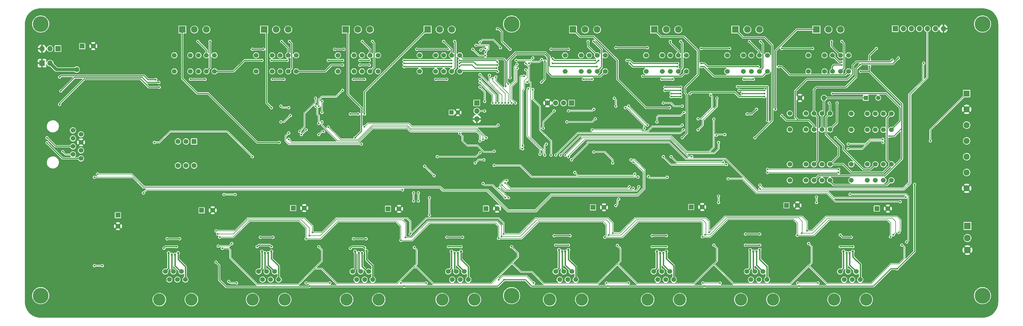
<source format=gbl>
G04 #@! TF.GenerationSoftware,KiCad,Pcbnew,7.0.7*
G04 #@! TF.CreationDate,2024-04-19T12:39:07-04:00*
G04 #@! TF.ProjectId,AOML_AB_3.0_reorganized-v2,414f4d4c-5f41-4425-9f33-2e305f72656f,1*
G04 #@! TF.SameCoordinates,Original*
G04 #@! TF.FileFunction,Copper,L2,Bot*
G04 #@! TF.FilePolarity,Positive*
%FSLAX46Y46*%
G04 Gerber Fmt 4.6, Leading zero omitted, Abs format (unit mm)*
G04 Created by KiCad (PCBNEW 7.0.7) date 2024-04-19 12:39:07*
%MOMM*%
%LPD*%
G01*
G04 APERTURE LIST*
G04 #@! TA.AperFunction,ComponentPad*
%ADD10C,1.524000*%
G04 #@! TD*
G04 #@! TA.AperFunction,ComponentPad*
%ADD11R,2.100000X2.100000*%
G04 #@! TD*
G04 #@! TA.AperFunction,ComponentPad*
%ADD12C,2.100000*%
G04 #@! TD*
G04 #@! TA.AperFunction,ComponentPad*
%ADD13R,1.950000X1.950000*%
G04 #@! TD*
G04 #@! TA.AperFunction,ComponentPad*
%ADD14C,1.950000*%
G04 #@! TD*
G04 #@! TA.AperFunction,ComponentPad*
%ADD15C,5.000000*%
G04 #@! TD*
G04 #@! TA.AperFunction,ComponentPad*
%ADD16R,1.524000X1.524000*%
G04 #@! TD*
G04 #@! TA.AperFunction,ComponentPad*
%ADD17R,1.700000X1.700000*%
G04 #@! TD*
G04 #@! TA.AperFunction,ComponentPad*
%ADD18O,1.700000X1.700000*%
G04 #@! TD*
G04 #@! TA.AperFunction,ComponentPad*
%ADD19R,1.651000X1.651000*%
G04 #@! TD*
G04 #@! TA.AperFunction,ComponentPad*
%ADD20C,1.651000*%
G04 #@! TD*
G04 #@! TA.AperFunction,ComponentPad*
%ADD21C,1.600000*%
G04 #@! TD*
G04 #@! TA.AperFunction,ComponentPad*
%ADD22O,1.600000X1.600000*%
G04 #@! TD*
G04 #@! TA.AperFunction,ComponentPad*
%ADD23C,1.580000*%
G04 #@! TD*
G04 #@! TA.AperFunction,ComponentPad*
%ADD24R,1.580000X1.580000*%
G04 #@! TD*
G04 #@! TA.AperFunction,ComponentPad*
%ADD25R,1.397000X1.397000*%
G04 #@! TD*
G04 #@! TA.AperFunction,ComponentPad*
%ADD26C,1.397000*%
G04 #@! TD*
G04 #@! TA.AperFunction,ComponentPad*
%ADD27R,1.320800X1.320800*%
G04 #@! TD*
G04 #@! TA.AperFunction,ComponentPad*
%ADD28C,1.320800*%
G04 #@! TD*
G04 #@! TA.AperFunction,ComponentPad*
%ADD29C,3.860800*%
G04 #@! TD*
G04 #@! TA.AperFunction,ViaPad*
%ADD30C,0.600000*%
G04 #@! TD*
G04 #@! TA.AperFunction,ViaPad*
%ADD31C,0.750000*%
G04 #@! TD*
G04 #@! TA.AperFunction,ViaPad*
%ADD32C,0.800000*%
G04 #@! TD*
G04 #@! TA.AperFunction,ViaPad*
%ADD33C,1.600000*%
G04 #@! TD*
G04 #@! TA.AperFunction,Conductor*
%ADD34C,0.155000*%
G04 #@! TD*
G04 #@! TA.AperFunction,Conductor*
%ADD35C,0.300000*%
G04 #@! TD*
G04 #@! TA.AperFunction,Conductor*
%ADD36C,1.000000*%
G04 #@! TD*
G04 #@! TA.AperFunction,Conductor*
%ADD37C,0.400000*%
G04 #@! TD*
G04 #@! TA.AperFunction,Conductor*
%ADD38C,0.450000*%
G04 #@! TD*
G04 APERTURE END LIST*
D10*
X68229001Y-125659900D03*
X70769001Y-126929900D03*
X68229001Y-128199900D03*
X70769001Y-129469900D03*
X68229001Y-130739900D03*
X70769001Y-132009900D03*
X68229001Y-133279900D03*
X70769001Y-134549900D03*
D11*
X102827300Y-93750000D03*
D12*
X106637300Y-93750000D03*
X110447300Y-93750000D03*
D10*
X295050000Y-125400000D03*
X300130000Y-125400000D03*
X302670000Y-125400000D03*
X305210000Y-125400000D03*
X307750000Y-125400000D03*
X307750000Y-120320000D03*
X305210000Y-120320000D03*
X302670000Y-120320000D03*
X300130000Y-120320000D03*
X295050000Y-120320000D03*
D13*
X351000000Y-114000000D03*
D14*
X351000000Y-119000000D03*
X351000000Y-124000000D03*
X351000000Y-129000000D03*
X351000000Y-134000000D03*
X351000000Y-139000000D03*
X351000000Y-144000000D03*
D15*
X58000000Y-178000000D03*
D10*
X275256380Y-107000000D03*
X280336380Y-107000000D03*
X282876380Y-107000000D03*
X285416380Y-107000000D03*
X287956380Y-107000000D03*
X287956380Y-101920000D03*
X285416380Y-101920000D03*
X282876380Y-101920000D03*
X280336380Y-101920000D03*
X275256380Y-101920000D03*
X100300000Y-107000000D03*
X105380000Y-107000000D03*
X107920000Y-107000000D03*
X110460000Y-107000000D03*
X113000000Y-107000000D03*
X113000000Y-101920000D03*
X110460000Y-101920000D03*
X107920000Y-101920000D03*
X105380000Y-101920000D03*
X100300000Y-101920000D03*
D16*
X198914200Y-150425000D03*
D10*
X202419400Y-150425000D03*
D11*
X180447300Y-93750000D03*
D12*
X184257300Y-93750000D03*
X188067300Y-93750000D03*
D11*
X277783680Y-93750000D03*
D12*
X281593680Y-93750000D03*
X285403680Y-93750000D03*
D16*
X82468900Y-152494800D03*
D10*
X82468900Y-156000000D03*
D17*
X328400000Y-93475000D03*
D18*
X330940000Y-93475000D03*
X333480000Y-93475000D03*
X336020000Y-93475000D03*
X338560000Y-93475000D03*
X341100000Y-93475000D03*
X343640000Y-93475000D03*
D16*
X293976150Y-149425000D03*
D10*
X297481350Y-149425000D03*
X223923048Y-107000000D03*
X229003048Y-107000000D03*
X231543048Y-107000000D03*
X234083048Y-107000000D03*
X236623048Y-107000000D03*
X236623048Y-101920000D03*
X234083048Y-101920000D03*
X231543048Y-101920000D03*
X229003048Y-101920000D03*
X223923048Y-101920000D03*
D19*
X226000000Y-117000000D03*
D20*
X223460000Y-117000000D03*
X220920000Y-117000000D03*
X218380000Y-117000000D03*
D17*
X58460000Y-104400000D03*
D18*
X61000000Y-104400000D03*
D15*
X58000000Y-92000000D03*
X356000000Y-178000000D03*
D10*
X295050000Y-141480000D03*
X300130000Y-141480000D03*
X302670000Y-141480000D03*
X305210000Y-141480000D03*
X307750000Y-141480000D03*
X307750000Y-136400000D03*
X305210000Y-136400000D03*
X302670000Y-136400000D03*
X300130000Y-136400000D03*
X295050000Y-136400000D03*
D15*
X356000000Y-92000000D03*
X207000000Y-92000000D03*
D11*
X252117014Y-93750000D03*
D12*
X255927014Y-93750000D03*
X259737014Y-93750000D03*
D10*
X300923048Y-107000000D03*
X306003048Y-107000000D03*
X308543048Y-107000000D03*
X311083048Y-107000000D03*
X313623048Y-107000000D03*
X313623048Y-101920000D03*
X311083048Y-101920000D03*
X308543048Y-101920000D03*
X306003048Y-101920000D03*
X300923048Y-101920000D03*
D17*
X63480000Y-99800000D03*
D18*
X60940000Y-99800000D03*
X58400000Y-99800000D03*
D10*
X126173333Y-107000000D03*
X131253333Y-107000000D03*
X133793333Y-107000000D03*
X136333333Y-107000000D03*
X138873333Y-107000000D03*
X138873333Y-101920000D03*
X136333333Y-101920000D03*
X133793333Y-101920000D03*
X131253333Y-101920000D03*
X126173333Y-101920000D03*
X314501400Y-141480000D03*
X319581400Y-141480000D03*
X322121400Y-141480000D03*
X324661400Y-141480000D03*
X327201400Y-141480000D03*
X327201400Y-136400000D03*
X324661400Y-136400000D03*
X322121400Y-136400000D03*
X319581400Y-136400000D03*
X314501400Y-136400000D03*
D16*
X167914150Y-150500000D03*
D10*
X171419350Y-150500000D03*
X177920000Y-107000000D03*
X183000000Y-107000000D03*
X185540000Y-107000000D03*
X188080000Y-107000000D03*
X190620000Y-107000000D03*
X190620000Y-101920000D03*
X188080000Y-101920000D03*
X185540000Y-101920000D03*
X183000000Y-101920000D03*
X177920000Y-101920000D03*
D15*
X207000000Y-178000000D03*
D21*
X298240000Y-115400000D03*
D22*
X305860000Y-115400000D03*
D16*
X71150000Y-99000000D03*
D10*
X74655200Y-99000000D03*
X314501400Y-125480000D03*
X319581400Y-125480000D03*
X322121400Y-125480000D03*
X324661400Y-125480000D03*
X327201400Y-125480000D03*
X327201400Y-120400000D03*
X324661400Y-120400000D03*
X322121400Y-120400000D03*
X319581400Y-120400000D03*
X314501400Y-120400000D03*
D11*
X128700633Y-93750000D03*
D12*
X132510633Y-93750000D03*
X136320633Y-93750000D03*
D23*
X106540000Y-136810000D03*
X104000000Y-136810000D03*
X101460000Y-136810000D03*
X101460000Y-129190000D03*
X104000000Y-129190000D03*
D24*
X106540000Y-129190000D03*
D16*
X137914150Y-150275000D03*
D10*
X141419350Y-150275000D03*
D17*
X196000000Y-117000000D03*
D18*
X196000000Y-119540000D03*
X196000000Y-122080000D03*
D16*
X108932800Y-150975000D03*
D10*
X112438000Y-150975000D03*
D11*
X226450348Y-93750000D03*
D12*
X230260348Y-93750000D03*
X234070348Y-93750000D03*
D11*
X351250000Y-155940000D03*
D12*
X351250000Y-159750000D03*
X351250000Y-163560000D03*
D16*
X232757150Y-150050000D03*
D10*
X236262350Y-150050000D03*
D25*
X319081500Y-115400000D03*
D26*
X323018500Y-115400000D03*
D16*
X263828350Y-149925000D03*
D10*
X267333550Y-149925000D03*
X152046666Y-107000000D03*
X157126666Y-107000000D03*
X159666666Y-107000000D03*
X162206666Y-107000000D03*
X164746666Y-107000000D03*
X164746666Y-101920000D03*
X162206666Y-101920000D03*
X159666666Y-101920000D03*
X157126666Y-101920000D03*
X152046666Y-101920000D03*
D16*
X322579000Y-150425000D03*
D10*
X326084200Y-150425000D03*
X249589714Y-107000000D03*
X254669714Y-107000000D03*
X257209714Y-107000000D03*
X259749714Y-107000000D03*
X262289714Y-107000000D03*
X262289714Y-101920000D03*
X259749714Y-101920000D03*
X257209714Y-101920000D03*
X254669714Y-101920000D03*
X249589714Y-101920000D03*
D11*
X154573966Y-93750000D03*
D12*
X158383966Y-93750000D03*
X162193966Y-93750000D03*
D27*
X188000000Y-120000000D03*
D28*
X190000000Y-120000000D03*
D11*
X303450348Y-93750000D03*
D12*
X307260348Y-93750000D03*
X311070348Y-93750000D03*
D10*
X186960000Y-170360000D03*
X188230000Y-172900000D03*
X189500000Y-170360000D03*
X190770000Y-172900000D03*
X192040000Y-170360000D03*
X193310000Y-172900000D03*
D29*
X185055000Y-179250000D03*
X195215000Y-179250000D03*
D10*
X97460000Y-170360000D03*
X98730000Y-172900000D03*
X100000000Y-170360000D03*
X101270000Y-172900000D03*
X102540000Y-170360000D03*
X103810000Y-172900000D03*
D29*
X95555000Y-179250000D03*
X105715000Y-179250000D03*
D10*
X156710000Y-170360000D03*
X157980000Y-172900000D03*
X159250000Y-170360000D03*
X160520000Y-172900000D03*
X161790000Y-170360000D03*
X163060000Y-172900000D03*
D29*
X154805000Y-179250000D03*
X164965000Y-179250000D03*
D10*
X126960000Y-170360000D03*
X128230000Y-172900000D03*
X129500000Y-170360000D03*
X130770000Y-172900000D03*
X132040000Y-170360000D03*
X133310000Y-172900000D03*
D29*
X125055000Y-179250000D03*
X135215000Y-179250000D03*
D10*
X220960000Y-170360000D03*
X222230000Y-172900000D03*
X223500000Y-170360000D03*
X224770000Y-172900000D03*
X226040000Y-170360000D03*
X227310000Y-172900000D03*
D29*
X219055000Y-179250000D03*
X229215000Y-179250000D03*
D10*
X281460000Y-170360000D03*
X282730000Y-172900000D03*
X284000000Y-170360000D03*
X285270000Y-172900000D03*
X286540000Y-170360000D03*
X287810000Y-172900000D03*
D29*
X279555000Y-179250000D03*
X289715000Y-179250000D03*
D10*
X251960000Y-170360000D03*
X253230000Y-172900000D03*
X254500000Y-170360000D03*
X255770000Y-172900000D03*
X257040000Y-170360000D03*
X258310000Y-172900000D03*
D29*
X250055000Y-179250000D03*
X260215000Y-179250000D03*
D10*
X310960000Y-170360000D03*
X312230000Y-172900000D03*
X313500000Y-170360000D03*
X314770000Y-172900000D03*
X316040000Y-170360000D03*
X317310000Y-172900000D03*
D29*
X309055000Y-179250000D03*
X319215000Y-179250000D03*
D30*
X94000000Y-129500000D03*
X125000000Y-134000000D03*
D31*
X292500000Y-156500000D03*
X167500000Y-166000000D03*
D30*
X184500000Y-163000000D03*
D31*
X137500000Y-165500000D03*
D30*
X83000000Y-173500000D03*
X307500000Y-155500000D03*
D31*
X322000000Y-165000000D03*
D30*
X223000000Y-121500000D03*
X245500000Y-162500000D03*
D32*
X330000000Y-139400000D03*
D30*
X264000000Y-130000000D03*
X191000000Y-136000000D03*
X330000000Y-166500000D03*
X75800000Y-111200000D03*
X217500000Y-155500000D03*
X277500000Y-160000000D03*
D33*
X73750000Y-131250000D03*
D30*
X88000000Y-103500000D03*
X154000000Y-157500000D03*
X164500000Y-129500000D03*
X244000000Y-120000000D03*
X83500000Y-106500000D03*
X75000000Y-138500000D03*
D31*
X292500000Y-164500000D03*
D30*
X295000000Y-117000000D03*
X170500000Y-119500000D03*
D31*
X74500000Y-154500000D03*
X108000000Y-166000000D03*
D30*
X154500000Y-122000000D03*
X200500000Y-140000000D03*
X344500000Y-106000000D03*
X123500000Y-157000000D03*
X120000000Y-140000000D03*
X300500000Y-129500000D03*
X197000000Y-113000000D03*
X344500000Y-132000000D03*
X70000000Y-146000000D03*
X88500000Y-147000000D03*
X250350000Y-139100000D03*
X216500000Y-145500000D03*
X169000000Y-140000000D03*
D31*
X262500000Y-157000000D03*
D30*
X146000000Y-141500000D03*
X90500000Y-95000000D03*
X150000000Y-163000000D03*
X248000000Y-155500000D03*
X257000000Y-132500000D03*
X300500000Y-166000000D03*
X184000000Y-156000000D03*
X113000000Y-135350500D03*
X248000000Y-160500000D03*
X208000000Y-113250000D03*
X279000000Y-132500000D03*
X91500000Y-163000000D03*
X270500000Y-166500000D03*
X214500000Y-128000000D03*
X242000000Y-132500000D03*
X171000000Y-127500000D03*
X78035002Y-167535002D03*
X278200000Y-161600000D03*
X278500000Y-154500000D03*
X124000000Y-162500000D03*
X140345500Y-128445000D03*
D31*
X232000000Y-165000000D03*
D30*
X198000000Y-98049500D03*
D31*
X262500000Y-165000000D03*
D30*
X244000000Y-115500000D03*
X179500000Y-119145800D03*
X206500000Y-167000000D03*
X82000000Y-167500000D03*
X214500000Y-162500000D03*
X133000000Y-122000000D03*
X76000000Y-147000000D03*
X133000000Y-131500000D03*
X209000000Y-137500000D03*
X308000000Y-162500000D03*
X307492750Y-129577253D03*
X182500000Y-161000000D03*
X95000000Y-163000000D03*
D31*
X232000000Y-157000000D03*
D30*
X287000000Y-143000000D03*
X274600000Y-164600000D03*
X279000000Y-123500000D03*
D31*
X198000000Y-157500000D03*
D30*
X234000000Y-120000000D03*
X171000000Y-130500000D03*
X165500000Y-132500000D03*
D31*
X137500000Y-157500000D03*
D30*
X123000000Y-161000000D03*
X240000000Y-141000000D03*
D31*
X198000000Y-165500000D03*
D30*
X218500000Y-162500000D03*
X161700000Y-132700000D03*
X154000000Y-163000000D03*
X178000000Y-115500000D03*
X96500000Y-155000000D03*
X265000000Y-117260000D03*
X191000000Y-138000000D03*
X175500000Y-167500000D03*
X201500000Y-134749999D03*
X213500000Y-142000000D03*
X307000000Y-160600000D03*
X240000000Y-166500000D03*
X192500000Y-129000000D03*
X237500000Y-131000000D03*
D33*
X86000000Y-112500000D03*
D30*
X257000000Y-123500000D03*
X154500000Y-131000000D03*
X81000000Y-171500000D03*
X249000000Y-162500000D03*
D31*
X322000000Y-157000000D03*
D30*
X304000000Y-162500000D03*
X202500000Y-125347200D03*
X210250000Y-98500000D03*
X115000000Y-164000000D03*
X261000000Y-138000000D03*
D31*
X73000000Y-158500000D03*
D30*
X337660000Y-102930000D03*
X139500000Y-117000000D03*
D33*
X89000000Y-111000000D03*
D30*
X192500000Y-132500000D03*
X148000000Y-138500000D03*
X216500000Y-160500000D03*
X202749999Y-137500000D03*
X180500000Y-163000000D03*
X95000000Y-159500000D03*
D31*
X167500000Y-158000000D03*
X108000000Y-158000000D03*
D30*
X153000000Y-161000000D03*
X145500000Y-167000000D03*
X242500000Y-134375000D03*
X121500000Y-162500000D03*
X206500000Y-100000000D03*
X202500000Y-93500000D03*
X143000000Y-175000000D03*
X182500000Y-140000000D03*
X268000000Y-175000000D03*
X334500000Y-142750000D03*
X237500000Y-175000000D03*
X329000000Y-169500000D03*
X113500000Y-167375500D03*
X204623700Y-173000000D03*
X173000000Y-175000000D03*
X298000000Y-175000000D03*
X179500000Y-137000000D03*
X201500000Y-132250000D03*
X190612751Y-126612750D03*
X331750000Y-146800000D03*
X226000000Y-135000000D03*
X339500000Y-129000000D03*
X183500000Y-134000000D03*
X197000000Y-132750000D03*
D33*
X69400000Y-106400000D03*
D30*
X90500000Y-145500000D03*
X172500000Y-144500000D03*
X134000000Y-118000000D03*
X136500000Y-118500000D03*
X134000000Y-123000000D03*
X137000000Y-121000000D03*
X187000000Y-100000000D03*
X177000000Y-100000000D03*
X205130000Y-111770000D03*
X128500000Y-100000000D03*
X154000000Y-100000000D03*
X125000000Y-100000000D03*
X151000000Y-100000000D03*
X136500000Y-128500000D03*
X197000000Y-129000000D03*
X159500000Y-130000000D03*
X145000000Y-115500000D03*
X160500000Y-124500000D03*
X136500000Y-126500000D03*
X202750000Y-124000000D03*
X140000000Y-126000000D03*
X147500000Y-126000000D03*
X146000000Y-127000000D03*
X145000000Y-118000000D03*
X149000000Y-124635000D03*
X199000000Y-128000000D03*
X146000000Y-123500000D03*
X147000000Y-116500000D03*
X198000000Y-128500000D03*
X147000000Y-123000000D03*
X147000000Y-120000000D03*
X253000000Y-123000000D03*
X261500000Y-120000000D03*
X261000000Y-118000000D03*
X255000000Y-117000000D03*
X217500000Y-103750000D03*
X225000000Y-100000000D03*
X276000000Y-99750000D03*
X267000000Y-99750000D03*
X216500000Y-110405000D03*
X240000000Y-99500000D03*
X250000000Y-99500000D03*
X219500000Y-100000000D03*
X292500000Y-99750000D03*
X302250000Y-99750000D03*
X270000000Y-114500000D03*
X261400500Y-125500000D03*
X221000000Y-133500000D03*
X266000000Y-122000000D03*
X266000000Y-125500000D03*
X264000000Y-134000000D03*
X272000000Y-115500000D03*
X225000000Y-134000000D03*
X271825000Y-127175000D03*
X274500000Y-127000000D03*
X272500000Y-129500000D03*
X224000000Y-133500000D03*
X271000000Y-122095000D03*
X222500000Y-133500000D03*
D31*
X98500000Y-164500000D03*
D30*
X102000000Y-160000000D03*
X98000000Y-160000000D03*
D31*
X99500000Y-165000000D03*
X100500000Y-165000000D03*
D30*
X101000000Y-162500000D03*
X97000000Y-163000000D03*
D31*
X101500000Y-164500000D03*
D30*
X172000000Y-174000000D03*
X117500000Y-173500000D03*
X297500000Y-174000000D03*
X267500000Y-174000000D03*
X120000000Y-174000000D03*
X214000000Y-174000000D03*
X142000000Y-174000000D03*
X180000000Y-174000000D03*
X244000000Y-174000000D03*
X237000000Y-174000000D03*
X273000000Y-174000000D03*
X149500000Y-174000000D03*
X304000000Y-174000000D03*
X203000000Y-173000000D03*
X146000000Y-162500000D03*
X330475000Y-161975000D03*
X115500000Y-163000000D03*
X181000000Y-147000000D03*
X240500000Y-162100000D03*
X181000000Y-152500000D03*
X176250000Y-162750000D03*
X207000000Y-162500000D03*
X271000000Y-162000000D03*
X301000000Y-161500000D03*
X118500000Y-161500000D03*
X114175000Y-162325000D03*
X240000000Y-149500000D03*
X119524500Y-146000000D03*
X116000000Y-146000000D03*
X240900000Y-147400000D03*
X236500000Y-159500000D03*
X202875000Y-159875000D03*
X267375000Y-159375000D03*
X297375000Y-158875000D03*
X326875000Y-159375000D03*
X114625000Y-159500000D03*
X172000000Y-160500000D03*
X142000000Y-160000000D03*
X298775000Y-158225000D03*
X114000000Y-158500000D03*
X327775000Y-158725000D03*
X173401900Y-159598100D03*
X203775000Y-159225000D03*
X143000000Y-159000000D03*
X237650000Y-158850000D03*
X268275000Y-158725000D03*
X300500000Y-157500000D03*
X204500000Y-158475000D03*
X113500000Y-157500000D03*
X329500000Y-157975000D03*
X239000000Y-158200000D03*
X269500000Y-158000000D03*
X144000000Y-158000000D03*
X174965304Y-158488877D03*
D31*
X188000000Y-164000000D03*
D30*
X191500000Y-159500000D03*
X186500000Y-159500000D03*
D31*
X189000000Y-164500000D03*
X190000000Y-164500000D03*
D30*
X187000000Y-162500000D03*
X191000000Y-162500000D03*
D31*
X191000000Y-164000000D03*
D30*
X176000000Y-145475500D03*
X176000000Y-148000000D03*
D31*
X282500000Y-163500000D03*
D30*
X281000000Y-158500000D03*
X285500000Y-158500000D03*
D31*
X283500000Y-164000000D03*
X284500000Y-164000000D03*
D30*
X281000000Y-162000000D03*
X285500000Y-162000000D03*
D31*
X285500000Y-163500000D03*
D30*
X177500000Y-145475500D03*
X177500000Y-148000000D03*
D31*
X128000000Y-164000000D03*
D30*
X127500000Y-159500000D03*
X131500000Y-159500000D03*
D31*
X129000000Y-164500000D03*
X130000000Y-164500000D03*
D30*
X131000000Y-162500000D03*
X126500000Y-162500000D03*
D31*
X131000000Y-164000000D03*
D30*
X205000000Y-147000000D03*
X198000000Y-142500000D03*
D31*
X222000000Y-163500000D03*
D30*
X220500000Y-159000000D03*
X225500000Y-159000000D03*
D31*
X223000000Y-164000000D03*
X224000000Y-164000000D03*
D30*
X221000000Y-162000000D03*
X225000000Y-162000000D03*
D31*
X225000000Y-163500000D03*
D30*
X203000000Y-144000000D03*
X206000000Y-147000000D03*
D31*
X312000000Y-164000000D03*
D30*
X311000000Y-158800000D03*
X314500000Y-159500000D03*
D31*
X313000000Y-164500000D03*
X314000000Y-164500000D03*
D30*
X311000000Y-162500000D03*
X315000000Y-162500000D03*
D31*
X315000000Y-164000000D03*
D30*
X204000000Y-143000000D03*
X245500000Y-144000000D03*
X272500000Y-148500000D03*
X272500000Y-146500000D03*
D31*
X157518121Y-164000000D03*
D30*
X157000000Y-160000000D03*
X161000000Y-160000000D03*
D31*
X158681938Y-164500000D03*
X159722500Y-164500000D03*
D30*
X156000000Y-163000000D03*
X160500000Y-162852302D03*
D31*
X161100000Y-163900000D03*
D30*
X303500000Y-146750000D03*
X303500000Y-148500000D03*
X244250000Y-143500000D03*
X205000000Y-142342519D03*
D31*
X253000000Y-164000000D03*
D30*
X251500000Y-159000000D03*
X256000000Y-159000000D03*
D31*
X254000000Y-164500000D03*
X255000000Y-164500000D03*
D30*
X251500000Y-162500000D03*
X256000000Y-162500000D03*
D31*
X256000000Y-164000000D03*
D30*
X247250000Y-143500000D03*
X332000000Y-161000000D03*
X314100000Y-145900000D03*
X205500000Y-141500000D03*
X95400000Y-110500000D03*
X311500000Y-104000000D03*
X317200000Y-105000000D03*
X64400000Y-113200000D03*
X329400000Y-102800000D03*
X75000000Y-140500000D03*
X244750000Y-135000000D03*
X327400000Y-103400000D03*
X309500000Y-128000000D03*
X292500000Y-121000000D03*
X64000000Y-117500000D03*
X95500000Y-112000000D03*
X76000000Y-139500000D03*
X245500000Y-135675000D03*
X65000000Y-132400000D03*
X258000000Y-109500000D03*
X320250000Y-105400000D03*
X317400000Y-107000000D03*
X64000000Y-108800000D03*
X320250000Y-103250000D03*
X131293333Y-109500000D03*
X280500000Y-109500000D03*
X322400000Y-99800000D03*
X94400000Y-109600000D03*
X232500000Y-109500000D03*
X105420000Y-109500000D03*
X160500000Y-109500000D03*
X186500000Y-109500000D03*
X283500000Y-109500000D03*
X326500000Y-127500000D03*
X229750000Y-109500000D03*
X254500000Y-109500000D03*
X183000000Y-109500000D03*
X157000000Y-109500000D03*
X135000000Y-109500000D03*
X311500000Y-105000000D03*
X110000000Y-109500000D03*
X220500000Y-119500000D03*
X217000000Y-125000000D03*
X285600000Y-144200000D03*
X111572000Y-97500000D03*
X107750000Y-97500000D03*
X133500000Y-129500000D03*
X136750000Y-97500000D03*
X134250000Y-97500000D03*
X131000000Y-118500000D03*
X163000000Y-97500000D03*
X159750000Y-97500000D03*
X157500000Y-128000000D03*
X189000000Y-97500000D03*
X185500000Y-97500000D03*
X158500000Y-120500000D03*
X160500000Y-120500000D03*
X156000000Y-120500000D03*
X233000000Y-97500000D03*
X231250000Y-97500000D03*
X257000000Y-118500000D03*
X260500000Y-97500000D03*
X257250000Y-97500000D03*
X261000000Y-128000000D03*
X285750000Y-97500000D03*
X282250000Y-97500000D03*
X284000000Y-128000000D03*
X311500000Y-97500000D03*
X308250000Y-97500000D03*
X281500000Y-120500000D03*
X290500000Y-119000000D03*
X284500000Y-119000000D03*
X255000000Y-134000000D03*
X243000000Y-118500000D03*
X275000000Y-136500000D03*
X288000000Y-139000000D03*
X313500000Y-131500000D03*
X233500000Y-122000000D03*
X310500000Y-139000000D03*
X224500000Y-123000000D03*
X324500000Y-129500000D03*
X249000000Y-125000000D03*
X274000000Y-135750000D03*
X257500000Y-134000000D03*
X310500000Y-138000000D03*
X288000000Y-138000000D03*
X313500000Y-130000000D03*
X244000000Y-118000000D03*
X233000000Y-119000000D03*
X225000000Y-119500000D03*
X324500000Y-128500000D03*
X250000000Y-124000000D03*
X198460000Y-119540000D03*
X247000000Y-140425000D03*
X201500000Y-136750000D03*
X250250000Y-140250000D03*
X256250000Y-140500000D03*
X330000000Y-148250000D03*
X275500000Y-141000000D03*
X77500000Y-168500000D03*
X75000000Y-168500000D03*
X149000000Y-103500000D03*
X136000000Y-103500000D03*
X153500000Y-103500000D03*
X202500000Y-104000000D03*
X190500000Y-103500000D03*
X162000000Y-103500000D03*
X159000000Y-103500000D03*
X188000000Y-103500000D03*
X128000000Y-103500000D03*
X173000000Y-103500000D03*
X131000000Y-103500000D03*
X190500000Y-104500000D03*
X188000000Y-104500000D03*
X202500000Y-105000000D03*
X159000000Y-105000000D03*
X153500000Y-105000000D03*
X173000000Y-104500000D03*
X162000000Y-105000000D03*
X173000000Y-105500000D03*
X188000000Y-105500000D03*
X202250000Y-106000000D03*
X190500000Y-105500000D03*
X202554930Y-107000000D03*
X260500000Y-114000000D03*
X308500000Y-114000000D03*
X257500000Y-114000000D03*
X280000000Y-114000000D03*
X287000000Y-114000000D03*
X263500000Y-114000000D03*
X260500000Y-115000000D03*
X307500000Y-117000000D03*
X257500000Y-115000000D03*
X287000000Y-115000000D03*
X248500000Y-108500000D03*
X234000000Y-105500000D03*
X206000000Y-111000000D03*
X206500000Y-109000000D03*
X220000000Y-103000000D03*
X233500000Y-103500000D03*
X259500000Y-105500000D03*
X267000000Y-105500000D03*
X244500000Y-104500000D03*
X220000000Y-104500000D03*
X259500000Y-104500000D03*
X291500000Y-105500000D03*
X234500000Y-103500000D03*
X267000000Y-104500000D03*
X243500000Y-103500000D03*
X285000000Y-105500000D03*
X278450839Y-111798661D03*
X255500000Y-112000000D03*
X288000000Y-122500000D03*
X260500000Y-112000000D03*
X260500000Y-113000000D03*
X255500000Y-113000000D03*
X279000000Y-113000000D03*
X287000000Y-113000000D03*
X310000000Y-117000000D03*
X337400000Y-104400000D03*
X285600000Y-143000000D03*
X208250000Y-117000000D03*
X208799500Y-106000000D03*
X207000000Y-117000000D03*
X208750000Y-104750000D03*
X206000000Y-117000000D03*
X202000000Y-108750000D03*
X197250000Y-100250000D03*
X198750000Y-99750000D03*
X201000000Y-109250000D03*
X205000000Y-117000000D03*
X200000000Y-108250000D03*
X203500000Y-99500000D03*
X204000000Y-117000000D03*
X197000000Y-97750000D03*
X198750000Y-101000000D03*
X197000000Y-108000000D03*
X203000000Y-117000000D03*
X195750000Y-98750000D03*
X197000000Y-109500000D03*
X202000000Y-117000000D03*
X197000000Y-110500000D03*
X201000000Y-117000000D03*
X198750000Y-102000000D03*
X194750000Y-100000000D03*
X208500000Y-103500000D03*
X213750000Y-112750000D03*
X213750000Y-102750000D03*
X219500000Y-133500000D03*
X217500000Y-133500000D03*
X211905000Y-110405000D03*
X261000000Y-124000000D03*
X218000000Y-130000000D03*
X211500000Y-104500000D03*
X232500000Y-125500000D03*
X153500000Y-113000000D03*
X142000000Y-125500000D03*
X140500000Y-127000000D03*
X197000000Y-112000000D03*
X146000000Y-118000000D03*
X198500000Y-116500000D03*
X216000000Y-133250000D03*
X212250000Y-112500000D03*
X211000000Y-108500000D03*
X210500000Y-131500000D03*
X212500000Y-104500000D03*
X210500000Y-130500000D03*
X216500000Y-103250000D03*
X211500000Y-106500000D03*
X246000000Y-139500000D03*
X227000000Y-139000000D03*
X239000000Y-136000000D03*
X233000000Y-132500000D03*
X239500000Y-115500000D03*
X240000000Y-118000000D03*
X198250000Y-135000000D03*
X195500000Y-136000000D03*
X60005050Y-127994950D03*
X60000000Y-129600000D03*
D34*
X125000000Y-134000000D02*
X117000000Y-126000000D01*
X99000000Y-126000000D02*
X95500000Y-129500000D01*
X117000000Y-126000000D02*
X99000000Y-126000000D01*
X95500000Y-129500000D02*
X94000000Y-129500000D01*
X332400000Y-108190000D02*
X332400000Y-142097954D01*
X242875000Y-134375000D02*
X242500000Y-134375000D01*
X248400000Y-143850000D02*
X248400000Y-139900000D01*
X184625000Y-143125000D02*
X185650000Y-144150000D01*
X75000000Y-138500000D02*
X86500000Y-138500000D01*
X332400000Y-142097954D02*
X330897954Y-143600000D01*
X287600000Y-143600000D02*
X287000000Y-143000000D01*
X246600000Y-145650000D02*
X248400000Y-143850000D01*
X185650000Y-144150000D02*
X199650000Y-144150000D01*
X86500000Y-138500000D02*
X91125000Y-143125000D01*
X330897954Y-143600000D02*
X287600000Y-143600000D01*
X214355026Y-150650000D02*
X219355026Y-145650000D01*
X199650000Y-144150000D02*
X206150000Y-150650000D01*
X219355026Y-145650000D02*
X246600000Y-145650000D01*
X206150000Y-150650000D02*
X214355026Y-150650000D01*
X248400000Y-139900000D02*
X242875000Y-134375000D01*
X91125000Y-143125000D02*
X184625000Y-143125000D01*
X337660000Y-102930000D02*
X332400000Y-108190000D01*
D35*
X203000000Y-93500000D02*
X202500000Y-93500000D01*
X206500000Y-100000000D02*
X204000000Y-97500000D01*
X204000000Y-94500000D02*
X203000000Y-93500000D01*
X204000000Y-97500000D02*
X204000000Y-94500000D01*
X334500000Y-164000000D02*
X334500000Y-142750000D01*
X329000000Y-169500000D02*
X327000000Y-169500000D01*
X213400000Y-175000000D02*
X237500000Y-175000000D01*
X327000000Y-169500000D02*
X321500000Y-175000000D01*
X114500000Y-173000000D02*
X116750000Y-175250000D01*
X142750000Y-175250000D02*
X143000000Y-175000000D01*
X268000000Y-175000000D02*
X298000000Y-175000000D01*
X204623700Y-173000000D02*
X202623700Y-175000000D01*
X321500000Y-175000000D02*
X298000000Y-175000000D01*
X329000000Y-169500000D02*
X334500000Y-164000000D01*
X143000000Y-175000000D02*
X173000000Y-175000000D01*
D34*
X179500000Y-137000000D02*
X182500000Y-140000000D01*
D35*
X114500000Y-168375500D02*
X114500000Y-173000000D01*
X116750000Y-175250000D02*
X142750000Y-175250000D01*
X204623700Y-173000000D02*
X211400000Y-173000000D01*
X113500000Y-167375500D02*
X114500000Y-168375500D01*
X237500000Y-175000000D02*
X268000000Y-175000000D01*
X202623700Y-175000000D02*
X173000000Y-175000000D01*
X211400000Y-173000000D02*
X213400000Y-175000000D01*
D34*
X196250000Y-130500000D02*
X198250000Y-132500000D01*
X201250000Y-132500000D02*
X201500000Y-132250000D01*
X198250000Y-132500000D02*
X201250000Y-132500000D01*
X190612751Y-126612750D02*
X191500000Y-127499999D01*
X191500000Y-129000000D02*
X193000000Y-130500000D01*
X193000000Y-130500000D02*
X196250000Y-130500000D01*
X191500000Y-127499999D02*
X191500000Y-129000000D01*
X307000000Y-145000000D02*
X285000000Y-145000000D01*
X331750000Y-146800000D02*
X331550000Y-147000000D01*
X339500000Y-125500000D02*
X351000000Y-114000000D01*
X231000000Y-129500000D02*
X231000000Y-130000000D01*
X274750000Y-134750000D02*
X262250000Y-134750000D01*
X231000000Y-130000000D02*
X226000000Y-135000000D01*
X331550000Y-147000000D02*
X309000000Y-147000000D01*
X309000000Y-147000000D02*
X307000000Y-145000000D01*
X257000000Y-129500000D02*
X231000000Y-129500000D01*
X285000000Y-145000000D02*
X274750000Y-134750000D01*
X339500000Y-129000000D02*
X339500000Y-125500000D01*
X262250000Y-134750000D02*
X257000000Y-129500000D01*
X197000000Y-132750000D02*
X195750000Y-134000000D01*
X195750000Y-134000000D02*
X183500000Y-134000000D01*
D36*
X69400000Y-106400000D02*
X63000000Y-106400000D01*
X63000000Y-106400000D02*
X61000000Y-104400000D01*
D34*
X90500000Y-145500000D02*
X91500000Y-144500000D01*
X91500000Y-144500000D02*
X172500000Y-144500000D01*
X136500000Y-118500000D02*
X134500000Y-118500000D01*
X134500000Y-118500000D02*
X134000000Y-118000000D01*
X134000000Y-123000000D02*
X135000000Y-123000000D01*
X135000000Y-123000000D02*
X137000000Y-121000000D01*
D35*
X205130000Y-111770000D02*
X205000000Y-111640000D01*
X125000000Y-100000000D02*
X128500000Y-100000000D01*
X177000000Y-100000000D02*
X187000000Y-100000000D01*
X205000000Y-103500000D02*
X204500000Y-103000000D01*
X205000000Y-111640000D02*
X205000000Y-103500000D01*
X191700000Y-103000000D02*
X190620000Y-101920000D01*
X151000000Y-100000000D02*
X154000000Y-100000000D01*
X204500000Y-103000000D02*
X191700000Y-103000000D01*
D34*
X175000000Y-126000000D02*
X174000000Y-125000000D01*
X197000000Y-129000000D02*
X197000000Y-127000000D01*
X196000000Y-126000000D02*
X175000000Y-126000000D01*
X174000000Y-125000000D02*
X163000000Y-125000000D01*
X137500000Y-129500000D02*
X136500000Y-128500000D01*
X158500000Y-129500000D02*
X137500000Y-129500000D01*
X197000000Y-127000000D02*
X196000000Y-126000000D01*
X163000000Y-125000000D02*
X158500000Y-129500000D01*
X161500000Y-123500000D02*
X160500000Y-124500000D01*
X159475000Y-129975000D02*
X159500000Y-130000000D01*
X202750000Y-124000000D02*
X202250000Y-124500000D01*
X141500000Y-124500000D02*
X141500000Y-120250000D01*
X136500000Y-126500000D02*
X135500000Y-127500000D01*
X141500000Y-120250000D02*
X145000000Y-116750000D01*
X145000000Y-116750000D02*
X145000000Y-115500000D01*
X174500000Y-123500000D02*
X161500000Y-123500000D01*
X175500000Y-124500000D02*
X174500000Y-123500000D01*
X135500000Y-129000000D02*
X136475000Y-129975000D01*
X135500000Y-127500000D02*
X135500000Y-129000000D01*
X136475000Y-129975000D02*
X159475000Y-129975000D01*
X140000000Y-126000000D02*
X141500000Y-124500000D01*
X202250000Y-124500000D02*
X175500000Y-124500000D01*
X147000000Y-126000000D02*
X147500000Y-126000000D01*
X146000000Y-127000000D02*
X147000000Y-126000000D01*
X174000000Y-124000000D02*
X175000000Y-125000000D01*
X145500000Y-120500000D02*
X145500000Y-118500000D01*
X175000000Y-125000000D02*
X196000000Y-125000000D01*
X196000000Y-125000000D02*
X199000000Y-128000000D01*
X163000000Y-124000000D02*
X174000000Y-124000000D01*
X146000000Y-121000000D02*
X145500000Y-120500000D01*
X149000000Y-124635000D02*
X152940000Y-128575000D01*
X146000000Y-123500000D02*
X146000000Y-121000000D01*
X152940000Y-128575000D02*
X158425000Y-128575000D01*
X158425000Y-128575000D02*
X163000000Y-124000000D01*
X145500000Y-118500000D02*
X145000000Y-118000000D01*
X163000000Y-124500000D02*
X158500000Y-129000000D01*
X175000000Y-125500000D02*
X174000000Y-124500000D01*
X158500000Y-129000000D02*
X152000000Y-129000000D01*
X198000000Y-127500000D02*
X196000000Y-125500000D01*
X147000000Y-124000000D02*
X147000000Y-123000000D01*
X147000000Y-120000000D02*
X147000000Y-116500000D01*
X196000000Y-125500000D02*
X175000000Y-125500000D01*
X174000000Y-124500000D02*
X163000000Y-124500000D01*
X198000000Y-128500000D02*
X198000000Y-127500000D01*
X152000000Y-129000000D02*
X147000000Y-124000000D01*
X261500000Y-120000000D02*
X260500000Y-121000000D01*
X260500000Y-121000000D02*
X253500000Y-121000000D01*
X253500000Y-121000000D02*
X253000000Y-121500000D01*
X253000000Y-121500000D02*
X253000000Y-123000000D01*
X261000000Y-118000000D02*
X258500000Y-118000000D01*
X258500000Y-118000000D02*
X257500000Y-117000000D01*
X257500000Y-117000000D02*
X255000000Y-117000000D01*
D35*
X250000000Y-99500000D02*
X240000000Y-99500000D01*
X217500000Y-103750000D02*
X217500000Y-109405000D01*
X276000000Y-99750000D02*
X267000000Y-99750000D01*
X217500000Y-109405000D02*
X216500000Y-110405000D01*
X219500000Y-100000000D02*
X225000000Y-100000000D01*
X302250000Y-99750000D02*
X292500000Y-99750000D01*
D34*
X261400500Y-125500000D02*
X260400500Y-126500000D01*
X270500000Y-118500000D02*
X270500000Y-115000000D01*
X270500000Y-115000000D02*
X270000000Y-114500000D01*
X266000000Y-122000000D02*
X267000000Y-122000000D01*
X260400500Y-126500000D02*
X228000000Y-126500000D01*
X228000000Y-126500000D02*
X221000000Y-133500000D01*
X267000000Y-122000000D02*
X270500000Y-118500000D01*
X266000000Y-125500000D02*
X267500000Y-124000000D01*
X225000000Y-134000000D02*
X225000000Y-133757537D01*
X267500000Y-122500000D02*
X272000000Y-118000000D01*
X267500000Y-124000000D02*
X267500000Y-122500000D01*
X230257537Y-128500000D02*
X230500000Y-128500000D01*
X263000000Y-134000000D02*
X264000000Y-134000000D01*
X225000000Y-133757537D02*
X230257537Y-128500000D01*
X272000000Y-118000000D02*
X272000000Y-115500000D01*
X230500000Y-128500000D02*
X257500000Y-128500000D01*
X260000000Y-131000000D02*
X263000000Y-134000000D01*
X257500000Y-128500000D02*
X260000000Y-131000000D01*
X272000000Y-127000000D02*
X271825000Y-127175000D01*
X274500000Y-127000000D02*
X272000000Y-127000000D01*
X229500000Y-128000000D02*
X224000000Y-133500000D01*
X272500000Y-129500000D02*
X272500000Y-131500000D01*
X271150000Y-132850000D02*
X262350000Y-132850000D01*
X262350000Y-132850000D02*
X257500000Y-128000000D01*
X257500000Y-128000000D02*
X229500000Y-128000000D01*
X272500000Y-131500000D02*
X271150000Y-132850000D01*
X228500000Y-127500000D02*
X222500000Y-133500000D01*
X271000000Y-131000000D02*
X269500000Y-132500000D01*
X262500000Y-132500000D02*
X257500000Y-127500000D01*
X271000000Y-122095000D02*
X271000000Y-131000000D01*
X269500000Y-132500000D02*
X262500000Y-132500000D01*
X257500000Y-127500000D02*
X228500000Y-127500000D01*
D37*
X98500000Y-164500000D02*
X98500000Y-169320000D01*
X98500000Y-169320000D02*
X97460000Y-170360000D01*
D35*
X102000000Y-160000000D02*
X98000000Y-160000000D01*
D37*
X99500000Y-169860000D02*
X100000000Y-170360000D01*
X99500000Y-165000000D02*
X99500000Y-169860000D01*
X100500000Y-165000000D02*
X100500000Y-168535000D01*
X102325000Y-170360000D02*
X102540000Y-170360000D01*
X100500000Y-168535000D02*
X102325000Y-170360000D01*
D35*
X97500000Y-162500000D02*
X97000000Y-163000000D01*
X101000000Y-162500000D02*
X97500000Y-162500000D01*
D37*
X101500000Y-166500000D02*
X103810000Y-168810000D01*
X101500000Y-164500000D02*
X101500000Y-166500000D01*
X103810000Y-168810000D02*
X103810000Y-172900000D01*
D34*
X117500000Y-173500000D02*
X118000000Y-174000000D01*
X239000000Y-174000000D02*
X244000000Y-174000000D01*
X297500000Y-174000000D02*
X304000000Y-174000000D01*
X211800000Y-171800000D02*
X214000000Y-174000000D01*
X145000000Y-174000000D02*
X149500000Y-174000000D01*
X204200000Y-171800000D02*
X211800000Y-171800000D01*
X118000000Y-174000000D02*
X120000000Y-174000000D01*
X203000000Y-173000000D02*
X204200000Y-171800000D01*
X142000000Y-174000000D02*
X145000000Y-174000000D01*
X172000000Y-174000000D02*
X175000000Y-174000000D01*
X175000000Y-174000000D02*
X180000000Y-174000000D01*
X267500000Y-174000000D02*
X269500000Y-174000000D01*
X269500000Y-174000000D02*
X273000000Y-174000000D01*
X237000000Y-174000000D02*
X239000000Y-174000000D01*
X144500000Y-169500000D02*
X147000000Y-167000000D01*
X234250000Y-174250000D02*
X217250000Y-174250000D01*
X329500000Y-168000000D02*
X327000000Y-168000000D01*
X115500000Y-163000000D02*
X115525000Y-162975000D01*
X139500000Y-174500000D02*
X144500000Y-169500000D01*
X302000000Y-167500000D02*
X302000000Y-162500000D01*
X331250000Y-162500000D02*
X331250000Y-166250000D01*
X330475000Y-161975000D02*
X330725000Y-161975000D01*
X209000000Y-164500000D02*
X207000000Y-162500000D01*
X213500000Y-170500000D02*
X210000000Y-170500000D01*
X177000000Y-169000000D02*
X182250000Y-174250000D01*
X217250000Y-174250000D02*
X213500000Y-170500000D01*
X151750000Y-174250000D02*
X170750000Y-174250000D01*
X117475000Y-162975000D02*
X118000000Y-163500000D01*
X264750000Y-174250000D02*
X271000000Y-168000000D01*
X115525000Y-162975000D02*
X117475000Y-162975000D01*
X210000000Y-170500000D02*
X207750000Y-168250000D01*
X241500000Y-163100000D02*
X241500000Y-167000000D01*
X176000000Y-169000000D02*
X177000000Y-169000000D01*
X144500000Y-169500000D02*
X147000000Y-169500000D01*
X271000000Y-168000000D02*
X272000000Y-167000000D01*
X147000000Y-163500000D02*
X146000000Y-162500000D01*
X277250000Y-174250000D02*
X295250000Y-174250000D01*
X240500000Y-168000000D02*
X234250000Y-174250000D01*
X147000000Y-169500000D02*
X151750000Y-174250000D01*
X209000000Y-165800000D02*
X209000000Y-164500000D01*
X177000000Y-163500000D02*
X176250000Y-162750000D01*
X331250000Y-166250000D02*
X329500000Y-168000000D01*
X118000000Y-166000000D02*
X126500000Y-174500000D01*
X306750000Y-174250000D02*
X301000000Y-168500000D01*
X272000000Y-163000000D02*
X271000000Y-162000000D01*
X272000000Y-167000000D02*
X272000000Y-163000000D01*
X177000000Y-168000000D02*
X177000000Y-163500000D01*
X246750000Y-174250000D02*
X264750000Y-174250000D01*
X182250000Y-174250000D02*
X200550000Y-174250000D01*
X147000000Y-167000000D02*
X147000000Y-163500000D01*
X327000000Y-168000000D02*
X320750000Y-174250000D01*
X295250000Y-174250000D02*
X301000000Y-168500000D01*
X301000000Y-168500000D02*
X302000000Y-167500000D01*
X241500000Y-167000000D02*
X240500000Y-168000000D01*
X126500000Y-174500000D02*
X139500000Y-174500000D01*
X118000000Y-163500000D02*
X118000000Y-166000000D01*
X170750000Y-174250000D02*
X176000000Y-169000000D01*
X240500000Y-168000000D02*
X246750000Y-174250000D01*
X320750000Y-174250000D02*
X306750000Y-174250000D01*
X271000000Y-168000000D02*
X277250000Y-174250000D01*
X200550000Y-174250000D02*
X207150000Y-167650000D01*
X181000000Y-152500000D02*
X181000000Y-147000000D01*
X207150000Y-167650000D02*
X209000000Y-165800000D01*
X330725000Y-161975000D02*
X331250000Y-162500000D01*
X176000000Y-169000000D02*
X177000000Y-168000000D01*
X240500000Y-162100000D02*
X241500000Y-163100000D01*
X302000000Y-162500000D02*
X301000000Y-161500000D01*
X207750000Y-168250000D02*
X207150000Y-167650000D01*
X118500000Y-161500000D02*
X117675000Y-162325000D01*
X117675000Y-162325000D02*
X114175000Y-162325000D01*
X119524500Y-146000000D02*
X116000000Y-146000000D01*
X240500000Y-149000000D02*
X240500000Y-147800000D01*
X240000000Y-149500000D02*
X240500000Y-149000000D01*
X240500000Y-147800000D02*
X240900000Y-147400000D01*
X118850000Y-159500000D02*
X124000000Y-154350000D01*
X237000000Y-155500000D02*
X236000000Y-154500000D01*
X267375000Y-159375000D02*
X267500000Y-159250000D01*
X267000000Y-154500000D02*
X247000000Y-154500000D01*
X114625000Y-159500000D02*
X118850000Y-159500000D01*
X297500000Y-158750000D02*
X297500000Y-155000000D01*
X275500000Y-153700000D02*
X269825000Y-159375000D01*
X172000000Y-156000000D02*
X170500000Y-154500000D01*
X242000000Y-159500000D02*
X236500000Y-159500000D01*
X327000000Y-155000000D02*
X326000000Y-154000000D01*
X152000000Y-154500000D02*
X146500000Y-160000000D01*
X203000000Y-156000000D02*
X202000000Y-155000000D01*
X142000000Y-156500000D02*
X142000000Y-160000000D01*
X172000000Y-160500000D02*
X172000000Y-156000000D01*
X170500000Y-154500000D02*
X152000000Y-154500000D01*
X139850000Y-154350000D02*
X140000000Y-154500000D01*
X327000000Y-159250000D02*
X327000000Y-155000000D01*
X181000000Y-155000000D02*
X175500000Y-160500000D01*
X326000000Y-154000000D02*
X307500000Y-154000000D01*
X236000000Y-154500000D02*
X215500000Y-154500000D01*
X267500000Y-155000000D02*
X267000000Y-154500000D01*
X296200000Y-153700000D02*
X275500000Y-153700000D01*
X146500000Y-160000000D02*
X142000000Y-160000000D01*
X326875000Y-159375000D02*
X327000000Y-159250000D01*
X210125000Y-159875000D02*
X202875000Y-159875000D01*
X247000000Y-154500000D02*
X242000000Y-159500000D01*
X140000000Y-154500000D02*
X142000000Y-156500000D01*
X302625000Y-158875000D02*
X297375000Y-158875000D01*
X215500000Y-154500000D02*
X210125000Y-159875000D01*
X236500000Y-159500000D02*
X237000000Y-159000000D01*
X124000000Y-154350000D02*
X139850000Y-154350000D01*
X267500000Y-159250000D02*
X267500000Y-155000000D01*
X203000000Y-159750000D02*
X203000000Y-156000000D01*
X237000000Y-159000000D02*
X237000000Y-155500000D01*
X269825000Y-159375000D02*
X267375000Y-159375000D01*
X175500000Y-160500000D02*
X172000000Y-160500000D01*
X297375000Y-158875000D02*
X297500000Y-158750000D01*
X297500000Y-155000000D02*
X296200000Y-153700000D01*
X202875000Y-159875000D02*
X203000000Y-159750000D01*
X202000000Y-155000000D02*
X181000000Y-155000000D01*
X307500000Y-154000000D02*
X302625000Y-158875000D01*
X246500000Y-154000000D02*
X241650000Y-158850000D01*
X297850000Y-153350000D02*
X275150000Y-153350000D01*
X275150000Y-153350000D02*
X269775000Y-158725000D01*
X146500000Y-159000000D02*
X143000000Y-159000000D01*
X140500000Y-154000000D02*
X143000000Y-156500000D01*
X209775000Y-159225000D02*
X203775000Y-159225000D01*
X173401900Y-159598100D02*
X173500000Y-159500000D01*
X328500000Y-158000000D02*
X328500000Y-154500000D01*
X267500000Y-154000000D02*
X246500000Y-154000000D01*
X173500000Y-159500000D02*
X173500000Y-155000000D01*
X327500000Y-153500000D02*
X307000000Y-153500000D01*
X268500000Y-155000000D02*
X267500000Y-154000000D01*
X327775000Y-158725000D02*
X328500000Y-158000000D01*
X237000000Y-154000000D02*
X215000000Y-154000000D01*
X143000000Y-156500000D02*
X143000000Y-159000000D01*
X328500000Y-154500000D02*
X327500000Y-153500000D01*
X237650000Y-158850000D02*
X238000000Y-158500000D01*
X180500000Y-154500000D02*
X202500000Y-154500000D01*
X119000000Y-158500000D02*
X123500000Y-154000000D01*
X175401900Y-159598100D02*
X180500000Y-154500000D01*
X238000000Y-155000000D02*
X237000000Y-154000000D01*
X299000000Y-158000000D02*
X299000000Y-154500000D01*
X268275000Y-158725000D02*
X268500000Y-158500000D01*
X241650000Y-158850000D02*
X237650000Y-158850000D01*
X151500000Y-154000000D02*
X146500000Y-159000000D01*
X114000000Y-158500000D02*
X119000000Y-158500000D01*
X298775000Y-158225000D02*
X299000000Y-158000000D01*
X123500000Y-154000000D02*
X140500000Y-154000000D01*
X299000000Y-154500000D02*
X297850000Y-153350000D01*
X302275000Y-158225000D02*
X298775000Y-158225000D01*
X268500000Y-158500000D02*
X268500000Y-155000000D01*
X269775000Y-158725000D02*
X268275000Y-158725000D01*
X173401900Y-159598100D02*
X175401900Y-159598100D01*
X215000000Y-154000000D02*
X209775000Y-159225000D01*
X202500000Y-154500000D02*
X203775000Y-155775000D01*
X173500000Y-155000000D02*
X172500000Y-154000000D01*
X238000000Y-158500000D02*
X238000000Y-155000000D01*
X172500000Y-154000000D02*
X151500000Y-154000000D01*
X203775000Y-155775000D02*
X203775000Y-159225000D01*
X307000000Y-153500000D02*
X302275000Y-158225000D01*
X239000000Y-155000000D02*
X237500000Y-153500000D01*
X113500000Y-157500000D02*
X119500000Y-157500000D01*
X209525000Y-158475000D02*
X204500000Y-158475000D01*
X302000000Y-157500000D02*
X300500000Y-157500000D01*
X274500000Y-153000000D02*
X299000000Y-153000000D01*
X179954181Y-153500000D02*
X174965304Y-158488877D01*
X330000000Y-154000000D02*
X329000000Y-153000000D01*
X119500000Y-157500000D02*
X123500000Y-153500000D01*
X151500000Y-153500000D02*
X174000000Y-153500000D01*
X239000000Y-158200000D02*
X239000000Y-155000000D01*
X299000000Y-153000000D02*
X300500000Y-154500000D01*
X300500000Y-154500000D02*
X300500000Y-157500000D01*
X204500000Y-155000000D02*
X203000000Y-153500000D01*
X269500000Y-158000000D02*
X274500000Y-153000000D01*
X269500000Y-154500000D02*
X268500000Y-153500000D01*
X175000000Y-154500000D02*
X175000000Y-158500000D01*
X269500000Y-158000000D02*
X269500000Y-154500000D01*
X214500000Y-153500000D02*
X209525000Y-158475000D01*
X237500000Y-153500000D02*
X214500000Y-153500000D01*
X330000000Y-157475000D02*
X330000000Y-154000000D01*
X329500000Y-157975000D02*
X330000000Y-157475000D01*
X268500000Y-153500000D02*
X246000000Y-153500000D01*
X306500000Y-153000000D02*
X302000000Y-157500000D01*
X329000000Y-153000000D02*
X306500000Y-153000000D01*
X123500000Y-153500000D02*
X141500000Y-153500000D01*
X144000000Y-158000000D02*
X147000000Y-158000000D01*
X174000000Y-153500000D02*
X175000000Y-154500000D01*
X246000000Y-153500000D02*
X241300000Y-158200000D01*
X147000000Y-158000000D02*
X151500000Y-153500000D01*
X141500000Y-153500000D02*
X144000000Y-156000000D01*
X203000000Y-153500000D02*
X179954181Y-153500000D01*
X204500000Y-158475000D02*
X204500000Y-155000000D01*
X241300000Y-158200000D02*
X239000000Y-158200000D01*
X144000000Y-156000000D02*
X144000000Y-158000000D01*
D37*
X188000000Y-169320000D02*
X186960000Y-170360000D01*
X188000000Y-164000000D02*
X188000000Y-169320000D01*
D35*
X191500000Y-159500000D02*
X186500000Y-159500000D01*
D37*
X189000000Y-164500000D02*
X189000000Y-169860000D01*
X189000000Y-169860000D02*
X189500000Y-170360000D01*
X190000000Y-164500000D02*
X190000000Y-168320000D01*
X190000000Y-168320000D02*
X192040000Y-170360000D01*
D35*
X191000000Y-162500000D02*
X187000000Y-162500000D01*
D37*
X193310000Y-168810000D02*
X193310000Y-172900000D01*
X191000000Y-166500000D02*
X193310000Y-168810000D01*
X191000000Y-164000000D02*
X191000000Y-166500000D01*
D34*
X176000000Y-148000000D02*
X176000000Y-145475500D01*
D38*
X282500000Y-163500000D02*
X282500000Y-169320000D01*
X282500000Y-169320000D02*
X281460000Y-170360000D01*
D35*
X285500000Y-158500000D02*
X281000000Y-158500000D01*
D38*
X283500000Y-164000000D02*
X283500000Y-169860000D01*
X283500000Y-169860000D02*
X284000000Y-170360000D01*
X284500000Y-168320000D02*
X286540000Y-170360000D01*
X284500000Y-164000000D02*
X284500000Y-168320000D01*
D35*
X285500000Y-162000000D02*
X281000000Y-162000000D01*
D38*
X285500000Y-166500000D02*
X287810000Y-168810000D01*
X287810000Y-168810000D02*
X287810000Y-172900000D01*
X285500000Y-163500000D02*
X285500000Y-166500000D01*
D34*
X177500000Y-148000000D02*
X177500000Y-145475500D01*
D37*
X128000000Y-164000000D02*
X128000000Y-169320000D01*
X128000000Y-169320000D02*
X126960000Y-170360000D01*
D35*
X131500000Y-159500000D02*
X127500000Y-159500000D01*
D37*
X129000000Y-169860000D02*
X129500000Y-170360000D01*
X129000000Y-164500000D02*
X129000000Y-169860000D01*
X130000000Y-164500000D02*
X130000000Y-168320000D01*
X130000000Y-168320000D02*
X132040000Y-170360000D01*
D35*
X131000000Y-162500000D02*
X130500000Y-162000000D01*
X127000000Y-162000000D02*
X126500000Y-162500000D01*
X130500000Y-162000000D02*
X127000000Y-162000000D01*
D37*
X131000000Y-166250000D02*
X133310000Y-168560000D01*
X133310000Y-168560000D02*
X133310000Y-172900000D01*
X131000000Y-164000000D02*
X131000000Y-166250000D01*
D34*
X198500000Y-143000000D02*
X198000000Y-142500000D01*
X205000000Y-147000000D02*
X201000000Y-143000000D01*
X201000000Y-143000000D02*
X198500000Y-143000000D01*
D37*
X222000000Y-163500000D02*
X222000000Y-169320000D01*
X222000000Y-169320000D02*
X220960000Y-170360000D01*
D35*
X225500000Y-159000000D02*
X220500000Y-159000000D01*
D37*
X223000000Y-164000000D02*
X223000000Y-169860000D01*
X223000000Y-169860000D02*
X223500000Y-170360000D01*
X224000000Y-168320000D02*
X226040000Y-170360000D01*
X224000000Y-164000000D02*
X224000000Y-168320000D01*
D35*
X225000000Y-162000000D02*
X221000000Y-162000000D01*
D37*
X227310000Y-168810000D02*
X227310000Y-172900000D01*
X225000000Y-166500000D02*
X227310000Y-168810000D01*
X225000000Y-163500000D02*
X225000000Y-166500000D01*
D34*
X203000000Y-144000000D02*
X206000000Y-147000000D01*
D38*
X312000000Y-164000000D02*
X312000000Y-169320000D01*
X312000000Y-169320000D02*
X310960000Y-170360000D01*
D35*
X314500000Y-159500000D02*
X311700000Y-159500000D01*
X311700000Y-159500000D02*
X311000000Y-158800000D01*
D38*
X313000000Y-169860000D02*
X313500000Y-170360000D01*
X313000000Y-164500000D02*
X313000000Y-169860000D01*
X314000000Y-168320000D02*
X316040000Y-170360000D01*
X314000000Y-164500000D02*
X314000000Y-168320000D01*
D35*
X315000000Y-162500000D02*
X311000000Y-162500000D01*
D38*
X317310000Y-168060000D02*
X317310000Y-172900000D01*
X315000000Y-164000000D02*
X315000000Y-165750000D01*
X315000000Y-165750000D02*
X317310000Y-168060000D01*
D34*
X272500000Y-146500000D02*
X272500000Y-148500000D01*
X205500000Y-144500000D02*
X204000000Y-143000000D01*
X245000000Y-144500000D02*
X205500000Y-144500000D01*
X245500000Y-144000000D02*
X245000000Y-144500000D01*
D37*
X157518121Y-169551879D02*
X156710000Y-170360000D01*
X157518121Y-164000000D02*
X157518121Y-169551879D01*
D35*
X161000000Y-160000000D02*
X157000000Y-160000000D01*
D37*
X158681938Y-164500000D02*
X158681938Y-169791938D01*
X158681938Y-169791938D02*
X159250000Y-170360000D01*
X159722500Y-164500000D02*
X159722500Y-168722500D01*
X161360000Y-170360000D02*
X161790000Y-170360000D01*
X159722500Y-168722500D02*
X161360000Y-170360000D01*
D35*
X156500000Y-162500000D02*
X156000000Y-163000000D01*
X160500000Y-162852302D02*
X160147698Y-162500000D01*
X160147698Y-162500000D02*
X156500000Y-162500000D01*
D37*
X161100000Y-166600000D02*
X163060000Y-168560000D01*
X163060000Y-168560000D02*
X163060000Y-172900000D01*
X161100000Y-163900000D02*
X161100000Y-166600000D01*
D34*
X303500000Y-148500000D02*
X303500000Y-146750000D01*
X206807481Y-144150000D02*
X205000000Y-142342519D01*
X244250000Y-143500000D02*
X243600000Y-144150000D01*
X243600000Y-144150000D02*
X206807481Y-144150000D01*
D37*
X253000000Y-169320000D02*
X251960000Y-170360000D01*
X253000000Y-164000000D02*
X253000000Y-169320000D01*
D35*
X256000000Y-159000000D02*
X251500000Y-159000000D01*
D37*
X254000000Y-169860000D02*
X254500000Y-170360000D01*
X254000000Y-164500000D02*
X254000000Y-169860000D01*
X255000000Y-164500000D02*
X255000000Y-168320000D01*
X255000000Y-168320000D02*
X257040000Y-170360000D01*
D35*
X256000000Y-162500000D02*
X251500000Y-162500000D01*
D37*
X256000000Y-166250000D02*
X258310000Y-168560000D01*
X256000000Y-164000000D02*
X256000000Y-166250000D01*
X258310000Y-168560000D02*
X258310000Y-172900000D01*
D34*
X332500000Y-146500000D02*
X332500000Y-160500000D01*
X203425000Y-143238173D02*
X203425000Y-142761827D01*
X203425000Y-142761827D02*
X204686827Y-141500000D01*
X205036827Y-144850000D02*
X203425000Y-143238173D01*
X247250000Y-143500000D02*
X247250000Y-144000000D01*
X331900000Y-145900000D02*
X332500000Y-146500000D01*
X247250000Y-144000000D02*
X246400000Y-144850000D01*
X246400000Y-144850000D02*
X205036827Y-144850000D01*
X314100000Y-145900000D02*
X331900000Y-145900000D01*
X332500000Y-160500000D02*
X332000000Y-161000000D01*
X204686827Y-141500000D02*
X205500000Y-141500000D01*
D35*
X302670000Y-120320000D02*
X303782000Y-121432000D01*
X302670000Y-112830000D02*
X302670000Y-120320000D01*
X316000000Y-106200000D02*
X316000000Y-108750000D01*
X310623048Y-104000000D02*
X311500000Y-104000000D01*
X303500000Y-112000000D02*
X302670000Y-112830000D01*
X317200000Y-105000000D02*
X316000000Y-106200000D01*
X317200000Y-105000000D02*
X317600000Y-104600000D01*
X91700000Y-110500000D02*
X90100000Y-108900000D01*
X327600000Y-104600000D02*
X329400000Y-102800000D01*
X312750000Y-112000000D02*
X303500000Y-112000000D01*
X303782000Y-135288000D02*
X302670000Y-136400000D01*
X68700000Y-108900000D02*
X64400000Y-113200000D01*
X316000000Y-108750000D02*
X312750000Y-112000000D01*
X95400000Y-110500000D02*
X91700000Y-110500000D01*
X90100000Y-108900000D02*
X68700000Y-108900000D01*
X317600000Y-104600000D02*
X327600000Y-104600000D01*
X308543048Y-101920000D02*
X310623048Y-104000000D01*
X303782000Y-121432000D02*
X303782000Y-135288000D01*
D34*
X246900000Y-146350000D02*
X219644974Y-146350000D01*
X244750000Y-135000000D02*
X246000000Y-135000000D01*
X214644974Y-151350000D02*
X205855026Y-151350000D01*
X184324999Y-143825000D02*
X90575000Y-143825000D01*
X246000000Y-135000000D02*
X249100000Y-138100000D01*
X90575000Y-143825000D02*
X87250000Y-140500000D01*
X205855026Y-151350000D02*
X199355026Y-144850000D01*
X199355026Y-144850000D02*
X185349999Y-144850000D01*
X219644974Y-146350000D02*
X214644974Y-151350000D01*
X87250000Y-140500000D02*
X75000000Y-140500000D01*
X249100000Y-144150000D02*
X246900000Y-146350000D01*
X249100000Y-138100000D02*
X249100000Y-144150000D01*
X185349999Y-144850000D02*
X184324999Y-143825000D01*
D35*
X313250000Y-109500000D02*
X300500000Y-109500000D01*
X320521400Y-138000000D02*
X322121400Y-136400000D01*
X327400000Y-103400000D02*
X326850000Y-103950000D01*
X326850000Y-103950000D02*
X316050000Y-103950000D01*
X318250000Y-138000000D02*
X320521400Y-138000000D01*
X301000000Y-122500000D02*
X302670000Y-124170000D01*
X312000000Y-130500000D02*
X312000000Y-131750000D01*
X89600000Y-109400000D02*
X92200000Y-112000000D01*
X64000000Y-117500000D02*
X64000000Y-117200000D01*
X92200000Y-112000000D02*
X95500000Y-112000000D01*
X315000000Y-107750000D02*
X313250000Y-109500000D01*
X316050000Y-103950000D02*
X315000000Y-105000000D01*
X315000000Y-105000000D02*
X315000000Y-107750000D01*
X64000000Y-117200000D02*
X71800000Y-109400000D01*
X312000000Y-131750000D02*
X318250000Y-138000000D01*
X71800000Y-109400000D02*
X89600000Y-109400000D01*
X309500000Y-128000000D02*
X312000000Y-130500000D01*
X302670000Y-124170000D02*
X302670000Y-125400000D01*
X300500000Y-109500000D02*
X296750000Y-113250000D01*
X297750000Y-122500000D02*
X301000000Y-122500000D01*
X294000000Y-122500000D02*
X297750000Y-122500000D01*
X292500000Y-121000000D02*
X294000000Y-122500000D01*
X296750000Y-121500000D02*
X297750000Y-122500000D01*
X296750000Y-113250000D02*
X296750000Y-121500000D01*
D34*
X65879900Y-133279900D02*
X68229001Y-133279900D01*
X214500000Y-151000000D02*
X206000000Y-151000000D01*
X248750000Y-144000000D02*
X246750000Y-146000000D01*
X90719974Y-143475000D02*
X86744974Y-139500000D01*
X65000000Y-132400000D02*
X65879900Y-133279900D01*
X219500000Y-146000000D02*
X214500000Y-151000000D01*
X246750000Y-146000000D02*
X219500000Y-146000000D01*
X86744974Y-139500000D02*
X76000000Y-139500000D01*
X245500000Y-135675000D02*
X245675000Y-135675000D01*
X245675000Y-135675000D02*
X248750000Y-138750000D01*
X184469974Y-143475000D02*
X90719974Y-143475000D01*
X185494974Y-144500000D02*
X184469974Y-143475000D01*
X248750000Y-138750000D02*
X248750000Y-144000000D01*
X199500000Y-144500000D02*
X185494974Y-144500000D01*
X206000000Y-151000000D02*
X199500000Y-144500000D01*
D35*
X309000000Y-105000000D02*
X311500000Y-105000000D01*
X283500000Y-109500000D02*
X280500000Y-109500000D01*
X105420000Y-109500000D02*
X110000000Y-109500000D01*
X232500000Y-109500000D02*
X229750000Y-109500000D01*
X330500000Y-117300000D02*
X330500000Y-125000000D01*
X317400000Y-107000000D02*
X320250000Y-107000000D01*
X320250000Y-103250000D02*
X320250000Y-101950000D01*
X186500000Y-109500000D02*
X183000000Y-109500000D01*
X160500000Y-109500000D02*
X157000000Y-109500000D01*
X94400000Y-109600000D02*
X92000000Y-109600000D01*
X64400000Y-108400000D02*
X64000000Y-108800000D01*
X330500000Y-125000000D02*
X330500000Y-134674006D01*
X325174006Y-140000000D02*
X304150000Y-140000000D01*
X320250000Y-107050000D02*
X330500000Y-117300000D01*
X304150000Y-140000000D02*
X302670000Y-141480000D01*
X320250000Y-105400000D02*
X320250000Y-107050000D01*
X92000000Y-109600000D02*
X90800000Y-108400000D01*
X258000000Y-109500000D02*
X254500000Y-109500000D01*
X330500000Y-134674006D02*
X325174006Y-140000000D01*
X308543048Y-105456952D02*
X309000000Y-105000000D01*
X320250000Y-101950000D02*
X322400000Y-99800000D01*
X328000000Y-127500000D02*
X326500000Y-127500000D01*
X308543048Y-107000000D02*
X308543048Y-105456952D01*
X135000000Y-109500000D02*
X131293333Y-109500000D01*
X330500000Y-125000000D02*
X328000000Y-127500000D01*
X90800000Y-108400000D02*
X64400000Y-108400000D01*
D34*
X217000000Y-125000000D02*
X217000000Y-123000000D01*
X217000000Y-123000000D02*
X220500000Y-119500000D01*
X333200000Y-114294974D02*
X338560000Y-108934974D01*
X285600000Y-144200000D02*
X285874573Y-144474573D01*
X285874573Y-144474573D02*
X331125427Y-144474573D01*
X333200000Y-142400000D02*
X333200000Y-114294974D01*
X338560000Y-108934974D02*
X338560000Y-93475000D01*
X331125427Y-144474573D02*
X333200000Y-142400000D01*
D35*
X111572000Y-97500000D02*
X111572000Y-105888000D01*
X111572000Y-105888000D02*
X110460000Y-107000000D01*
X110460000Y-100210000D02*
X110460000Y-101920000D01*
X107750000Y-97500000D02*
X110460000Y-100210000D01*
X111000000Y-114000000D02*
X107600000Y-114000000D01*
X133500000Y-129500000D02*
X126500000Y-129500000D01*
X107600000Y-114000000D02*
X102827300Y-109227300D01*
X126500000Y-129500000D02*
X111000000Y-114000000D01*
X102827300Y-109227300D02*
X102827300Y-93750000D01*
X137445333Y-105888000D02*
X136333333Y-107000000D01*
X137445333Y-98195333D02*
X137445333Y-105888000D01*
X136750000Y-97500000D02*
X137445333Y-98195333D01*
X134250000Y-97500000D02*
X136333333Y-99583333D01*
X136333333Y-99583333D02*
X136333333Y-101920000D01*
X129493102Y-94542469D02*
X128700633Y-93750000D01*
X129493102Y-116993102D02*
X129493102Y-94542469D01*
X131000000Y-118500000D02*
X129493102Y-116993102D01*
X163000000Y-97500000D02*
X163500000Y-98000000D01*
X163500000Y-105706666D02*
X162206666Y-107000000D01*
X163500000Y-98000000D02*
X163500000Y-105706666D01*
X159750000Y-97500000D02*
X162206666Y-99956666D01*
X162206666Y-99956666D02*
X162206666Y-101920000D01*
X155246552Y-94422586D02*
X155246552Y-114246552D01*
X159500000Y-126000000D02*
X157500000Y-128000000D01*
X155246552Y-114246552D02*
X159500000Y-118500000D01*
X154573966Y-93750000D02*
X155246552Y-94422586D01*
X159500000Y-118500000D02*
X159500000Y-126000000D01*
X189000000Y-97500000D02*
X189192000Y-97692000D01*
X189192000Y-97692000D02*
X189192000Y-105888000D01*
X189192000Y-105888000D02*
X188080000Y-107000000D01*
X188080000Y-100080000D02*
X188080000Y-101920000D01*
X185500000Y-97500000D02*
X188080000Y-100080000D01*
X180250000Y-93750000D02*
X180447300Y-93750000D01*
X160500000Y-113500000D02*
X180250000Y-93750000D01*
X160500000Y-120500000D02*
X160500000Y-113500000D01*
X158500000Y-120500000D02*
X156000000Y-120500000D01*
X235500000Y-105583048D02*
X234083048Y-107000000D01*
X235500000Y-100000000D02*
X235500000Y-105583048D01*
X233000000Y-97500000D02*
X235500000Y-100000000D01*
X231250000Y-97500000D02*
X231250000Y-99086952D01*
X231250000Y-99086952D02*
X234083048Y-101920000D01*
X233000000Y-96000000D02*
X228700348Y-96000000D01*
X240500000Y-109500000D02*
X240500000Y-103500000D01*
X228700348Y-96000000D02*
X226450348Y-93750000D01*
X249500000Y-118500000D02*
X240500000Y-109500000D01*
X240500000Y-103500000D02*
X233000000Y-96000000D01*
X257000000Y-118500000D02*
X249500000Y-118500000D01*
X261000000Y-105749714D02*
X259749714Y-107000000D01*
X261000000Y-98000000D02*
X261000000Y-105749714D01*
X260500000Y-97500000D02*
X261000000Y-98000000D01*
X257250000Y-98000000D02*
X259749714Y-100499714D01*
X257250000Y-97500000D02*
X257250000Y-98000000D01*
X259749714Y-100499714D02*
X259749714Y-101920000D01*
X254367014Y-96000000D02*
X261500000Y-96000000D01*
X261500000Y-96000000D02*
X266000000Y-100500000D01*
X266000000Y-100500000D02*
X266000000Y-108000000D01*
X262500000Y-114448029D02*
X262500000Y-126500000D01*
X262500000Y-126500000D02*
X261000000Y-128000000D01*
X252117014Y-93750000D02*
X254367014Y-96000000D01*
X261900000Y-113848029D02*
X262500000Y-114448029D01*
X261900000Y-112100000D02*
X261900000Y-113848029D01*
X266000000Y-108000000D02*
X261900000Y-112100000D01*
X286528380Y-98278380D02*
X286528380Y-105888000D01*
X285750000Y-97500000D02*
X286528380Y-98278380D01*
X286528380Y-105888000D02*
X285416380Y-107000000D01*
X285416380Y-100666380D02*
X285416380Y-101920000D01*
X282250000Y-97500000D02*
X285416380Y-100666380D01*
X277783680Y-93750000D02*
X280283680Y-96250000D01*
X280283680Y-96250000D02*
X287000000Y-96250000D01*
X289500000Y-122500000D02*
X284000000Y-128000000D01*
X287000000Y-96250000D02*
X289500000Y-98750000D01*
X289500000Y-98750000D02*
X289500000Y-122500000D01*
X312195048Y-105888000D02*
X311083048Y-107000000D01*
X312195048Y-98195048D02*
X312195048Y-105888000D01*
X311500000Y-97500000D02*
X312195048Y-98195048D01*
X308250000Y-97500000D02*
X308250000Y-99086952D01*
X308250000Y-99086952D02*
X311083048Y-101920000D01*
X290500000Y-100500000D02*
X297250000Y-93750000D01*
X284500000Y-119000000D02*
X283000000Y-120500000D01*
X283000000Y-120500000D02*
X281500000Y-120500000D01*
X297250000Y-93750000D02*
X303450348Y-93750000D01*
X290500000Y-119000000D02*
X290500000Y-100500000D01*
D34*
X324000000Y-129000000D02*
X324500000Y-129500000D01*
X318000000Y-131500000D02*
X320500000Y-129000000D01*
X320500000Y-129000000D02*
X324000000Y-129000000D01*
X232500000Y-123000000D02*
X233500000Y-122000000D01*
X275000000Y-136500000D02*
X257500000Y-136500000D01*
X257500000Y-136500000D02*
X255000000Y-134000000D01*
X249000000Y-124000000D02*
X249000000Y-125000000D01*
X243500000Y-118500000D02*
X249000000Y-124000000D01*
X224500000Y-123000000D02*
X232500000Y-123000000D01*
X288000000Y-139000000D02*
X310500000Y-139000000D01*
X313500000Y-131500000D02*
X318000000Y-131500000D01*
X243000000Y-118500000D02*
X243500000Y-118500000D01*
X313500000Y-130000000D02*
X319005026Y-130000000D01*
X274000000Y-135750000D02*
X259250000Y-135750000D01*
X319005026Y-130000000D02*
X320505026Y-128500000D01*
X244000000Y-118000000D02*
X250000000Y-124000000D01*
X259250000Y-135750000D02*
X257500000Y-134000000D01*
X288000000Y-138000000D02*
X310500000Y-138000000D01*
X225000000Y-119500000D02*
X232500000Y-119500000D01*
X232500000Y-119500000D02*
X233000000Y-119000000D01*
X320505026Y-128500000D02*
X324500000Y-128500000D01*
X198460000Y-119540000D02*
X196000000Y-119540000D01*
X247000000Y-140425000D02*
X213425000Y-140425000D01*
X213425000Y-140425000D02*
X209750000Y-136750000D01*
X209750000Y-136750000D02*
X201500000Y-136750000D01*
X250750000Y-140750000D02*
X250250000Y-140250000D01*
X256250000Y-140500000D02*
X256000000Y-140750000D01*
X256000000Y-140750000D02*
X250750000Y-140750000D01*
X284500000Y-145500000D02*
X280000000Y-141000000D01*
X330000000Y-148250000D02*
X309500000Y-148250000D01*
X309500000Y-148250000D02*
X306750000Y-145500000D01*
X280000000Y-141000000D02*
X275500000Y-141000000D01*
X306750000Y-145500000D02*
X284500000Y-145500000D01*
X75000000Y-168500000D02*
X77500000Y-168500000D01*
D35*
X122500000Y-103500000D02*
X128000000Y-103500000D01*
X159000000Y-103500000D02*
X162000000Y-103500000D01*
X173000000Y-103500000D02*
X188000000Y-103500000D01*
X119000000Y-107000000D02*
X122500000Y-103500000D01*
X131000000Y-103500000D02*
X136000000Y-103500000D01*
X149000000Y-103500000D02*
X153500000Y-103500000D01*
X190500000Y-103500000D02*
X202000000Y-103500000D01*
X113000000Y-107000000D02*
X119000000Y-107000000D01*
X202000000Y-103500000D02*
X202500000Y-104000000D01*
X148000000Y-107000000D02*
X150000000Y-105000000D01*
X173000000Y-104500000D02*
X188000000Y-104500000D01*
X191000000Y-104000000D02*
X195000000Y-104000000D01*
X190500000Y-104500000D02*
X191000000Y-104000000D01*
X195000000Y-104000000D02*
X196000000Y-105000000D01*
X196000000Y-105000000D02*
X202500000Y-105000000D01*
X159000000Y-105000000D02*
X162000000Y-105000000D01*
X150000000Y-105000000D02*
X153500000Y-105000000D01*
X138873333Y-107000000D02*
X148000000Y-107000000D01*
X173000000Y-105500000D02*
X188000000Y-105500000D01*
X202250000Y-106000000D02*
X195500000Y-106000000D01*
X191000000Y-105000000D02*
X190500000Y-105500000D01*
X195500000Y-106000000D02*
X194500000Y-105000000D01*
X194500000Y-105000000D02*
X191000000Y-105000000D01*
X202554930Y-107000000D02*
X202304930Y-106750000D01*
X202304930Y-106750000D02*
X190870000Y-106750000D01*
X190870000Y-106750000D02*
X190620000Y-107000000D01*
X280000000Y-114000000D02*
X287000000Y-114000000D01*
X257500000Y-114000000D02*
X260500000Y-114000000D01*
X308500000Y-114000000D02*
X325500000Y-114000000D01*
X325500000Y-114000000D02*
X330000000Y-118500000D01*
X330000000Y-118500000D02*
X330000000Y-122681400D01*
X330000000Y-122681400D02*
X327201400Y-125480000D01*
X327201400Y-120400000D02*
X325773400Y-121828000D01*
X307750000Y-136400000D02*
X310500000Y-133650000D01*
X306500000Y-127000000D02*
X306500000Y-121570000D01*
X277599500Y-113599500D02*
X279000000Y-115000000D01*
X311900000Y-136400000D02*
X307750000Y-136400000D01*
X327201400Y-136400000D02*
X324601400Y-139000000D01*
X314500000Y-139000000D02*
X311900000Y-136400000D01*
X310500000Y-131000000D02*
X306500000Y-127000000D01*
X325773400Y-134972000D02*
X327201400Y-136400000D01*
X306500000Y-121570000D02*
X307750000Y-120320000D01*
X325773400Y-121828000D02*
X325773400Y-134972000D01*
X310500000Y-133650000D02*
X310500000Y-131000000D01*
X324601400Y-139000000D02*
X314500000Y-139000000D01*
X263900500Y-113599500D02*
X277599500Y-113599500D01*
X279000000Y-115000000D02*
X287000000Y-115000000D01*
X307500000Y-117000000D02*
X307750000Y-117250000D01*
X307750000Y-117250000D02*
X307750000Y-120320000D01*
X263500000Y-114000000D02*
X263900500Y-113599500D01*
X257500000Y-115000000D02*
X260500000Y-115000000D01*
X260789714Y-108500000D02*
X248500000Y-108500000D01*
X262289714Y-107000000D02*
X260789714Y-108500000D01*
X205500000Y-103792894D02*
X208292894Y-101000000D01*
X219000000Y-102250000D02*
X219000000Y-105250000D01*
X219250000Y-105500000D02*
X234000000Y-105500000D01*
X206000000Y-111000000D02*
X205500000Y-110500000D01*
X217750000Y-101000000D02*
X219000000Y-102250000D01*
X205500000Y-110500000D02*
X205500000Y-103792894D01*
X219000000Y-105250000D02*
X219250000Y-105500000D01*
X208292894Y-101000000D02*
X217750000Y-101000000D01*
X217542894Y-101500000D02*
X218500000Y-102457106D01*
X208500000Y-101500000D02*
X217542894Y-101500000D01*
X206500000Y-103500000D02*
X208500000Y-101500000D01*
X235123048Y-108500000D02*
X236623048Y-107000000D01*
X206500000Y-109000000D02*
X206500000Y-103500000D01*
X218500000Y-102457106D02*
X218500000Y-107250000D01*
X219750000Y-108500000D02*
X235123048Y-108500000D01*
X206500000Y-108900500D02*
X206500000Y-109000000D01*
X218500000Y-107250000D02*
X219750000Y-108500000D01*
X245500000Y-105500000D02*
X259500000Y-105500000D01*
X244500000Y-104500000D02*
X245500000Y-105500000D01*
X220500000Y-103500000D02*
X233500000Y-103500000D01*
X220000000Y-103000000D02*
X220500000Y-103500000D01*
X271000000Y-108500000D02*
X286456380Y-108500000D01*
X286456380Y-108500000D02*
X287956380Y-107000000D01*
X267000000Y-105500000D02*
X268000000Y-105500000D01*
X268000000Y-105500000D02*
X271000000Y-108500000D01*
X220000000Y-104500000D02*
X233500000Y-104500000D01*
X259500000Y-104500000D02*
X245500000Y-104500000D01*
X245500000Y-104500000D02*
X244500000Y-103500000D01*
X292500000Y-105500000D02*
X291500000Y-105500000D01*
X313623048Y-107000000D02*
X312511048Y-108112000D01*
X269000000Y-105500000D02*
X268000000Y-104500000D01*
X233500000Y-104500000D02*
X234500000Y-103500000D01*
X268000000Y-104500000D02*
X267000000Y-104500000D01*
X312511048Y-108112000D02*
X295112000Y-108112000D01*
X295112000Y-108112000D02*
X292500000Y-105500000D01*
X244500000Y-103500000D02*
X243500000Y-103500000D01*
X285000000Y-105500000D02*
X269000000Y-105500000D01*
X305860000Y-119670000D02*
X305210000Y-120320000D01*
X305860000Y-115400000D02*
X305860000Y-119670000D01*
X305210000Y-125400000D02*
X305210000Y-120320000D01*
X319081500Y-115400000D02*
X305860000Y-115400000D01*
X255500000Y-112000000D02*
X260500000Y-112000000D01*
X288000000Y-111798661D02*
X288000000Y-122500000D01*
X325681400Y-143000000D02*
X309000000Y-143000000D01*
X278450839Y-111798661D02*
X288000000Y-111798661D01*
X309000000Y-143000000D02*
X307750000Y-141750000D01*
X307750000Y-141750000D02*
X307750000Y-141480000D01*
X327201400Y-141480000D02*
X325681400Y-143000000D01*
X310000000Y-123150000D02*
X307750000Y-125400000D01*
X279000000Y-113000000D02*
X287000000Y-113000000D01*
X255500000Y-113000000D02*
X260500000Y-113000000D01*
X310000000Y-117000000D02*
X310000000Y-123150000D01*
D34*
X337200000Y-104600000D02*
X337400000Y-104400000D01*
X332800000Y-114200000D02*
X337200000Y-109800000D01*
X286600000Y-144000000D02*
X331000000Y-144000000D01*
X285600000Y-143000000D02*
X286600000Y-144000000D01*
X332800000Y-142200000D02*
X332800000Y-114200000D01*
X331000000Y-144000000D02*
X332800000Y-142200000D01*
X337200000Y-109800000D02*
X337200000Y-104600000D01*
X208500000Y-106299500D02*
X208799500Y-106000000D01*
X208250000Y-117000000D02*
X207000000Y-115750000D01*
X207000000Y-115750000D02*
X207000000Y-111765012D01*
X207000000Y-111765012D02*
X208500000Y-110265012D01*
X208500000Y-110265012D02*
X208500000Y-106299500D01*
X206500000Y-111499999D02*
X208000000Y-109999999D01*
X208000000Y-105500000D02*
X208750000Y-104750000D01*
X206500000Y-116500000D02*
X206500000Y-111499999D01*
X207000000Y-117000000D02*
X206500000Y-116500000D01*
X208000000Y-109999999D02*
X208000000Y-105500000D01*
X202000000Y-110000000D02*
X206000000Y-114000000D01*
X206000000Y-114000000D02*
X206000000Y-117000000D01*
X202000000Y-108750000D02*
X202000000Y-110000000D01*
X198750000Y-99750000D02*
X197750000Y-99750000D01*
X201000000Y-110000000D02*
X205000000Y-114000000D01*
X197750000Y-99750000D02*
X197250000Y-100250000D01*
X201000000Y-109250000D02*
X201000000Y-110000000D01*
X205000000Y-114000000D02*
X205000000Y-117000000D01*
X197750000Y-97000000D02*
X201250000Y-97000000D01*
X204000000Y-114500000D02*
X204000000Y-117000000D01*
X197000000Y-97750000D02*
X197750000Y-97000000D01*
X200000000Y-110500000D02*
X204000000Y-114500000D01*
X200000000Y-108250000D02*
X200000000Y-110500000D01*
X203500000Y-99250000D02*
X203500000Y-99500000D01*
X201250000Y-97000000D02*
X203500000Y-99250000D01*
X198750000Y-101000000D02*
X198750000Y-100742463D01*
X203000000Y-114000000D02*
X197000000Y-108000000D01*
X203000000Y-117000000D02*
X203000000Y-114000000D01*
X199750000Y-99742463D02*
X199750000Y-98750000D01*
X198750000Y-100742463D02*
X199750000Y-99742463D01*
X199750000Y-98750000D02*
X195750000Y-98750000D01*
X202000000Y-117000000D02*
X202000000Y-114500000D01*
X202000000Y-114500000D02*
X197000000Y-109500000D01*
X198750000Y-102000000D02*
X196750000Y-102000000D01*
X196750000Y-102000000D02*
X194750000Y-100000000D01*
X201000000Y-114500000D02*
X197000000Y-110500000D01*
X201000000Y-117000000D02*
X201000000Y-114500000D01*
X213000000Y-103500000D02*
X208500000Y-103500000D01*
X216000000Y-125500000D02*
X219500000Y-129000000D01*
X213750000Y-102750000D02*
X213000000Y-103500000D01*
X219500000Y-129000000D02*
X219500000Y-133500000D01*
X213750000Y-115750000D02*
X216000000Y-118000000D01*
X213750000Y-112750000D02*
X213750000Y-115750000D01*
X216000000Y-118000000D02*
X216000000Y-125500000D01*
X248500000Y-126000000D02*
X250000000Y-126000000D01*
X250000000Y-126000000D02*
X251500000Y-124500000D01*
X217500000Y-133500000D02*
X217000000Y-133000000D01*
X217000000Y-133000000D02*
X217000000Y-132000000D01*
X260500000Y-124500000D02*
X261000000Y-124000000D01*
X248000000Y-125500000D02*
X248500000Y-126000000D01*
X217500000Y-130500000D02*
X218000000Y-130000000D01*
X213025000Y-128025000D02*
X213025000Y-110525000D01*
X251500000Y-124500000D02*
X260500000Y-124500000D01*
X212905000Y-110405000D02*
X211905000Y-110405000D01*
X232500000Y-125500000D02*
X248000000Y-125500000D01*
X213025000Y-110525000D02*
X212905000Y-110405000D01*
X217500000Y-133500000D02*
X217500000Y-130500000D01*
X211905000Y-110405000D02*
X212500000Y-109810000D01*
X217000000Y-132000000D02*
X213025000Y-128025000D01*
X212500000Y-109810000D02*
X212500000Y-105500000D01*
X212500000Y-105500000D02*
X211500000Y-104500000D01*
X146000000Y-116000000D02*
X146000000Y-118000000D01*
X198500000Y-113500000D02*
X198500000Y-116500000D01*
X140500000Y-127000000D02*
X142000000Y-125500000D01*
X147000000Y-115000000D02*
X146000000Y-116000000D01*
X153500000Y-113000000D02*
X151500000Y-115000000D01*
X197000000Y-112000000D02*
X198500000Y-113500000D01*
X151500000Y-115000000D02*
X147000000Y-115000000D01*
X216000000Y-131500000D02*
X212000000Y-127500000D01*
X216000000Y-133250000D02*
X216000000Y-131500000D01*
X212000000Y-112750000D02*
X212250000Y-112500000D01*
X212000000Y-127500000D02*
X212000000Y-112750000D01*
X210500000Y-131500000D02*
X210000000Y-131500000D01*
X210025000Y-108500000D02*
X211000000Y-108500000D01*
X210000000Y-131500000D02*
X209750000Y-131250000D01*
X209750000Y-131250000D02*
X209750000Y-108775000D01*
X209750000Y-108775000D02*
X210025000Y-108500000D01*
X215750000Y-104000000D02*
X213000000Y-104000000D01*
X211000000Y-112500000D02*
X211000000Y-110000000D01*
X210500000Y-113000000D02*
X211000000Y-112500000D01*
X211000000Y-110000000D02*
X212000000Y-109000000D01*
X216500000Y-103250000D02*
X215750000Y-104000000D01*
X212000000Y-107000000D02*
X211500000Y-106500000D01*
X212000000Y-109000000D02*
X212000000Y-107000000D01*
X210500000Y-130500000D02*
X210500000Y-113000000D01*
X213000000Y-104000000D02*
X212500000Y-104500000D01*
X228075000Y-140075000D02*
X227000000Y-139000000D01*
X246000000Y-139500000D02*
X245425000Y-140075000D01*
X245425000Y-140075000D02*
X228075000Y-140075000D01*
X233000000Y-132500000D02*
X236500000Y-132500000D01*
X236500000Y-132500000D02*
X239000000Y-135000000D01*
X239000000Y-135000000D02*
X239000000Y-136000000D01*
X240000000Y-118000000D02*
X240000000Y-116000000D01*
X240000000Y-116000000D02*
X239500000Y-115500000D01*
X198250000Y-135000000D02*
X196500000Y-135000000D01*
X196500000Y-135000000D02*
X195500000Y-136000000D01*
D35*
X60005050Y-127994950D02*
X62750000Y-130739900D01*
X62750000Y-130739900D02*
X68229001Y-130739900D01*
X60000000Y-129600000D02*
X64949900Y-134549900D01*
X64949900Y-134549900D02*
X70769001Y-134549900D01*
G04 #@! TA.AperFunction,Conductor*
G36*
X176900526Y-169297685D02*
G01*
X176921168Y-169314319D01*
X182012092Y-174405243D01*
X182017732Y-174411725D01*
X182024309Y-174420434D01*
X182039039Y-174433862D01*
X182075321Y-174493572D01*
X182073562Y-174563420D01*
X182034319Y-174621228D01*
X181970053Y-174648643D01*
X181955502Y-174649500D01*
X180337418Y-174649500D01*
X180270379Y-174629815D01*
X180224624Y-174577011D01*
X180214680Y-174507853D01*
X180243705Y-174444297D01*
X180270378Y-174421185D01*
X180289761Y-174408727D01*
X180331128Y-174382143D01*
X180425377Y-174273373D01*
X180485165Y-174142457D01*
X180505647Y-174000000D01*
X180485165Y-173857543D01*
X180425377Y-173726627D01*
X180331128Y-173617857D01*
X180210053Y-173540047D01*
X180210051Y-173540046D01*
X180210049Y-173540045D01*
X180210050Y-173540045D01*
X180071963Y-173499500D01*
X180071961Y-173499500D01*
X179928039Y-173499500D01*
X179928036Y-173499500D01*
X179789949Y-173540045D01*
X179668873Y-173617856D01*
X179615716Y-173679203D01*
X179556938Y-173716977D01*
X179522003Y-173722000D01*
X172477997Y-173722000D01*
X172410958Y-173702315D01*
X172384284Y-173679203D01*
X172331128Y-173617857D01*
X172210053Y-173540047D01*
X172210051Y-173540046D01*
X172210049Y-173540045D01*
X172210050Y-173540045D01*
X172134649Y-173517906D01*
X172075870Y-173480132D01*
X172046845Y-173416577D01*
X172056788Y-173347418D01*
X172081902Y-173311248D01*
X174065994Y-171327157D01*
X176078831Y-169314319D01*
X176140155Y-169280834D01*
X176166513Y-169278000D01*
X176833487Y-169278000D01*
X176900526Y-169297685D01*
G37*
G04 #@! TD.AperFunction*
G04 #@! TA.AperFunction,Conductor*
G36*
X207193333Y-168102331D02*
G01*
X207237680Y-168130832D01*
X207534113Y-168427265D01*
X207534118Y-168427269D01*
X209762098Y-170655250D01*
X209767735Y-170661729D01*
X209774308Y-170670432D01*
X209774309Y-170670434D01*
X209806902Y-170700147D01*
X209808964Y-170702116D01*
X209821629Y-170714782D01*
X209821632Y-170714784D01*
X209821638Y-170714790D01*
X209823429Y-170716016D01*
X209830154Y-170721343D01*
X209839776Y-170730115D01*
X209851113Y-170740451D01*
X209851114Y-170740452D01*
X209851117Y-170740454D01*
X209851121Y-170740455D01*
X209851122Y-170740456D01*
X209856085Y-170742379D01*
X209881370Y-170755707D01*
X209885761Y-170758715D01*
X209885762Y-170758715D01*
X209885766Y-170758718D01*
X209913373Y-170765211D01*
X209921585Y-170767754D01*
X209948032Y-170778000D01*
X209948033Y-170778000D01*
X209953361Y-170778000D01*
X209981751Y-170781293D01*
X209986939Y-170782514D01*
X210015032Y-170778594D01*
X210023607Y-170778000D01*
X213333487Y-170778000D01*
X213400526Y-170797685D01*
X213421167Y-170814319D01*
X217012092Y-174405243D01*
X217017732Y-174411725D01*
X217024309Y-174420434D01*
X217039039Y-174433862D01*
X217075321Y-174493572D01*
X217073562Y-174563420D01*
X217034319Y-174621228D01*
X216970053Y-174648643D01*
X216955502Y-174649500D01*
X214337418Y-174649500D01*
X214270379Y-174629815D01*
X214224624Y-174577011D01*
X214214680Y-174507853D01*
X214243705Y-174444297D01*
X214270378Y-174421185D01*
X214289761Y-174408727D01*
X214331128Y-174382143D01*
X214425377Y-174273373D01*
X214485165Y-174142457D01*
X214505647Y-174000000D01*
X214485165Y-173857543D01*
X214425377Y-173726627D01*
X214331128Y-173617857D01*
X214210053Y-173540047D01*
X214210051Y-173540046D01*
X214210049Y-173540045D01*
X214210050Y-173540045D01*
X214071963Y-173499500D01*
X214071961Y-173499500D01*
X213944013Y-173499500D01*
X213876974Y-173479815D01*
X213856332Y-173463181D01*
X212037911Y-171644760D01*
X212032267Y-171638274D01*
X212025690Y-171629565D01*
X211993097Y-171599852D01*
X211991025Y-171597874D01*
X211978362Y-171585210D01*
X211976571Y-171583983D01*
X211969839Y-171578649D01*
X211948884Y-171559546D01*
X211943914Y-171557621D01*
X211918629Y-171544292D01*
X211914235Y-171541282D01*
X211886622Y-171534787D01*
X211878411Y-171532244D01*
X211851967Y-171522000D01*
X211846637Y-171522000D01*
X211818250Y-171518707D01*
X211813062Y-171517487D01*
X211784973Y-171521405D01*
X211776400Y-171522000D01*
X204258452Y-171522000D01*
X204249878Y-171521405D01*
X204239074Y-171519898D01*
X204239072Y-171519898D01*
X204224024Y-171520593D01*
X204195021Y-171521934D01*
X204192159Y-171522000D01*
X204174242Y-171522000D01*
X204174237Y-171522000D01*
X204174235Y-171522001D01*
X204172117Y-171522397D01*
X204163586Y-171523386D01*
X204135249Y-171524697D01*
X204135245Y-171524698D01*
X204130359Y-171526855D01*
X204103087Y-171535300D01*
X204097839Y-171536281D01*
X204097831Y-171536284D01*
X204073720Y-171551213D01*
X204066119Y-171555219D01*
X204040171Y-171566677D01*
X204040169Y-171566678D01*
X204036396Y-171570452D01*
X204014001Y-171588190D01*
X204009469Y-171590995D01*
X204009467Y-171590998D01*
X203992374Y-171613631D01*
X203986732Y-171620114D01*
X203549109Y-172057739D01*
X203143667Y-172463181D01*
X203082344Y-172496666D01*
X203055986Y-172499500D01*
X202993012Y-172499500D01*
X202925973Y-172479815D01*
X202880218Y-172427011D01*
X202870274Y-172357853D01*
X202899299Y-172294297D01*
X202905331Y-172287819D01*
X203939617Y-171253533D01*
X207062320Y-168130830D01*
X207123641Y-168097347D01*
X207193333Y-168102331D01*
G37*
G04 #@! TD.AperFunction*
G04 #@! TA.AperFunction,Conductor*
G36*
X240543333Y-168452331D02*
G01*
X240587680Y-168480832D01*
X243530442Y-171423593D01*
X246512098Y-174405250D01*
X246517735Y-174411729D01*
X246524309Y-174420434D01*
X246539039Y-174433862D01*
X246575321Y-174493572D01*
X246573562Y-174563420D01*
X246534319Y-174621228D01*
X246470053Y-174648643D01*
X246455502Y-174649500D01*
X244337418Y-174649500D01*
X244270379Y-174629815D01*
X244224624Y-174577011D01*
X244214680Y-174507853D01*
X244243705Y-174444297D01*
X244270378Y-174421185D01*
X244289761Y-174408727D01*
X244331128Y-174382143D01*
X244425377Y-174273373D01*
X244485165Y-174142457D01*
X244505647Y-174000000D01*
X244485165Y-173857543D01*
X244425377Y-173726627D01*
X244331128Y-173617857D01*
X244210053Y-173540047D01*
X244210051Y-173540046D01*
X244210049Y-173540045D01*
X244210050Y-173540045D01*
X244071963Y-173499500D01*
X244071961Y-173499500D01*
X243928039Y-173499500D01*
X243928036Y-173499500D01*
X243789949Y-173540045D01*
X243668873Y-173617856D01*
X243615716Y-173679203D01*
X243556938Y-173716977D01*
X243522003Y-173722000D01*
X237477997Y-173722000D01*
X237410958Y-173702315D01*
X237384284Y-173679203D01*
X237331128Y-173617857D01*
X237210053Y-173540047D01*
X237210051Y-173540046D01*
X237210049Y-173540045D01*
X237210050Y-173540045D01*
X237071963Y-173499500D01*
X237071961Y-173499500D01*
X236928039Y-173499500D01*
X236928036Y-173499500D01*
X236789949Y-173540045D01*
X236668873Y-173617856D01*
X236574623Y-173726626D01*
X236574622Y-173726628D01*
X236514834Y-173857543D01*
X236494353Y-174000000D01*
X236514834Y-174142456D01*
X236551161Y-174222000D01*
X236574623Y-174273373D01*
X236668872Y-174382143D01*
X236668874Y-174382144D01*
X236668873Y-174382144D01*
X236729622Y-174421185D01*
X236775376Y-174473989D01*
X236785320Y-174543147D01*
X236756295Y-174606703D01*
X236697517Y-174644477D01*
X236662582Y-174649500D01*
X234545700Y-174649500D01*
X234478661Y-174629815D01*
X234432906Y-174577011D01*
X234422962Y-174507853D01*
X234446741Y-174450780D01*
X234451636Y-174444297D01*
X234457627Y-174436362D01*
X234463260Y-174429889D01*
X240412320Y-168480830D01*
X240473641Y-168447347D01*
X240543333Y-168452331D01*
G37*
G04 #@! TD.AperFunction*
G04 #@! TA.AperFunction,Conductor*
G36*
X271043333Y-168452331D02*
G01*
X271087680Y-168480832D01*
X274030442Y-171423593D01*
X277012098Y-174405250D01*
X277017735Y-174411729D01*
X277024309Y-174420434D01*
X277039039Y-174433862D01*
X277075321Y-174493572D01*
X277073562Y-174563420D01*
X277034319Y-174621228D01*
X276970053Y-174648643D01*
X276955502Y-174649500D01*
X273337418Y-174649500D01*
X273270379Y-174629815D01*
X273224624Y-174577011D01*
X273214680Y-174507853D01*
X273243705Y-174444297D01*
X273270378Y-174421185D01*
X273289761Y-174408727D01*
X273331128Y-174382143D01*
X273425377Y-174273373D01*
X273485165Y-174142457D01*
X273505647Y-174000000D01*
X273485165Y-173857543D01*
X273425377Y-173726627D01*
X273331128Y-173617857D01*
X273210053Y-173540047D01*
X273210051Y-173540046D01*
X273210049Y-173540045D01*
X273210050Y-173540045D01*
X273071963Y-173499500D01*
X273071961Y-173499500D01*
X272928039Y-173499500D01*
X272928036Y-173499500D01*
X272789949Y-173540045D01*
X272668873Y-173617856D01*
X272615716Y-173679203D01*
X272556938Y-173716977D01*
X272522003Y-173722000D01*
X267977997Y-173722000D01*
X267910958Y-173702315D01*
X267884284Y-173679203D01*
X267831128Y-173617857D01*
X267710053Y-173540047D01*
X267710051Y-173540046D01*
X267710049Y-173540045D01*
X267710050Y-173540045D01*
X267571963Y-173499500D01*
X267571961Y-173499500D01*
X267428039Y-173499500D01*
X267428036Y-173499500D01*
X267289949Y-173540045D01*
X267168873Y-173617856D01*
X267074623Y-173726626D01*
X267074622Y-173726628D01*
X267014834Y-173857543D01*
X266994353Y-173999999D01*
X267014834Y-174142456D01*
X267051161Y-174222000D01*
X267074623Y-174273373D01*
X267168872Y-174382143D01*
X267168874Y-174382144D01*
X267168873Y-174382144D01*
X267229622Y-174421185D01*
X267275376Y-174473989D01*
X267285320Y-174543147D01*
X267256295Y-174606703D01*
X267197517Y-174644477D01*
X267162582Y-174649500D01*
X265045700Y-174649500D01*
X264978661Y-174629815D01*
X264932906Y-174577011D01*
X264922962Y-174507853D01*
X264946741Y-174450780D01*
X264951636Y-174444297D01*
X264957627Y-174436362D01*
X264963260Y-174429889D01*
X270912320Y-168480830D01*
X270973641Y-168447347D01*
X271043333Y-168452331D01*
G37*
G04 #@! TD.AperFunction*
G04 #@! TA.AperFunction,Conductor*
G36*
X173900526Y-153797685D02*
G01*
X173921168Y-153814319D01*
X174685681Y-154578832D01*
X174719166Y-154640155D01*
X174722000Y-154666513D01*
X174722000Y-157982584D01*
X174702315Y-158049623D01*
X174665040Y-158086898D01*
X174648264Y-158097679D01*
X174634177Y-158106733D01*
X174539927Y-158215503D01*
X174539926Y-158215505D01*
X174480138Y-158346420D01*
X174459657Y-158488877D01*
X174480138Y-158631333D01*
X174535703Y-158753000D01*
X174539927Y-158762250D01*
X174634176Y-158871020D01*
X174755251Y-158948830D01*
X174755254Y-158948831D01*
X174755253Y-158948831D01*
X174893340Y-158989376D01*
X174893342Y-158989377D01*
X174893343Y-158989377D01*
X175037266Y-158989377D01*
X175037266Y-158989376D01*
X175175357Y-158948830D01*
X175296432Y-158871020D01*
X175390681Y-158762250D01*
X175450469Y-158631334D01*
X175470951Y-158488877D01*
X175465642Y-158451957D01*
X175475585Y-158382803D01*
X175500696Y-158346634D01*
X180033013Y-153814319D01*
X180094337Y-153780834D01*
X180120695Y-153778000D01*
X202833487Y-153778000D01*
X202900526Y-153797685D01*
X202921168Y-153814319D01*
X204185680Y-155078831D01*
X204219165Y-155140154D01*
X204221999Y-155166512D01*
X204222000Y-155529485D01*
X204202316Y-155596524D01*
X204149512Y-155642279D01*
X204080353Y-155652223D01*
X204016798Y-155623198D01*
X204010326Y-155617174D01*
X204008303Y-155615151D01*
X204004553Y-155611401D01*
X203986803Y-155588992D01*
X203984003Y-155584469D01*
X203961371Y-155567378D01*
X203954887Y-155561735D01*
X202737911Y-154344760D01*
X202732267Y-154338274D01*
X202725690Y-154329565D01*
X202693097Y-154299852D01*
X202691025Y-154297874D01*
X202678362Y-154285210D01*
X202676571Y-154283983D01*
X202669839Y-154278649D01*
X202648884Y-154259546D01*
X202643914Y-154257621D01*
X202618629Y-154244292D01*
X202614235Y-154241282D01*
X202586622Y-154234787D01*
X202578411Y-154232244D01*
X202551967Y-154222000D01*
X202546637Y-154222000D01*
X202518250Y-154218707D01*
X202513062Y-154217487D01*
X202484973Y-154221405D01*
X202476400Y-154222000D01*
X180558459Y-154222000D01*
X180549884Y-154221405D01*
X180539074Y-154219897D01*
X180539072Y-154219897D01*
X180523200Y-154220630D01*
X180495009Y-154221934D01*
X180492146Y-154222000D01*
X180474234Y-154222000D01*
X180472114Y-154222397D01*
X180463584Y-154223386D01*
X180435247Y-154224697D01*
X180430359Y-154226855D01*
X180403087Y-154235300D01*
X180397839Y-154236281D01*
X180397831Y-154236284D01*
X180373720Y-154251213D01*
X180366119Y-154255219D01*
X180340171Y-154266677D01*
X180340169Y-154266678D01*
X180336396Y-154270452D01*
X180314001Y-154288190D01*
X180309469Y-154290995D01*
X180309467Y-154290998D01*
X180292374Y-154313631D01*
X180286732Y-154320114D01*
X176541632Y-158065217D01*
X175323068Y-159283781D01*
X175261745Y-159317266D01*
X175235387Y-159320100D01*
X173902000Y-159320100D01*
X173834961Y-159300415D01*
X173789206Y-159247611D01*
X173778000Y-159196100D01*
X173778000Y-155058457D01*
X173778595Y-155049881D01*
X173780101Y-155039078D01*
X173780103Y-155039073D01*
X173778421Y-155002712D01*
X173778066Y-154995008D01*
X173778000Y-154992145D01*
X173778000Y-154974246D01*
X173778000Y-154974242D01*
X173777604Y-154972125D01*
X173776612Y-154963581D01*
X173775904Y-154948258D01*
X173775303Y-154935250D01*
X173775301Y-154935245D01*
X173773151Y-154930375D01*
X173764695Y-154903067D01*
X173763717Y-154897835D01*
X173754427Y-154882831D01*
X173748782Y-154873715D01*
X173744782Y-154866126D01*
X173733322Y-154840171D01*
X173729553Y-154836402D01*
X173711808Y-154814000D01*
X173709003Y-154809469D01*
X173686365Y-154792374D01*
X173679890Y-154786739D01*
X172882832Y-153989681D01*
X172849347Y-153928358D01*
X172854331Y-153858666D01*
X172896203Y-153802733D01*
X172961667Y-153778316D01*
X172970513Y-153778000D01*
X173833487Y-153778000D01*
X173900526Y-153797685D01*
G37*
G04 #@! TD.AperFunction*
G04 #@! TA.AperFunction,Conductor*
G36*
X330068834Y-126029361D02*
G01*
X330124767Y-126071233D01*
X330149184Y-126136697D01*
X330149500Y-126145543D01*
X330149500Y-134477461D01*
X330129815Y-134544500D01*
X330113181Y-134565142D01*
X328363784Y-136314538D01*
X328302461Y-136348023D01*
X328232769Y-136343039D01*
X328176836Y-136301167D01*
X328152700Y-136239008D01*
X328149973Y-136211319D01*
X328149973Y-136211318D01*
X328149973Y-136211317D01*
X328094937Y-136029885D01*
X328094897Y-136029810D01*
X328005565Y-135862681D01*
X328005561Y-135862674D01*
X327885283Y-135716116D01*
X327738725Y-135595838D01*
X327738718Y-135595834D01*
X327571522Y-135506466D01*
X327571519Y-135506465D01*
X327571518Y-135506464D01*
X327571515Y-135506463D01*
X327390083Y-135451427D01*
X327390081Y-135451426D01*
X327390083Y-135451426D01*
X327218316Y-135434509D01*
X327201400Y-135432843D01*
X327201399Y-135432843D01*
X327012718Y-135451426D01*
X326881123Y-135491345D01*
X326811256Y-135491968D01*
X326757447Y-135460365D01*
X326466730Y-135169648D01*
X326160219Y-134863136D01*
X326126734Y-134801813D01*
X326123900Y-134775455D01*
X326123900Y-128076842D01*
X326143585Y-128009803D01*
X326196389Y-127964048D01*
X326265547Y-127954104D01*
X326282834Y-127957865D01*
X326369130Y-127983203D01*
X326426336Y-128000000D01*
X326428036Y-128000499D01*
X326428038Y-128000500D01*
X326428039Y-128000500D01*
X326571962Y-128000500D01*
X326571962Y-128000499D01*
X326710053Y-127959953D01*
X326831128Y-127882143D01*
X326831136Y-127882133D01*
X326832688Y-127880790D01*
X326834572Y-127879929D01*
X326838589Y-127877348D01*
X326838960Y-127877925D01*
X326896243Y-127851763D01*
X326913895Y-127850500D01*
X327950789Y-127850500D01*
X327976234Y-127853138D01*
X327985315Y-127855043D01*
X328001005Y-127853087D01*
X328017939Y-127850977D01*
X328025615Y-127850500D01*
X328029035Y-127850500D01*
X328029040Y-127850500D01*
X328032608Y-127849904D01*
X328050539Y-127846913D01*
X328077958Y-127843494D01*
X328101393Y-127840573D01*
X328101402Y-127840568D01*
X328108451Y-127838470D01*
X328115377Y-127836092D01*
X328115381Y-127836092D01*
X328160444Y-127811704D01*
X328206484Y-127789198D01*
X328206487Y-127789194D01*
X328212453Y-127784935D01*
X328218254Y-127780419D01*
X328218258Y-127780418D01*
X328252957Y-127742724D01*
X329937818Y-126057862D01*
X329999142Y-126024377D01*
X330068834Y-126029361D01*
G37*
G04 #@! TD.AperFunction*
G04 #@! TA.AperFunction,Conductor*
G36*
X317011501Y-104320185D02*
G01*
X317057256Y-104372989D01*
X317067200Y-104442147D01*
X317038175Y-104505703D01*
X316995977Y-104537293D01*
X316989948Y-104540046D01*
X316868873Y-104617856D01*
X316868872Y-104617856D01*
X316868872Y-104617857D01*
X316866954Y-104620071D01*
X316774623Y-104726626D01*
X316774622Y-104726628D01*
X316714834Y-104857543D01*
X316698552Y-104970788D01*
X316669526Y-105034343D01*
X316663495Y-105040821D01*
X315786955Y-105917361D01*
X315767106Y-105933482D01*
X315759331Y-105938562D01*
X315739143Y-105964498D01*
X315734067Y-105970248D01*
X315731634Y-105972681D01*
X315731623Y-105972694D01*
X315718954Y-105990438D01*
X315687483Y-106030872D01*
X315683975Y-106037353D01*
X315680760Y-106043932D01*
X315666138Y-106093045D01*
X315649498Y-106141516D01*
X315648294Y-106148733D01*
X315647382Y-106156046D01*
X315649500Y-106207230D01*
X315649500Y-108553455D01*
X315629815Y-108620494D01*
X315613181Y-108641136D01*
X312641137Y-111613181D01*
X312579814Y-111646666D01*
X312553456Y-111649500D01*
X303549206Y-111649500D01*
X303523761Y-111646861D01*
X303514685Y-111644958D01*
X303514682Y-111644958D01*
X303482068Y-111649023D01*
X303474392Y-111649500D01*
X303470960Y-111649500D01*
X303456619Y-111651892D01*
X303449448Y-111653089D01*
X303432621Y-111655186D01*
X303398607Y-111659427D01*
X303398606Y-111659427D01*
X303398601Y-111659428D01*
X303391575Y-111661519D01*
X303384623Y-111663906D01*
X303339555Y-111688295D01*
X303293512Y-111710803D01*
X303287566Y-111715048D01*
X303281742Y-111719581D01*
X303247042Y-111757275D01*
X302456955Y-112547361D01*
X302437106Y-112563482D01*
X302429331Y-112568562D01*
X302409143Y-112594498D01*
X302404067Y-112600248D01*
X302401634Y-112602681D01*
X302401623Y-112602694D01*
X302388954Y-112620438D01*
X302357483Y-112660872D01*
X302353975Y-112667353D01*
X302350760Y-112673932D01*
X302336138Y-112723045D01*
X302319498Y-112771516D01*
X302318294Y-112778733D01*
X302317382Y-112786046D01*
X302319500Y-112837230D01*
X302319500Y-119341655D01*
X302299815Y-119408694D01*
X302253953Y-119451013D01*
X302132681Y-119515833D01*
X302132674Y-119515838D01*
X301986116Y-119636116D01*
X301865838Y-119782674D01*
X301865834Y-119782681D01*
X301776466Y-119949877D01*
X301776465Y-119949880D01*
X301721426Y-120131318D01*
X301702843Y-120320000D01*
X301721426Y-120508681D01*
X301729962Y-120536819D01*
X301776463Y-120690115D01*
X301776464Y-120690118D01*
X301776465Y-120690119D01*
X301776466Y-120690122D01*
X301865834Y-120857318D01*
X301865838Y-120857325D01*
X301986116Y-121003883D01*
X302132674Y-121124161D01*
X302132681Y-121124165D01*
X302299877Y-121213533D01*
X302299878Y-121213533D01*
X302299885Y-121213537D01*
X302481317Y-121268573D01*
X302481316Y-121268573D01*
X302498233Y-121270239D01*
X302670000Y-121287157D01*
X302858683Y-121268573D01*
X302990276Y-121228654D01*
X303060142Y-121228031D01*
X303113952Y-121259634D01*
X303395181Y-121540863D01*
X303428666Y-121602186D01*
X303431500Y-121628544D01*
X303431500Y-124517638D01*
X303411815Y-124584677D01*
X303359011Y-124630432D01*
X303289853Y-124640376D01*
X303228836Y-124613492D01*
X303207324Y-124595838D01*
X303207318Y-124595833D01*
X303086047Y-124531013D01*
X303036202Y-124482051D01*
X303020500Y-124421655D01*
X303020500Y-124219211D01*
X303023139Y-124193764D01*
X303023501Y-124192039D01*
X303025043Y-124184685D01*
X303021945Y-124159829D01*
X303020977Y-124152061D01*
X303020500Y-124144385D01*
X303020500Y-124140960D01*
X303016912Y-124119458D01*
X303016121Y-124113118D01*
X303010573Y-124068607D01*
X303010571Y-124068603D01*
X303008502Y-124061653D01*
X303008470Y-124061559D01*
X303008446Y-124061478D01*
X303006092Y-124054622D01*
X303006092Y-124054619D01*
X302981702Y-124009550D01*
X302959198Y-123963517D01*
X302959197Y-123963516D01*
X302959197Y-123963515D01*
X302954926Y-123957534D01*
X302950417Y-123951741D01*
X302912712Y-123917030D01*
X301282637Y-122286955D01*
X301266511Y-122267098D01*
X301261437Y-122259331D01*
X301235487Y-122239133D01*
X301229741Y-122234059D01*
X301227307Y-122231625D01*
X301227306Y-122231624D01*
X301227305Y-122231623D01*
X301220301Y-122226623D01*
X301209561Y-122218955D01*
X301169126Y-122187483D01*
X301169122Y-122187481D01*
X301162648Y-122183977D01*
X301156069Y-122180760D01*
X301106954Y-122166138D01*
X301058486Y-122149498D01*
X301051269Y-122148294D01*
X301043953Y-122147382D01*
X300994725Y-122149419D01*
X300992769Y-122149500D01*
X297946543Y-122149500D01*
X297879504Y-122129815D01*
X297858862Y-122113181D01*
X297136819Y-121391137D01*
X297103334Y-121329814D01*
X297100500Y-121303456D01*
X297100500Y-120320000D01*
X299162843Y-120320000D01*
X299181426Y-120508681D01*
X299189962Y-120536819D01*
X299236463Y-120690115D01*
X299236464Y-120690118D01*
X299236465Y-120690119D01*
X299236466Y-120690122D01*
X299325834Y-120857318D01*
X299325838Y-120857325D01*
X299446116Y-121003883D01*
X299592674Y-121124161D01*
X299592681Y-121124165D01*
X299759877Y-121213533D01*
X299759878Y-121213533D01*
X299759885Y-121213537D01*
X299941317Y-121268573D01*
X299941316Y-121268573D01*
X299958233Y-121270239D01*
X300130000Y-121287157D01*
X300318683Y-121268573D01*
X300500115Y-121213537D01*
X300667324Y-121124162D01*
X300813883Y-121003883D01*
X300934162Y-120857324D01*
X301023537Y-120690115D01*
X301078573Y-120508683D01*
X301097157Y-120320000D01*
X301078573Y-120131317D01*
X301023537Y-119949885D01*
X301015486Y-119934823D01*
X300934165Y-119782681D01*
X300934161Y-119782674D01*
X300813883Y-119636116D01*
X300667325Y-119515838D01*
X300667318Y-119515834D01*
X300500122Y-119426466D01*
X300500119Y-119426465D01*
X300500118Y-119426464D01*
X300500115Y-119426463D01*
X300318683Y-119371427D01*
X300318681Y-119371426D01*
X300318683Y-119371426D01*
X300130000Y-119352843D01*
X299941318Y-119371426D01*
X299840362Y-119402051D01*
X299759885Y-119426463D01*
X299759882Y-119426464D01*
X299759880Y-119426465D01*
X299759877Y-119426466D01*
X299592681Y-119515834D01*
X299592674Y-119515838D01*
X299446116Y-119636116D01*
X299325838Y-119782674D01*
X299325834Y-119782681D01*
X299236466Y-119949877D01*
X299236465Y-119949880D01*
X299181426Y-120131318D01*
X299162843Y-120320000D01*
X297100500Y-120320000D01*
X297100500Y-116237307D01*
X297120185Y-116170268D01*
X297136819Y-116149626D01*
X297702580Y-115583865D01*
X297763903Y-115550380D01*
X297833595Y-115555364D01*
X297889528Y-115597236D01*
X297900742Y-115615246D01*
X297906527Y-115626599D01*
X297912358Y-115638044D01*
X297912363Y-115638050D01*
X298001949Y-115727636D01*
X298001951Y-115727637D01*
X298001955Y-115727641D01*
X298024747Y-115739254D01*
X298075542Y-115787228D01*
X298092337Y-115855049D01*
X298069799Y-115921184D01*
X298056132Y-115937419D01*
X297514526Y-116479025D01*
X297514526Y-116479026D01*
X297587512Y-116530131D01*
X297587516Y-116530133D01*
X297793673Y-116626265D01*
X297793682Y-116626269D01*
X298013389Y-116685139D01*
X298013400Y-116685141D01*
X298239998Y-116704966D01*
X298240002Y-116704966D01*
X298466599Y-116685141D01*
X298466610Y-116685139D01*
X298686317Y-116626269D01*
X298686331Y-116626264D01*
X298892478Y-116530136D01*
X298965472Y-116479025D01*
X298423866Y-115937419D01*
X298390381Y-115876096D01*
X298395365Y-115806404D01*
X298437237Y-115750471D01*
X298455245Y-115739258D01*
X298478045Y-115727641D01*
X298567641Y-115638045D01*
X298579254Y-115615252D01*
X298627225Y-115564458D01*
X298695046Y-115547661D01*
X298761181Y-115570197D01*
X298777419Y-115583866D01*
X299319025Y-116125472D01*
X299370136Y-116052478D01*
X299466264Y-115846331D01*
X299466269Y-115846317D01*
X299525139Y-115626610D01*
X299525141Y-115626599D01*
X299544966Y-115400002D01*
X299544966Y-115399997D01*
X299525141Y-115173400D01*
X299525139Y-115173389D01*
X299466269Y-114953682D01*
X299466265Y-114953673D01*
X299370133Y-114747516D01*
X299370131Y-114747512D01*
X299319026Y-114674526D01*
X299319025Y-114674526D01*
X298777419Y-115216132D01*
X298716096Y-115249617D01*
X298646404Y-115244633D01*
X298590471Y-115202761D01*
X298579256Y-115184751D01*
X298567641Y-115161955D01*
X298567637Y-115161951D01*
X298567636Y-115161949D01*
X298478050Y-115072363D01*
X298478044Y-115072358D01*
X298468109Y-115067296D01*
X298455250Y-115060744D01*
X298404456Y-115012773D01*
X298387660Y-114944952D01*
X298410197Y-114878817D01*
X298423865Y-114862580D01*
X298965472Y-114320973D01*
X298892483Y-114269866D01*
X298892481Y-114269865D01*
X298686326Y-114173734D01*
X298686317Y-114173730D01*
X298466610Y-114114860D01*
X298466599Y-114114858D01*
X298240002Y-114095034D01*
X298239998Y-114095034D01*
X298013400Y-114114858D01*
X298013389Y-114114860D01*
X297793682Y-114173730D01*
X297793673Y-114173734D01*
X297587513Y-114269868D01*
X297514526Y-114320973D01*
X298056133Y-114862580D01*
X298089618Y-114923903D01*
X298084634Y-114993595D01*
X298042762Y-115049528D01*
X298024748Y-115060745D01*
X298001956Y-115072358D01*
X298001949Y-115072363D01*
X297912363Y-115161949D01*
X297912358Y-115161956D01*
X297900745Y-115184748D01*
X297852770Y-115235544D01*
X297784949Y-115252338D01*
X297718814Y-115229800D01*
X297702580Y-115216133D01*
X297136819Y-114650372D01*
X297103334Y-114589049D01*
X297100500Y-114562691D01*
X297100500Y-113446543D01*
X297120185Y-113379504D01*
X297136819Y-113358862D01*
X300608862Y-109886819D01*
X300670185Y-109853334D01*
X300696543Y-109850500D01*
X313200789Y-109850500D01*
X313226234Y-109853138D01*
X313235315Y-109855043D01*
X313251005Y-109853087D01*
X313267939Y-109850977D01*
X313275615Y-109850500D01*
X313279035Y-109850500D01*
X313279040Y-109850500D01*
X313282608Y-109849904D01*
X313300539Y-109846913D01*
X313327958Y-109843494D01*
X313351393Y-109840573D01*
X313351402Y-109840568D01*
X313358451Y-109838470D01*
X313365377Y-109836092D01*
X313365381Y-109836092D01*
X313410444Y-109811704D01*
X313456484Y-109789198D01*
X313456487Y-109789194D01*
X313462453Y-109784935D01*
X313468254Y-109780419D01*
X313468258Y-109780418D01*
X313502957Y-109742724D01*
X315213043Y-108032636D01*
X315232894Y-108016516D01*
X315240669Y-108011437D01*
X315260864Y-107985488D01*
X315265942Y-107979737D01*
X315268375Y-107977306D01*
X315281038Y-107959569D01*
X315312517Y-107919126D01*
X315312519Y-107919119D01*
X315316017Y-107912655D01*
X315319235Y-107906072D01*
X315319240Y-107906066D01*
X315330615Y-107867857D01*
X315333861Y-107856955D01*
X315338209Y-107844286D01*
X315350500Y-107808488D01*
X315350500Y-107808479D01*
X315351706Y-107801258D01*
X315352617Y-107793951D01*
X315350500Y-107742758D01*
X315350500Y-105196543D01*
X315370185Y-105129504D01*
X315386814Y-105108867D01*
X316158863Y-104336819D01*
X316220186Y-104303334D01*
X316246544Y-104300500D01*
X316944462Y-104300500D01*
X317011501Y-104320185D01*
G37*
G04 #@! TD.AperFunction*
G04 #@! TA.AperFunction,Conductor*
G36*
X356410305Y-87017470D02*
G01*
X356415378Y-87017890D01*
X356820360Y-87068371D01*
X356825390Y-87069211D01*
X357224805Y-87152958D01*
X357229762Y-87154214D01*
X357620904Y-87270663D01*
X357625711Y-87272314D01*
X358005910Y-87420667D01*
X358010568Y-87422711D01*
X358377197Y-87601946D01*
X358381692Y-87604378D01*
X358732274Y-87813279D01*
X358736553Y-87816075D01*
X359068684Y-88053213D01*
X359072707Y-88056344D01*
X359384120Y-88320097D01*
X359387870Y-88323549D01*
X359676449Y-88612128D01*
X359679903Y-88615881D01*
X359943652Y-88927289D01*
X359946795Y-88931326D01*
X360183921Y-89263442D01*
X360186725Y-89267733D01*
X360395621Y-89618307D01*
X360398061Y-89622816D01*
X360577280Y-89989414D01*
X360579336Y-89994101D01*
X360727679Y-90374271D01*
X360729344Y-90379119D01*
X360845784Y-90770235D01*
X360847043Y-90775205D01*
X360930786Y-91174597D01*
X360931630Y-91179654D01*
X360982107Y-91584603D01*
X360982530Y-91589712D01*
X360999500Y-91999999D01*
X360999500Y-180000000D01*
X360982530Y-180410287D01*
X360982107Y-180415396D01*
X360931630Y-180820345D01*
X360930786Y-180825402D01*
X360847043Y-181224794D01*
X360845784Y-181229764D01*
X360729344Y-181620880D01*
X360727679Y-181625728D01*
X360579340Y-182005890D01*
X360577280Y-182010585D01*
X360398061Y-182377183D01*
X360395621Y-182381692D01*
X360186725Y-182732266D01*
X360183921Y-182736557D01*
X359946795Y-183068673D01*
X359943646Y-183072718D01*
X359679910Y-183384111D01*
X359676438Y-183387883D01*
X359387883Y-183676438D01*
X359384111Y-183679910D01*
X359072718Y-183943646D01*
X359068673Y-183946795D01*
X358736557Y-184183921D01*
X358732266Y-184186725D01*
X358381692Y-184395621D01*
X358377183Y-184398061D01*
X358010585Y-184577280D01*
X358005890Y-184579340D01*
X357625728Y-184727679D01*
X357620880Y-184729344D01*
X357229764Y-184845784D01*
X357224794Y-184847043D01*
X356825402Y-184930786D01*
X356820345Y-184931630D01*
X356415396Y-184982107D01*
X356410287Y-184982530D01*
X356000000Y-184999500D01*
X58000000Y-184999500D01*
X57589712Y-184982530D01*
X57584603Y-184982107D01*
X57179654Y-184931630D01*
X57174597Y-184930786D01*
X56775205Y-184847043D01*
X56770235Y-184845784D01*
X56534076Y-184775476D01*
X56379110Y-184729340D01*
X56374271Y-184727679D01*
X55994101Y-184579336D01*
X55989419Y-184577282D01*
X55622810Y-184398058D01*
X55618307Y-184395621D01*
X55267733Y-184186725D01*
X55263442Y-184183921D01*
X55230336Y-184160284D01*
X54931318Y-183946789D01*
X54927289Y-183943652D01*
X54615881Y-183679903D01*
X54612128Y-183676449D01*
X54323549Y-183387870D01*
X54320097Y-183384120D01*
X54056344Y-183072707D01*
X54053213Y-183068684D01*
X53816075Y-182736553D01*
X53813274Y-182732266D01*
X53782537Y-182680683D01*
X53604378Y-182381692D01*
X53601946Y-182377197D01*
X53422711Y-182010568D01*
X53420667Y-182005910D01*
X53272314Y-181625711D01*
X53270663Y-181620904D01*
X53154214Y-181229762D01*
X53152958Y-181224805D01*
X53069211Y-180825390D01*
X53068371Y-180820360D01*
X53017890Y-180415378D01*
X53017470Y-180410305D01*
X53000500Y-180000000D01*
X53000500Y-179907290D01*
X53000500Y-178000000D01*
X55294564Y-178000000D01*
X55314289Y-178326099D01*
X55373178Y-178647452D01*
X55470366Y-178959342D01*
X55470370Y-178959354D01*
X55470373Y-178959361D01*
X55604455Y-179257279D01*
X55768901Y-179529306D01*
X55773473Y-179536868D01*
X55974954Y-179794039D01*
X56205960Y-180025045D01*
X56463131Y-180226526D01*
X56463134Y-180226528D01*
X56463137Y-180226530D01*
X56742721Y-180395545D01*
X57040639Y-180529627D01*
X57040652Y-180529631D01*
X57040657Y-180529633D01*
X57259822Y-180597927D01*
X57352547Y-180626821D01*
X57673896Y-180685710D01*
X58000000Y-180705436D01*
X58326104Y-180685710D01*
X58647453Y-180626821D01*
X58959361Y-180529627D01*
X59257279Y-180395545D01*
X59536863Y-180226530D01*
X59794036Y-180025048D01*
X60025048Y-179794036D01*
X60226530Y-179536863D01*
X60395545Y-179257279D01*
X60398821Y-179249999D01*
X93419121Y-179249999D01*
X93439014Y-179540829D01*
X93498325Y-179826255D01*
X93498326Y-179826258D01*
X93595946Y-180100933D01*
X93595945Y-180100933D01*
X93730064Y-180359769D01*
X93730068Y-180359775D01*
X93898172Y-180597924D01*
X93898175Y-180597927D01*
X94097149Y-180810977D01*
X94323281Y-180994949D01*
X94323283Y-180994950D01*
X94323284Y-180994951D01*
X94572358Y-181146416D01*
X94789370Y-181240677D01*
X94839738Y-181262555D01*
X95120443Y-181341205D01*
X95374342Y-181376103D01*
X95409241Y-181380900D01*
X95409242Y-181380900D01*
X95700759Y-181380900D01*
X95731894Y-181376620D01*
X95989557Y-181341205D01*
X96270262Y-181262555D01*
X96537643Y-181146415D01*
X96786719Y-180994949D01*
X97012851Y-180810977D01*
X97211825Y-180597927D01*
X97379936Y-180359768D01*
X97514052Y-180100937D01*
X97611675Y-179826253D01*
X97670985Y-179540835D01*
X97690879Y-179250000D01*
X97690879Y-179249999D01*
X103579121Y-179249999D01*
X103599014Y-179540829D01*
X103658325Y-179826255D01*
X103658326Y-179826258D01*
X103755946Y-180100933D01*
X103755945Y-180100933D01*
X103890064Y-180359769D01*
X103890068Y-180359775D01*
X104058172Y-180597924D01*
X104058175Y-180597927D01*
X104257149Y-180810977D01*
X104483281Y-180994949D01*
X104483283Y-180994950D01*
X104483284Y-180994951D01*
X104732358Y-181146416D01*
X104949370Y-181240677D01*
X104999738Y-181262555D01*
X105280443Y-181341205D01*
X105534342Y-181376103D01*
X105569241Y-181380900D01*
X105569242Y-181380900D01*
X105860759Y-181380900D01*
X105891894Y-181376620D01*
X106149557Y-181341205D01*
X106430262Y-181262555D01*
X106697643Y-181146415D01*
X106946719Y-180994949D01*
X107172851Y-180810977D01*
X107371825Y-180597927D01*
X107539936Y-180359768D01*
X107674052Y-180100937D01*
X107771675Y-179826253D01*
X107830985Y-179540835D01*
X107850879Y-179250000D01*
X107850879Y-179249999D01*
X122919121Y-179249999D01*
X122939014Y-179540829D01*
X122998325Y-179826255D01*
X122998326Y-179826258D01*
X123095946Y-180100933D01*
X123095945Y-180100933D01*
X123230064Y-180359769D01*
X123230068Y-180359775D01*
X123398172Y-180597924D01*
X123398175Y-180597927D01*
X123597149Y-180810977D01*
X123823281Y-180994949D01*
X123823283Y-180994950D01*
X123823284Y-180994951D01*
X124072358Y-181146416D01*
X124289370Y-181240677D01*
X124339738Y-181262555D01*
X124620443Y-181341205D01*
X124874342Y-181376103D01*
X124909241Y-181380900D01*
X124909242Y-181380900D01*
X125200759Y-181380900D01*
X125231894Y-181376620D01*
X125489557Y-181341205D01*
X125770262Y-181262555D01*
X126037643Y-181146415D01*
X126286719Y-180994949D01*
X126512851Y-180810977D01*
X126711825Y-180597927D01*
X126879936Y-180359768D01*
X127014052Y-180100937D01*
X127111675Y-179826253D01*
X127170985Y-179540835D01*
X127190879Y-179250000D01*
X127190879Y-179249999D01*
X133079121Y-179249999D01*
X133099014Y-179540829D01*
X133158325Y-179826255D01*
X133158326Y-179826258D01*
X133255946Y-180100933D01*
X133255945Y-180100933D01*
X133390064Y-180359769D01*
X133390068Y-180359775D01*
X133558172Y-180597924D01*
X133558175Y-180597927D01*
X133757149Y-180810977D01*
X133983281Y-180994949D01*
X133983283Y-180994950D01*
X133983284Y-180994951D01*
X134232358Y-181146416D01*
X134449370Y-181240677D01*
X134499738Y-181262555D01*
X134780443Y-181341205D01*
X135034342Y-181376103D01*
X135069241Y-181380900D01*
X135069242Y-181380900D01*
X135360759Y-181380900D01*
X135391894Y-181376620D01*
X135649557Y-181341205D01*
X135930262Y-181262555D01*
X136197643Y-181146415D01*
X136446719Y-180994949D01*
X136672851Y-180810977D01*
X136871825Y-180597927D01*
X137039936Y-180359768D01*
X137174052Y-180100937D01*
X137271675Y-179826253D01*
X137330985Y-179540835D01*
X137350879Y-179250000D01*
X152669121Y-179250000D01*
X152689014Y-179540829D01*
X152748325Y-179826255D01*
X152748326Y-179826258D01*
X152845946Y-180100933D01*
X152845945Y-180100933D01*
X152980064Y-180359769D01*
X152980068Y-180359775D01*
X153148172Y-180597924D01*
X153148175Y-180597927D01*
X153347149Y-180810977D01*
X153573281Y-180994949D01*
X153573283Y-180994950D01*
X153573284Y-180994951D01*
X153822358Y-181146416D01*
X154039370Y-181240677D01*
X154089738Y-181262555D01*
X154370443Y-181341205D01*
X154624342Y-181376103D01*
X154659241Y-181380900D01*
X154659242Y-181380900D01*
X154950759Y-181380900D01*
X154981894Y-181376620D01*
X155239557Y-181341205D01*
X155520262Y-181262555D01*
X155787643Y-181146415D01*
X156036719Y-180994949D01*
X156262851Y-180810977D01*
X156461825Y-180597927D01*
X156629936Y-180359768D01*
X156764052Y-180100937D01*
X156861675Y-179826253D01*
X156920985Y-179540835D01*
X156940879Y-179250000D01*
X162829121Y-179250000D01*
X162849014Y-179540829D01*
X162908325Y-179826255D01*
X162908326Y-179826258D01*
X163005946Y-180100933D01*
X163005945Y-180100933D01*
X163140064Y-180359769D01*
X163140068Y-180359775D01*
X163308172Y-180597924D01*
X163308175Y-180597927D01*
X163507149Y-180810977D01*
X163733281Y-180994949D01*
X163733283Y-180994950D01*
X163733284Y-180994951D01*
X163982358Y-181146416D01*
X164199370Y-181240677D01*
X164249738Y-181262555D01*
X164530443Y-181341205D01*
X164784342Y-181376103D01*
X164819241Y-181380900D01*
X164819242Y-181380900D01*
X165110759Y-181380900D01*
X165141894Y-181376620D01*
X165399557Y-181341205D01*
X165680262Y-181262555D01*
X165947643Y-181146415D01*
X166196719Y-180994949D01*
X166422851Y-180810977D01*
X166621825Y-180597927D01*
X166789936Y-180359768D01*
X166924052Y-180100937D01*
X167021675Y-179826253D01*
X167080985Y-179540835D01*
X167100879Y-179250000D01*
X167100879Y-179249999D01*
X182919121Y-179249999D01*
X182939014Y-179540829D01*
X182998325Y-179826255D01*
X182998326Y-179826258D01*
X183095946Y-180100933D01*
X183095945Y-180100933D01*
X183230064Y-180359769D01*
X183230068Y-180359775D01*
X183398172Y-180597924D01*
X183398175Y-180597927D01*
X183597149Y-180810977D01*
X183823281Y-180994949D01*
X183823283Y-180994950D01*
X183823284Y-180994951D01*
X184072358Y-181146416D01*
X184289370Y-181240677D01*
X184339738Y-181262555D01*
X184620443Y-181341205D01*
X184874342Y-181376103D01*
X184909241Y-181380900D01*
X184909242Y-181380900D01*
X185200759Y-181380900D01*
X185231894Y-181376620D01*
X185489557Y-181341205D01*
X185770262Y-181262555D01*
X186037643Y-181146415D01*
X186286719Y-180994949D01*
X186512851Y-180810977D01*
X186711825Y-180597927D01*
X186879936Y-180359768D01*
X187014052Y-180100937D01*
X187111675Y-179826253D01*
X187170985Y-179540835D01*
X187190879Y-179250000D01*
X187190879Y-179249999D01*
X193079121Y-179249999D01*
X193099014Y-179540829D01*
X193158325Y-179826255D01*
X193158326Y-179826258D01*
X193255946Y-180100933D01*
X193255945Y-180100933D01*
X193390064Y-180359769D01*
X193390068Y-180359775D01*
X193558172Y-180597924D01*
X193558175Y-180597927D01*
X193757149Y-180810977D01*
X193983281Y-180994949D01*
X193983283Y-180994950D01*
X193983284Y-180994951D01*
X194232358Y-181146416D01*
X194449370Y-181240677D01*
X194499738Y-181262555D01*
X194780443Y-181341205D01*
X195034342Y-181376103D01*
X195069241Y-181380900D01*
X195069242Y-181380900D01*
X195360759Y-181380900D01*
X195391894Y-181376620D01*
X195649557Y-181341205D01*
X195930262Y-181262555D01*
X196197643Y-181146415D01*
X196446719Y-180994949D01*
X196672851Y-180810977D01*
X196871825Y-180597927D01*
X197039936Y-180359768D01*
X197174052Y-180100937D01*
X197271675Y-179826253D01*
X197330985Y-179540835D01*
X197350879Y-179250000D01*
X197330985Y-178959165D01*
X197271675Y-178673747D01*
X197174053Y-178399066D01*
X197174054Y-178399066D01*
X197039935Y-178140230D01*
X197039931Y-178140224D01*
X196940950Y-178000000D01*
X204294564Y-178000000D01*
X204314289Y-178326099D01*
X204373178Y-178647452D01*
X204470366Y-178959342D01*
X204470370Y-178959354D01*
X204470373Y-178959361D01*
X204604455Y-179257279D01*
X204768901Y-179529306D01*
X204773473Y-179536868D01*
X204974954Y-179794039D01*
X205205960Y-180025045D01*
X205463131Y-180226526D01*
X205463134Y-180226528D01*
X205463137Y-180226530D01*
X205742721Y-180395545D01*
X206040639Y-180529627D01*
X206040652Y-180529631D01*
X206040657Y-180529633D01*
X206259822Y-180597927D01*
X206352547Y-180626821D01*
X206673896Y-180685710D01*
X207000000Y-180705436D01*
X207326104Y-180685710D01*
X207647453Y-180626821D01*
X207959361Y-180529627D01*
X208257279Y-180395545D01*
X208536863Y-180226530D01*
X208794036Y-180025048D01*
X209025048Y-179794036D01*
X209226530Y-179536863D01*
X209395545Y-179257279D01*
X209398821Y-179250000D01*
X216919121Y-179250000D01*
X216939014Y-179540829D01*
X216998325Y-179826255D01*
X216998326Y-179826258D01*
X217095946Y-180100933D01*
X217095945Y-180100933D01*
X217230064Y-180359769D01*
X217230068Y-180359775D01*
X217398172Y-180597924D01*
X217398175Y-180597927D01*
X217597149Y-180810977D01*
X217823281Y-180994949D01*
X217823283Y-180994950D01*
X217823284Y-180994951D01*
X218072358Y-181146416D01*
X218289370Y-181240677D01*
X218339738Y-181262555D01*
X218620443Y-181341205D01*
X218874342Y-181376103D01*
X218909241Y-181380900D01*
X218909242Y-181380900D01*
X219200759Y-181380900D01*
X219231894Y-181376620D01*
X219489557Y-181341205D01*
X219770262Y-181262555D01*
X220037643Y-181146415D01*
X220286719Y-180994949D01*
X220512851Y-180810977D01*
X220711825Y-180597927D01*
X220879936Y-180359768D01*
X221014052Y-180100937D01*
X221111675Y-179826253D01*
X221170985Y-179540835D01*
X221190879Y-179250000D01*
X227079121Y-179250000D01*
X227099014Y-179540829D01*
X227158325Y-179826255D01*
X227158326Y-179826258D01*
X227255946Y-180100933D01*
X227255945Y-180100933D01*
X227390064Y-180359769D01*
X227390068Y-180359775D01*
X227558172Y-180597924D01*
X227558175Y-180597927D01*
X227757149Y-180810977D01*
X227983281Y-180994949D01*
X227983283Y-180994950D01*
X227983284Y-180994951D01*
X228232358Y-181146416D01*
X228449370Y-181240677D01*
X228499738Y-181262555D01*
X228780443Y-181341205D01*
X229034342Y-181376103D01*
X229069241Y-181380900D01*
X229069242Y-181380900D01*
X229360759Y-181380900D01*
X229391894Y-181376620D01*
X229649557Y-181341205D01*
X229930262Y-181262555D01*
X230197643Y-181146415D01*
X230446719Y-180994949D01*
X230672851Y-180810977D01*
X230871825Y-180597927D01*
X231039936Y-180359768D01*
X231174052Y-180100937D01*
X231271675Y-179826253D01*
X231330985Y-179540835D01*
X231350879Y-179250000D01*
X247919121Y-179250000D01*
X247939014Y-179540829D01*
X247998325Y-179826255D01*
X247998326Y-179826258D01*
X248095946Y-180100933D01*
X248095945Y-180100933D01*
X248230064Y-180359769D01*
X248230068Y-180359775D01*
X248398172Y-180597924D01*
X248398175Y-180597927D01*
X248597149Y-180810977D01*
X248823281Y-180994949D01*
X248823283Y-180994950D01*
X248823284Y-180994951D01*
X249072358Y-181146416D01*
X249289370Y-181240677D01*
X249339738Y-181262555D01*
X249620443Y-181341205D01*
X249874342Y-181376103D01*
X249909241Y-181380900D01*
X249909242Y-181380900D01*
X250200759Y-181380900D01*
X250231894Y-181376620D01*
X250489557Y-181341205D01*
X250770262Y-181262555D01*
X251037643Y-181146415D01*
X251286719Y-180994949D01*
X251512851Y-180810977D01*
X251711825Y-180597927D01*
X251879936Y-180359768D01*
X252014052Y-180100937D01*
X252111675Y-179826253D01*
X252170985Y-179540835D01*
X252190879Y-179250000D01*
X258079121Y-179250000D01*
X258099014Y-179540829D01*
X258158325Y-179826255D01*
X258158326Y-179826258D01*
X258255946Y-180100933D01*
X258255945Y-180100933D01*
X258390064Y-180359769D01*
X258390068Y-180359775D01*
X258558172Y-180597924D01*
X258558175Y-180597927D01*
X258757149Y-180810977D01*
X258983281Y-180994949D01*
X258983283Y-180994950D01*
X258983284Y-180994951D01*
X259232358Y-181146416D01*
X259449370Y-181240677D01*
X259499738Y-181262555D01*
X259780443Y-181341205D01*
X260034342Y-181376103D01*
X260069241Y-181380900D01*
X260069242Y-181380900D01*
X260360759Y-181380900D01*
X260391894Y-181376620D01*
X260649557Y-181341205D01*
X260930262Y-181262555D01*
X261197643Y-181146415D01*
X261446719Y-180994949D01*
X261672851Y-180810977D01*
X261871825Y-180597927D01*
X262039936Y-180359768D01*
X262174052Y-180100937D01*
X262271675Y-179826253D01*
X262330985Y-179540835D01*
X262350879Y-179250000D01*
X277419121Y-179250000D01*
X277439014Y-179540829D01*
X277498325Y-179826255D01*
X277498326Y-179826258D01*
X277595946Y-180100933D01*
X277595945Y-180100933D01*
X277730064Y-180359769D01*
X277730068Y-180359775D01*
X277898172Y-180597924D01*
X277898175Y-180597927D01*
X278097149Y-180810977D01*
X278323281Y-180994949D01*
X278323283Y-180994950D01*
X278323284Y-180994951D01*
X278572358Y-181146416D01*
X278789370Y-181240677D01*
X278839738Y-181262555D01*
X279120443Y-181341205D01*
X279374342Y-181376103D01*
X279409241Y-181380900D01*
X279409242Y-181380900D01*
X279700759Y-181380900D01*
X279731894Y-181376620D01*
X279989557Y-181341205D01*
X280270262Y-181262555D01*
X280537643Y-181146415D01*
X280786719Y-180994949D01*
X281012851Y-180810977D01*
X281211825Y-180597927D01*
X281379936Y-180359768D01*
X281514052Y-180100937D01*
X281611675Y-179826253D01*
X281670985Y-179540835D01*
X281690879Y-179250000D01*
X287579121Y-179250000D01*
X287599014Y-179540829D01*
X287658325Y-179826255D01*
X287658326Y-179826258D01*
X287755946Y-180100933D01*
X287755945Y-180100933D01*
X287890064Y-180359769D01*
X287890068Y-180359775D01*
X288058172Y-180597924D01*
X288058175Y-180597927D01*
X288257149Y-180810977D01*
X288483281Y-180994949D01*
X288483283Y-180994950D01*
X288483284Y-180994951D01*
X288732358Y-181146416D01*
X288949370Y-181240677D01*
X288999738Y-181262555D01*
X289280443Y-181341205D01*
X289534342Y-181376103D01*
X289569241Y-181380900D01*
X289569242Y-181380900D01*
X289860759Y-181380900D01*
X289891894Y-181376620D01*
X290149557Y-181341205D01*
X290430262Y-181262555D01*
X290697643Y-181146415D01*
X290946719Y-180994949D01*
X291172851Y-180810977D01*
X291371825Y-180597927D01*
X291539936Y-180359768D01*
X291674052Y-180100937D01*
X291771675Y-179826253D01*
X291830985Y-179540835D01*
X291850879Y-179250000D01*
X306919121Y-179250000D01*
X306939014Y-179540829D01*
X306998325Y-179826255D01*
X306998326Y-179826258D01*
X307095946Y-180100933D01*
X307095945Y-180100933D01*
X307230064Y-180359769D01*
X307230068Y-180359775D01*
X307398172Y-180597924D01*
X307398175Y-180597927D01*
X307597149Y-180810977D01*
X307823281Y-180994949D01*
X307823283Y-180994950D01*
X307823284Y-180994951D01*
X308072358Y-181146416D01*
X308289370Y-181240677D01*
X308339738Y-181262555D01*
X308620443Y-181341205D01*
X308874342Y-181376103D01*
X308909241Y-181380900D01*
X308909242Y-181380900D01*
X309200759Y-181380900D01*
X309231894Y-181376620D01*
X309489557Y-181341205D01*
X309770262Y-181262555D01*
X310037643Y-181146415D01*
X310286719Y-180994949D01*
X310512851Y-180810977D01*
X310711825Y-180597927D01*
X310879936Y-180359768D01*
X311014052Y-180100937D01*
X311111675Y-179826253D01*
X311170985Y-179540835D01*
X311190879Y-179250000D01*
X317079121Y-179250000D01*
X317099014Y-179540829D01*
X317158325Y-179826255D01*
X317158326Y-179826258D01*
X317255946Y-180100933D01*
X317255945Y-180100933D01*
X317390064Y-180359769D01*
X317390068Y-180359775D01*
X317558172Y-180597924D01*
X317558175Y-180597927D01*
X317757149Y-180810977D01*
X317983281Y-180994949D01*
X317983283Y-180994950D01*
X317983284Y-180994951D01*
X318232358Y-181146416D01*
X318449370Y-181240677D01*
X318499738Y-181262555D01*
X318780443Y-181341205D01*
X319034342Y-181376103D01*
X319069241Y-181380900D01*
X319069242Y-181380900D01*
X319360759Y-181380900D01*
X319391894Y-181376620D01*
X319649557Y-181341205D01*
X319930262Y-181262555D01*
X320197643Y-181146415D01*
X320446719Y-180994949D01*
X320672851Y-180810977D01*
X320871825Y-180597927D01*
X321039936Y-180359768D01*
X321174052Y-180100937D01*
X321271675Y-179826253D01*
X321330985Y-179540835D01*
X321350879Y-179250000D01*
X321330985Y-178959165D01*
X321271675Y-178673747D01*
X321174053Y-178399066D01*
X321174054Y-178399066D01*
X321039935Y-178140230D01*
X321039931Y-178140224D01*
X320940950Y-178000000D01*
X353294564Y-178000000D01*
X353314289Y-178326099D01*
X353373178Y-178647452D01*
X353470366Y-178959342D01*
X353470370Y-178959354D01*
X353470373Y-178959361D01*
X353604455Y-179257279D01*
X353768901Y-179529306D01*
X353773473Y-179536868D01*
X353974954Y-179794039D01*
X354205960Y-180025045D01*
X354463131Y-180226526D01*
X354463134Y-180226528D01*
X354463137Y-180226530D01*
X354742721Y-180395545D01*
X355040639Y-180529627D01*
X355040652Y-180529631D01*
X355040657Y-180529633D01*
X355259822Y-180597927D01*
X355352547Y-180626821D01*
X355673896Y-180685710D01*
X356000000Y-180705436D01*
X356326104Y-180685710D01*
X356647453Y-180626821D01*
X356959361Y-180529627D01*
X357257279Y-180395545D01*
X357536863Y-180226530D01*
X357794036Y-180025048D01*
X358025048Y-179794036D01*
X358226530Y-179536863D01*
X358395545Y-179257279D01*
X358529627Y-178959361D01*
X358626821Y-178647453D01*
X358685710Y-178326104D01*
X358705436Y-178000000D01*
X358685710Y-177673896D01*
X358626821Y-177352547D01*
X358566446Y-177158795D01*
X358529633Y-177040657D01*
X358529631Y-177040652D01*
X358529627Y-177040639D01*
X358395545Y-176742721D01*
X358226530Y-176463137D01*
X358226528Y-176463134D01*
X358226526Y-176463131D01*
X358025045Y-176205960D01*
X357794039Y-175974954D01*
X357536868Y-175773473D01*
X357529306Y-175768901D01*
X357257279Y-175604455D01*
X356959361Y-175470373D01*
X356959354Y-175470370D01*
X356959342Y-175470366D01*
X356647452Y-175373178D01*
X356326099Y-175314289D01*
X356000000Y-175294564D01*
X355673900Y-175314289D01*
X355352547Y-175373178D01*
X355040657Y-175470366D01*
X355040641Y-175470372D01*
X355040639Y-175470373D01*
X354887716Y-175539198D01*
X354746803Y-175602618D01*
X354742721Y-175604455D01*
X354672824Y-175646708D01*
X354463131Y-175773473D01*
X354205960Y-175974954D01*
X353974954Y-176205960D01*
X353773473Y-176463131D01*
X353604454Y-176742723D01*
X353604453Y-176742725D01*
X353470372Y-177040642D01*
X353470366Y-177040657D01*
X353373178Y-177352547D01*
X353314289Y-177673900D01*
X353294564Y-178000000D01*
X320940950Y-178000000D01*
X320871827Y-177902075D01*
X320672851Y-177689023D01*
X320446715Y-177505048D01*
X320197641Y-177353583D01*
X319930263Y-177237445D01*
X319649562Y-177158796D01*
X319649558Y-177158795D01*
X319649557Y-177158795D01*
X319505157Y-177138947D01*
X319360759Y-177119100D01*
X319360758Y-177119100D01*
X319069242Y-177119100D01*
X319069241Y-177119100D01*
X318780443Y-177158795D01*
X318780437Y-177158796D01*
X318499736Y-177237445D01*
X318232358Y-177353583D01*
X317983284Y-177505048D01*
X317757148Y-177689023D01*
X317558172Y-177902075D01*
X317390068Y-178140224D01*
X317390064Y-178140230D01*
X317255946Y-178399066D01*
X317158326Y-178673741D01*
X317158325Y-178673744D01*
X317099014Y-178959170D01*
X317079121Y-179250000D01*
X311190879Y-179250000D01*
X311170985Y-178959165D01*
X311111675Y-178673747D01*
X311014053Y-178399066D01*
X311014054Y-178399066D01*
X310879935Y-178140230D01*
X310879931Y-178140224D01*
X310711827Y-177902075D01*
X310512851Y-177689023D01*
X310286715Y-177505048D01*
X310037641Y-177353583D01*
X309770263Y-177237445D01*
X309489562Y-177158796D01*
X309489558Y-177158795D01*
X309489557Y-177158795D01*
X309345157Y-177138947D01*
X309200759Y-177119100D01*
X309200758Y-177119100D01*
X308909242Y-177119100D01*
X308909241Y-177119100D01*
X308620443Y-177158795D01*
X308620437Y-177158796D01*
X308339736Y-177237445D01*
X308072358Y-177353583D01*
X307823284Y-177505048D01*
X307597148Y-177689023D01*
X307398172Y-177902075D01*
X307230068Y-178140224D01*
X307230064Y-178140230D01*
X307095946Y-178399066D01*
X306998326Y-178673741D01*
X306998325Y-178673744D01*
X306939014Y-178959170D01*
X306919121Y-179250000D01*
X291850879Y-179250000D01*
X291830985Y-178959165D01*
X291771675Y-178673747D01*
X291674053Y-178399066D01*
X291674054Y-178399066D01*
X291539935Y-178140230D01*
X291539931Y-178140224D01*
X291371827Y-177902075D01*
X291172851Y-177689023D01*
X290946715Y-177505048D01*
X290697641Y-177353583D01*
X290430263Y-177237445D01*
X290149562Y-177158796D01*
X290149558Y-177158795D01*
X290149557Y-177158795D01*
X290005157Y-177138947D01*
X289860759Y-177119100D01*
X289860758Y-177119100D01*
X289569242Y-177119100D01*
X289569241Y-177119100D01*
X289280443Y-177158795D01*
X289280437Y-177158796D01*
X288999736Y-177237445D01*
X288732358Y-177353583D01*
X288483284Y-177505048D01*
X288257148Y-177689023D01*
X288058172Y-177902075D01*
X287890068Y-178140224D01*
X287890064Y-178140230D01*
X287755946Y-178399066D01*
X287658326Y-178673741D01*
X287658325Y-178673744D01*
X287599014Y-178959170D01*
X287579121Y-179250000D01*
X281690879Y-179250000D01*
X281670985Y-178959165D01*
X281611675Y-178673747D01*
X281514053Y-178399066D01*
X281514054Y-178399066D01*
X281379935Y-178140230D01*
X281379931Y-178140224D01*
X281211827Y-177902075D01*
X281012851Y-177689023D01*
X280786715Y-177505048D01*
X280537641Y-177353583D01*
X280270263Y-177237445D01*
X279989562Y-177158796D01*
X279989558Y-177158795D01*
X279989557Y-177158795D01*
X279845157Y-177138947D01*
X279700759Y-177119100D01*
X279700758Y-177119100D01*
X279409242Y-177119100D01*
X279409241Y-177119100D01*
X279120443Y-177158795D01*
X279120437Y-177158796D01*
X278839736Y-177237445D01*
X278572358Y-177353583D01*
X278323284Y-177505048D01*
X278097148Y-177689023D01*
X277898172Y-177902075D01*
X277730068Y-178140224D01*
X277730064Y-178140230D01*
X277595946Y-178399066D01*
X277498326Y-178673741D01*
X277498325Y-178673744D01*
X277439014Y-178959170D01*
X277419121Y-179250000D01*
X262350879Y-179250000D01*
X262330985Y-178959165D01*
X262271675Y-178673747D01*
X262174053Y-178399066D01*
X262174054Y-178399066D01*
X262039935Y-178140230D01*
X262039931Y-178140224D01*
X261871827Y-177902075D01*
X261672851Y-177689023D01*
X261446715Y-177505048D01*
X261197641Y-177353583D01*
X260930263Y-177237445D01*
X260649562Y-177158796D01*
X260649558Y-177158795D01*
X260649557Y-177158795D01*
X260505157Y-177138947D01*
X260360759Y-177119100D01*
X260360758Y-177119100D01*
X260069242Y-177119100D01*
X260069241Y-177119100D01*
X259780443Y-177158795D01*
X259780437Y-177158796D01*
X259499736Y-177237445D01*
X259232358Y-177353583D01*
X258983284Y-177505048D01*
X258757148Y-177689023D01*
X258558172Y-177902075D01*
X258390068Y-178140224D01*
X258390064Y-178140230D01*
X258255946Y-178399066D01*
X258158326Y-178673741D01*
X258158325Y-178673744D01*
X258099014Y-178959170D01*
X258079121Y-179250000D01*
X252190879Y-179250000D01*
X252170985Y-178959165D01*
X252111675Y-178673747D01*
X252014053Y-178399066D01*
X252014054Y-178399066D01*
X251879935Y-178140230D01*
X251879931Y-178140224D01*
X251711827Y-177902075D01*
X251512851Y-177689023D01*
X251286715Y-177505048D01*
X251037641Y-177353583D01*
X250770263Y-177237445D01*
X250489562Y-177158796D01*
X250489558Y-177158795D01*
X250489557Y-177158795D01*
X250345157Y-177138947D01*
X250200759Y-177119100D01*
X250200758Y-177119100D01*
X249909242Y-177119100D01*
X249909241Y-177119100D01*
X249620443Y-177158795D01*
X249620437Y-177158796D01*
X249339736Y-177237445D01*
X249072358Y-177353583D01*
X248823284Y-177505048D01*
X248597148Y-177689023D01*
X248398172Y-177902075D01*
X248230068Y-178140224D01*
X248230064Y-178140230D01*
X248095946Y-178399066D01*
X247998326Y-178673741D01*
X247998325Y-178673744D01*
X247939014Y-178959170D01*
X247919121Y-179250000D01*
X231350879Y-179250000D01*
X231330985Y-178959165D01*
X231271675Y-178673747D01*
X231174053Y-178399066D01*
X231174054Y-178399066D01*
X231039935Y-178140230D01*
X231039931Y-178140224D01*
X230871827Y-177902075D01*
X230672851Y-177689023D01*
X230446715Y-177505048D01*
X230197641Y-177353583D01*
X229930263Y-177237445D01*
X229649562Y-177158796D01*
X229649558Y-177158795D01*
X229649557Y-177158795D01*
X229505157Y-177138947D01*
X229360759Y-177119100D01*
X229360758Y-177119100D01*
X229069242Y-177119100D01*
X229069241Y-177119100D01*
X228780443Y-177158795D01*
X228780437Y-177158796D01*
X228499736Y-177237445D01*
X228232358Y-177353583D01*
X227983284Y-177505048D01*
X227757148Y-177689023D01*
X227558172Y-177902075D01*
X227390068Y-178140224D01*
X227390064Y-178140230D01*
X227255946Y-178399066D01*
X227158326Y-178673741D01*
X227158325Y-178673744D01*
X227099014Y-178959170D01*
X227079121Y-179250000D01*
X221190879Y-179250000D01*
X221170985Y-178959165D01*
X221111675Y-178673747D01*
X221014053Y-178399066D01*
X221014054Y-178399066D01*
X220879935Y-178140230D01*
X220879931Y-178140224D01*
X220711827Y-177902075D01*
X220512851Y-177689023D01*
X220286715Y-177505048D01*
X220037641Y-177353583D01*
X219770263Y-177237445D01*
X219489562Y-177158796D01*
X219489558Y-177158795D01*
X219489557Y-177158795D01*
X219345157Y-177138947D01*
X219200759Y-177119100D01*
X219200758Y-177119100D01*
X218909242Y-177119100D01*
X218909241Y-177119100D01*
X218620443Y-177158795D01*
X218620437Y-177158796D01*
X218339736Y-177237445D01*
X218072358Y-177353583D01*
X217823284Y-177505048D01*
X217597148Y-177689023D01*
X217398172Y-177902075D01*
X217230068Y-178140224D01*
X217230064Y-178140230D01*
X217095946Y-178399066D01*
X216998326Y-178673741D01*
X216998325Y-178673744D01*
X216939014Y-178959170D01*
X216919121Y-179250000D01*
X209398821Y-179250000D01*
X209529627Y-178959361D01*
X209626821Y-178647453D01*
X209685710Y-178326104D01*
X209705436Y-178000000D01*
X209685710Y-177673896D01*
X209626821Y-177352547D01*
X209566446Y-177158795D01*
X209529633Y-177040657D01*
X209529631Y-177040652D01*
X209529627Y-177040639D01*
X209395545Y-176742721D01*
X209226530Y-176463137D01*
X209226528Y-176463134D01*
X209226526Y-176463131D01*
X209025045Y-176205960D01*
X208794039Y-175974954D01*
X208536868Y-175773473D01*
X208529306Y-175768901D01*
X208257279Y-175604455D01*
X207959361Y-175470373D01*
X207959354Y-175470370D01*
X207959342Y-175470366D01*
X207647452Y-175373178D01*
X207326099Y-175314289D01*
X207000000Y-175294564D01*
X206673900Y-175314289D01*
X206352547Y-175373178D01*
X206040657Y-175470366D01*
X206040641Y-175470372D01*
X206040639Y-175470373D01*
X205887716Y-175539198D01*
X205746803Y-175602618D01*
X205742721Y-175604455D01*
X205672824Y-175646708D01*
X205463131Y-175773473D01*
X205205960Y-175974954D01*
X204974954Y-176205960D01*
X204773473Y-176463131D01*
X204604454Y-176742723D01*
X204604453Y-176742725D01*
X204470372Y-177040642D01*
X204470366Y-177040657D01*
X204373178Y-177352547D01*
X204314289Y-177673900D01*
X204294564Y-178000000D01*
X196940950Y-178000000D01*
X196871827Y-177902075D01*
X196672851Y-177689023D01*
X196446715Y-177505048D01*
X196197641Y-177353583D01*
X195930263Y-177237445D01*
X195649562Y-177158796D01*
X195649558Y-177158795D01*
X195649557Y-177158795D01*
X195505157Y-177138947D01*
X195360759Y-177119100D01*
X195360758Y-177119100D01*
X195069242Y-177119100D01*
X195069241Y-177119100D01*
X194780443Y-177158795D01*
X194780437Y-177158796D01*
X194499736Y-177237445D01*
X194232358Y-177353583D01*
X193983284Y-177505048D01*
X193757148Y-177689023D01*
X193558172Y-177902075D01*
X193390068Y-178140224D01*
X193390064Y-178140230D01*
X193255946Y-178399066D01*
X193158326Y-178673741D01*
X193158325Y-178673744D01*
X193099014Y-178959170D01*
X193079121Y-179249999D01*
X187190879Y-179249999D01*
X187170985Y-178959165D01*
X187111675Y-178673747D01*
X187014053Y-178399066D01*
X187014054Y-178399066D01*
X186879935Y-178140230D01*
X186879931Y-178140224D01*
X186711827Y-177902075D01*
X186512851Y-177689023D01*
X186286715Y-177505048D01*
X186037641Y-177353583D01*
X185770263Y-177237445D01*
X185489562Y-177158796D01*
X185489558Y-177158795D01*
X185489557Y-177158795D01*
X185345157Y-177138947D01*
X185200759Y-177119100D01*
X185200758Y-177119100D01*
X184909242Y-177119100D01*
X184909241Y-177119100D01*
X184620443Y-177158795D01*
X184620437Y-177158796D01*
X184339736Y-177237445D01*
X184072358Y-177353583D01*
X183823284Y-177505048D01*
X183597148Y-177689023D01*
X183398172Y-177902075D01*
X183230068Y-178140224D01*
X183230064Y-178140230D01*
X183095946Y-178399066D01*
X182998326Y-178673741D01*
X182998325Y-178673744D01*
X182939014Y-178959170D01*
X182919121Y-179249999D01*
X167100879Y-179249999D01*
X167080985Y-178959165D01*
X167021675Y-178673747D01*
X166924053Y-178399066D01*
X166924054Y-178399066D01*
X166789935Y-178140230D01*
X166789931Y-178140224D01*
X166621827Y-177902075D01*
X166422851Y-177689023D01*
X166196715Y-177505048D01*
X165947641Y-177353583D01*
X165680263Y-177237445D01*
X165399562Y-177158796D01*
X165399558Y-177158795D01*
X165399557Y-177158795D01*
X165255157Y-177138947D01*
X165110759Y-177119100D01*
X165110758Y-177119100D01*
X164819242Y-177119100D01*
X164819241Y-177119100D01*
X164530443Y-177158795D01*
X164530437Y-177158796D01*
X164249736Y-177237445D01*
X163982358Y-177353583D01*
X163733284Y-177505048D01*
X163507148Y-177689023D01*
X163308172Y-177902075D01*
X163140068Y-178140224D01*
X163140064Y-178140230D01*
X163005946Y-178399066D01*
X162908326Y-178673741D01*
X162908325Y-178673744D01*
X162849014Y-178959170D01*
X162829121Y-179250000D01*
X156940879Y-179250000D01*
X156920985Y-178959165D01*
X156861675Y-178673747D01*
X156764053Y-178399066D01*
X156764054Y-178399066D01*
X156629935Y-178140230D01*
X156629931Y-178140224D01*
X156461827Y-177902075D01*
X156262851Y-177689023D01*
X156036715Y-177505048D01*
X155787641Y-177353583D01*
X155520263Y-177237445D01*
X155239562Y-177158796D01*
X155239558Y-177158795D01*
X155239557Y-177158795D01*
X155095157Y-177138947D01*
X154950759Y-177119100D01*
X154950758Y-177119100D01*
X154659242Y-177119100D01*
X154659241Y-177119100D01*
X154370443Y-177158795D01*
X154370437Y-177158796D01*
X154089736Y-177237445D01*
X153822358Y-177353583D01*
X153573284Y-177505048D01*
X153347148Y-177689023D01*
X153148172Y-177902075D01*
X152980068Y-178140224D01*
X152980064Y-178140230D01*
X152845946Y-178399066D01*
X152748326Y-178673741D01*
X152748325Y-178673744D01*
X152689014Y-178959170D01*
X152669121Y-179250000D01*
X137350879Y-179250000D01*
X137330985Y-178959165D01*
X137271675Y-178673747D01*
X137174053Y-178399066D01*
X137174054Y-178399066D01*
X137039935Y-178140230D01*
X137039931Y-178140224D01*
X136871827Y-177902075D01*
X136672851Y-177689023D01*
X136446715Y-177505048D01*
X136197641Y-177353583D01*
X135930263Y-177237445D01*
X135649562Y-177158796D01*
X135649558Y-177158795D01*
X135649557Y-177158795D01*
X135505157Y-177138947D01*
X135360759Y-177119100D01*
X135360758Y-177119100D01*
X135069242Y-177119100D01*
X135069241Y-177119100D01*
X134780443Y-177158795D01*
X134780437Y-177158796D01*
X134499736Y-177237445D01*
X134232358Y-177353583D01*
X133983284Y-177505048D01*
X133757148Y-177689023D01*
X133558172Y-177902075D01*
X133390068Y-178140224D01*
X133390064Y-178140230D01*
X133255946Y-178399066D01*
X133158326Y-178673741D01*
X133158325Y-178673744D01*
X133099014Y-178959170D01*
X133079121Y-179249999D01*
X127190879Y-179249999D01*
X127170985Y-178959165D01*
X127111675Y-178673747D01*
X127014053Y-178399066D01*
X127014054Y-178399066D01*
X126879935Y-178140230D01*
X126879931Y-178140224D01*
X126711827Y-177902075D01*
X126512851Y-177689023D01*
X126286715Y-177505048D01*
X126037641Y-177353583D01*
X125770263Y-177237445D01*
X125489562Y-177158796D01*
X125489558Y-177158795D01*
X125489557Y-177158795D01*
X125345157Y-177138947D01*
X125200759Y-177119100D01*
X125200758Y-177119100D01*
X124909242Y-177119100D01*
X124909241Y-177119100D01*
X124620443Y-177158795D01*
X124620437Y-177158796D01*
X124339736Y-177237445D01*
X124072358Y-177353583D01*
X123823284Y-177505048D01*
X123597148Y-177689023D01*
X123398172Y-177902075D01*
X123230068Y-178140224D01*
X123230064Y-178140230D01*
X123095946Y-178399066D01*
X122998326Y-178673741D01*
X122998325Y-178673744D01*
X122939014Y-178959170D01*
X122919121Y-179249999D01*
X107850879Y-179249999D01*
X107830985Y-178959165D01*
X107771675Y-178673747D01*
X107674053Y-178399066D01*
X107674054Y-178399066D01*
X107539935Y-178140230D01*
X107539931Y-178140224D01*
X107371827Y-177902075D01*
X107172851Y-177689023D01*
X106946715Y-177505048D01*
X106697641Y-177353583D01*
X106430263Y-177237445D01*
X106149562Y-177158796D01*
X106149558Y-177158795D01*
X106149557Y-177158795D01*
X106005157Y-177138947D01*
X105860759Y-177119100D01*
X105860758Y-177119100D01*
X105569242Y-177119100D01*
X105569241Y-177119100D01*
X105280443Y-177158795D01*
X105280437Y-177158796D01*
X104999736Y-177237445D01*
X104732358Y-177353583D01*
X104483284Y-177505048D01*
X104257148Y-177689023D01*
X104058172Y-177902075D01*
X103890068Y-178140224D01*
X103890064Y-178140230D01*
X103755946Y-178399066D01*
X103658326Y-178673741D01*
X103658325Y-178673744D01*
X103599014Y-178959170D01*
X103579121Y-179249999D01*
X97690879Y-179249999D01*
X97670985Y-178959165D01*
X97611675Y-178673747D01*
X97514053Y-178399066D01*
X97514054Y-178399066D01*
X97379935Y-178140230D01*
X97379931Y-178140224D01*
X97211827Y-177902075D01*
X97012851Y-177689023D01*
X96786715Y-177505048D01*
X96537641Y-177353583D01*
X96270263Y-177237445D01*
X95989562Y-177158796D01*
X95989558Y-177158795D01*
X95989557Y-177158795D01*
X95845157Y-177138947D01*
X95700759Y-177119100D01*
X95700758Y-177119100D01*
X95409242Y-177119100D01*
X95409241Y-177119100D01*
X95120443Y-177158795D01*
X95120437Y-177158796D01*
X94839736Y-177237445D01*
X94572358Y-177353583D01*
X94323284Y-177505048D01*
X94097148Y-177689023D01*
X93898172Y-177902075D01*
X93730068Y-178140224D01*
X93730064Y-178140230D01*
X93595946Y-178399066D01*
X93498326Y-178673741D01*
X93498325Y-178673744D01*
X93439014Y-178959170D01*
X93419121Y-179249999D01*
X60398821Y-179249999D01*
X60529627Y-178959361D01*
X60626821Y-178647453D01*
X60685710Y-178326104D01*
X60705436Y-178000000D01*
X60685710Y-177673896D01*
X60626821Y-177352547D01*
X60566446Y-177158795D01*
X60529633Y-177040657D01*
X60529631Y-177040652D01*
X60529627Y-177040639D01*
X60395545Y-176742721D01*
X60226530Y-176463137D01*
X60226528Y-176463134D01*
X60226526Y-176463131D01*
X60025045Y-176205960D01*
X59794039Y-175974954D01*
X59536868Y-175773473D01*
X59529306Y-175768901D01*
X59257279Y-175604455D01*
X58959361Y-175470373D01*
X58959354Y-175470370D01*
X58959342Y-175470366D01*
X58647452Y-175373178D01*
X58326099Y-175314289D01*
X58000000Y-175294564D01*
X57673900Y-175314289D01*
X57352547Y-175373178D01*
X57040657Y-175470366D01*
X57040641Y-175470372D01*
X57040639Y-175470373D01*
X56887716Y-175539198D01*
X56746803Y-175602618D01*
X56742721Y-175604455D01*
X56672825Y-175646708D01*
X56463131Y-175773473D01*
X56205960Y-175974954D01*
X55974954Y-176205960D01*
X55773473Y-176463131D01*
X55604454Y-176742723D01*
X55604453Y-176742725D01*
X55470372Y-177040642D01*
X55470366Y-177040657D01*
X55373178Y-177352547D01*
X55314289Y-177673900D01*
X55294564Y-178000000D01*
X53000500Y-178000000D01*
X53000500Y-172900000D01*
X97762843Y-172900000D01*
X97781426Y-173088681D01*
X97790276Y-173117856D01*
X97836463Y-173270115D01*
X97836464Y-173270118D01*
X97836465Y-173270119D01*
X97836466Y-173270122D01*
X97925834Y-173437318D01*
X97925838Y-173437325D01*
X98046116Y-173583883D01*
X98192674Y-173704161D01*
X98192681Y-173704165D01*
X98359877Y-173793533D01*
X98359878Y-173793533D01*
X98359885Y-173793537D01*
X98541317Y-173848573D01*
X98541316Y-173848573D01*
X98558233Y-173850239D01*
X98730000Y-173867157D01*
X98918683Y-173848573D01*
X99100115Y-173793537D01*
X99267324Y-173704162D01*
X99413883Y-173583883D01*
X99534162Y-173437324D01*
X99623537Y-173270115D01*
X99678573Y-173088683D01*
X99697157Y-172900000D01*
X100302843Y-172900000D01*
X100321426Y-173088681D01*
X100330276Y-173117856D01*
X100376463Y-173270115D01*
X100376464Y-173270118D01*
X100376465Y-173270119D01*
X100376466Y-173270122D01*
X100465834Y-173437318D01*
X100465838Y-173437325D01*
X100586116Y-173583883D01*
X100732674Y-173704161D01*
X100732681Y-173704165D01*
X100899877Y-173793533D01*
X100899878Y-173793533D01*
X100899885Y-173793537D01*
X101081317Y-173848573D01*
X101081316Y-173848573D01*
X101099899Y-173850403D01*
X101270000Y-173867157D01*
X101458683Y-173848573D01*
X101640115Y-173793537D01*
X101807324Y-173704162D01*
X101953883Y-173583883D01*
X102074162Y-173437324D01*
X102163537Y-173270115D01*
X102218573Y-173088683D01*
X102237157Y-172900000D01*
X102218573Y-172711317D01*
X102163537Y-172529885D01*
X102074162Y-172362676D01*
X102074161Y-172362674D01*
X101953883Y-172216116D01*
X101807325Y-172095838D01*
X101807318Y-172095834D01*
X101640122Y-172006466D01*
X101640119Y-172006465D01*
X101640118Y-172006464D01*
X101640115Y-172006463D01*
X101458683Y-171951427D01*
X101458681Y-171951426D01*
X101458683Y-171951426D01*
X101286916Y-171934509D01*
X101270000Y-171932843D01*
X101269999Y-171932843D01*
X101081318Y-171951426D01*
X100974194Y-171983921D01*
X100899885Y-172006463D01*
X100899882Y-172006464D01*
X100899880Y-172006465D01*
X100899877Y-172006466D01*
X100732681Y-172095834D01*
X100732674Y-172095838D01*
X100586116Y-172216116D01*
X100465838Y-172362674D01*
X100465834Y-172362681D01*
X100376466Y-172529877D01*
X100376465Y-172529880D01*
X100376464Y-172529882D01*
X100376463Y-172529885D01*
X100353921Y-172604194D01*
X100321426Y-172711318D01*
X100302843Y-172900000D01*
X99697157Y-172900000D01*
X99678573Y-172711317D01*
X99623537Y-172529885D01*
X99534162Y-172362676D01*
X99534161Y-172362674D01*
X99413883Y-172216116D01*
X99267325Y-172095838D01*
X99267318Y-172095834D01*
X99100122Y-172006466D01*
X99100119Y-172006465D01*
X99100118Y-172006464D01*
X99100115Y-172006463D01*
X98918683Y-171951427D01*
X98918681Y-171951426D01*
X98918683Y-171951426D01*
X98730000Y-171932843D01*
X98541318Y-171951426D01*
X98434194Y-171983921D01*
X98359885Y-172006463D01*
X98359882Y-172006464D01*
X98359880Y-172006465D01*
X98359877Y-172006466D01*
X98192681Y-172095834D01*
X98192674Y-172095838D01*
X98046116Y-172216116D01*
X97925838Y-172362674D01*
X97925834Y-172362681D01*
X97836466Y-172529877D01*
X97836465Y-172529880D01*
X97836464Y-172529882D01*
X97836463Y-172529885D01*
X97813921Y-172604194D01*
X97781426Y-172711318D01*
X97762843Y-172900000D01*
X53000500Y-172900000D01*
X53000500Y-170360000D01*
X96492843Y-170360000D01*
X96511426Y-170548681D01*
X96511427Y-170548683D01*
X96566463Y-170730115D01*
X96566464Y-170730118D01*
X96566465Y-170730119D01*
X96566466Y-170730122D01*
X96655834Y-170897318D01*
X96655838Y-170897325D01*
X96776116Y-171043883D01*
X96922674Y-171164161D01*
X96922681Y-171164165D01*
X97089877Y-171253533D01*
X97089878Y-171253533D01*
X97089885Y-171253537D01*
X97271317Y-171308573D01*
X97271316Y-171308573D01*
X97288233Y-171310239D01*
X97460000Y-171327157D01*
X97648683Y-171308573D01*
X97830115Y-171253537D01*
X97997324Y-171164162D01*
X98143883Y-171043883D01*
X98264162Y-170897324D01*
X98353537Y-170730115D01*
X98408573Y-170548683D01*
X98427157Y-170360000D01*
X98408573Y-170171317D01*
X98393341Y-170121102D01*
X98385112Y-170093974D01*
X98384489Y-170024108D01*
X98416090Y-169970301D01*
X98805483Y-169580909D01*
X98805483Y-169580908D01*
X98828050Y-169558342D01*
X98838106Y-169538603D01*
X98848270Y-169522016D01*
X98861296Y-169504090D01*
X98861297Y-169504084D01*
X98865014Y-169496792D01*
X98912987Y-169445995D01*
X98980808Y-169429199D01*
X99046943Y-169451735D01*
X99090396Y-169506449D01*
X99099500Y-169553085D01*
X99099500Y-169923435D01*
X99101492Y-169929564D01*
X99103484Y-169999405D01*
X99102220Y-170003872D01*
X99051426Y-170171318D01*
X99032843Y-170360000D01*
X99051426Y-170548681D01*
X99051427Y-170548683D01*
X99106463Y-170730115D01*
X99106464Y-170730118D01*
X99106465Y-170730119D01*
X99106466Y-170730122D01*
X99195834Y-170897318D01*
X99195838Y-170897325D01*
X99316116Y-171043883D01*
X99462674Y-171164161D01*
X99462681Y-171164165D01*
X99629877Y-171253533D01*
X99629878Y-171253533D01*
X99629885Y-171253537D01*
X99811317Y-171308573D01*
X99811316Y-171308573D01*
X99828233Y-171310239D01*
X100000000Y-171327157D01*
X100188683Y-171308573D01*
X100370115Y-171253537D01*
X100537324Y-171164162D01*
X100683883Y-171043883D01*
X100804162Y-170897324D01*
X100893537Y-170730115D01*
X100948573Y-170548683D01*
X100967157Y-170360000D01*
X100948573Y-170171317D01*
X100893537Y-169989885D01*
X100886131Y-169976029D01*
X100804165Y-169822681D01*
X100804161Y-169822674D01*
X100683883Y-169676116D01*
X100537325Y-169555838D01*
X100537318Y-169555834D01*
X100370122Y-169466466D01*
X100370119Y-169466465D01*
X100370118Y-169466464D01*
X100370115Y-169466463D01*
X100188683Y-169411427D01*
X100188681Y-169411426D01*
X100188683Y-169411426D01*
X100012346Y-169394059D01*
X99947559Y-169367898D01*
X99907200Y-169310864D01*
X99900500Y-169270656D01*
X99900500Y-168768084D01*
X99920185Y-168701045D01*
X99972989Y-168655290D01*
X100042147Y-168645346D01*
X100105703Y-168674371D01*
X100134987Y-168711794D01*
X100138704Y-168719091D01*
X100151726Y-168737014D01*
X100161890Y-168753600D01*
X100171950Y-168773342D01*
X100192864Y-168794256D01*
X100192893Y-168794287D01*
X101548027Y-170149420D01*
X101581512Y-170210743D01*
X101583749Y-170249253D01*
X101572843Y-170359998D01*
X101572842Y-170359999D01*
X101591426Y-170548681D01*
X101591427Y-170548683D01*
X101646463Y-170730115D01*
X101646464Y-170730118D01*
X101646465Y-170730119D01*
X101646466Y-170730122D01*
X101735834Y-170897318D01*
X101735838Y-170897325D01*
X101856116Y-171043883D01*
X102002674Y-171164161D01*
X102002681Y-171164165D01*
X102169877Y-171253533D01*
X102169878Y-171253533D01*
X102169885Y-171253537D01*
X102351317Y-171308573D01*
X102351316Y-171308573D01*
X102368233Y-171310239D01*
X102540000Y-171327157D01*
X102728683Y-171308573D01*
X102910115Y-171253537D01*
X103077324Y-171164162D01*
X103206835Y-171057873D01*
X103271144Y-171030561D01*
X103340012Y-171042352D01*
X103391572Y-171089504D01*
X103409500Y-171153727D01*
X103409500Y-171948381D01*
X103389815Y-172015420D01*
X103343953Y-172057739D01*
X103272681Y-172095834D01*
X103272674Y-172095838D01*
X103126116Y-172216116D01*
X103005838Y-172362674D01*
X103005834Y-172362681D01*
X102916466Y-172529877D01*
X102916465Y-172529880D01*
X102916464Y-172529882D01*
X102916463Y-172529885D01*
X102893921Y-172604194D01*
X102861426Y-172711318D01*
X102842843Y-172900000D01*
X102861426Y-173088681D01*
X102870276Y-173117856D01*
X102916463Y-173270115D01*
X102916464Y-173270118D01*
X102916465Y-173270119D01*
X102916466Y-173270122D01*
X103005834Y-173437318D01*
X103005838Y-173437325D01*
X103126116Y-173583883D01*
X103272674Y-173704161D01*
X103272681Y-173704165D01*
X103439877Y-173793533D01*
X103439878Y-173793533D01*
X103439885Y-173793537D01*
X103621317Y-173848573D01*
X103621316Y-173848573D01*
X103638233Y-173850239D01*
X103810000Y-173867157D01*
X103998683Y-173848573D01*
X104180115Y-173793537D01*
X104347324Y-173704162D01*
X104493883Y-173583883D01*
X104614162Y-173437324D01*
X104703537Y-173270115D01*
X104758573Y-173088683D01*
X104777157Y-172900000D01*
X104758573Y-172711317D01*
X104703537Y-172529885D01*
X104614162Y-172362676D01*
X104614161Y-172362674D01*
X104493883Y-172216116D01*
X104347325Y-172095838D01*
X104347318Y-172095834D01*
X104276047Y-172057739D01*
X104226203Y-172008777D01*
X104210500Y-171948381D01*
X104210500Y-170392430D01*
X104210500Y-168778481D01*
X104210499Y-168778474D01*
X104210499Y-168746567D01*
X104203653Y-168725501D01*
X104199111Y-168706580D01*
X104198436Y-168702315D01*
X104195646Y-168684696D01*
X104195645Y-168684694D01*
X104185586Y-168664952D01*
X104178140Y-168646974D01*
X104171297Y-168625913D01*
X104171296Y-168625912D01*
X104171296Y-168625910D01*
X104158269Y-168607981D01*
X104148104Y-168591392D01*
X104146213Y-168587681D01*
X104138050Y-168571658D01*
X104048342Y-168481950D01*
X102998812Y-167432420D01*
X102941892Y-167375500D01*
X112994353Y-167375500D01*
X113014834Y-167517956D01*
X113030367Y-167551967D01*
X113074623Y-167648873D01*
X113168872Y-167757643D01*
X113289947Y-167835453D01*
X113289950Y-167835454D01*
X113289949Y-167835454D01*
X113428036Y-167875999D01*
X113428038Y-167876000D01*
X113428039Y-167876000D01*
X113453456Y-167876000D01*
X113520495Y-167895685D01*
X113541137Y-167912319D01*
X114113181Y-168484363D01*
X114146666Y-168545686D01*
X114149500Y-168572044D01*
X114149500Y-172950788D01*
X114146861Y-172976232D01*
X114144957Y-172985311D01*
X114144957Y-172985317D01*
X114149023Y-173017937D01*
X114149500Y-173025614D01*
X114149500Y-173029038D01*
X114153087Y-173050541D01*
X114159427Y-173101393D01*
X114161520Y-173108426D01*
X114163908Y-173115381D01*
X114188295Y-173160444D01*
X114210801Y-173206483D01*
X114215065Y-173212455D01*
X114219580Y-173218256D01*
X114257275Y-173252958D01*
X116467362Y-175463044D01*
X116483489Y-175482902D01*
X116488563Y-175490669D01*
X116488565Y-175490671D01*
X116514505Y-175510860D01*
X116520268Y-175515950D01*
X116522694Y-175518376D01*
X116540441Y-175531047D01*
X116580874Y-175562517D01*
X116580875Y-175562517D01*
X116580876Y-175562518D01*
X116587318Y-175566004D01*
X116593929Y-175569236D01*
X116593934Y-175569240D01*
X116643052Y-175583863D01*
X116691512Y-175600500D01*
X116691513Y-175600500D01*
X116698748Y-175601707D01*
X116698769Y-175601710D01*
X116698801Y-175601715D01*
X116706046Y-175602618D01*
X116706046Y-175602617D01*
X116706047Y-175602618D01*
X116757256Y-175600500D01*
X142700789Y-175600500D01*
X142726234Y-175603138D01*
X142735315Y-175605043D01*
X142751005Y-175603087D01*
X142767939Y-175600977D01*
X142775615Y-175600500D01*
X142779035Y-175600500D01*
X142779040Y-175600500D01*
X142782608Y-175599904D01*
X142800539Y-175596913D01*
X142827958Y-175593494D01*
X142851393Y-175590573D01*
X142851402Y-175590568D01*
X142858451Y-175588470D01*
X142865377Y-175586092D01*
X142865381Y-175586092D01*
X142910444Y-175561704D01*
X142956484Y-175539198D01*
X142956487Y-175539194D01*
X142962377Y-175534988D01*
X142962435Y-175534944D01*
X142962506Y-175534893D01*
X142968256Y-175530419D01*
X142968258Y-175530418D01*
X142968259Y-175530416D01*
X142973113Y-175526640D01*
X143038109Y-175501003D01*
X143049266Y-175500500D01*
X143071962Y-175500500D01*
X143071962Y-175500499D01*
X143210053Y-175459953D01*
X143331128Y-175382143D01*
X143331136Y-175382133D01*
X143332688Y-175380790D01*
X143334572Y-175379929D01*
X143338589Y-175377348D01*
X143338960Y-175377925D01*
X143396243Y-175351763D01*
X143413895Y-175350500D01*
X172586105Y-175350500D01*
X172653144Y-175370185D01*
X172667312Y-175380790D01*
X172668866Y-175382137D01*
X172668872Y-175382143D01*
X172789947Y-175459953D01*
X172789950Y-175459954D01*
X172789949Y-175459954D01*
X172928036Y-175500499D01*
X172928038Y-175500500D01*
X172928039Y-175500500D01*
X173071962Y-175500500D01*
X173071962Y-175500499D01*
X173210053Y-175459953D01*
X173331128Y-175382143D01*
X173331136Y-175382133D01*
X173332688Y-175380790D01*
X173334572Y-175379929D01*
X173338589Y-175377348D01*
X173338960Y-175377925D01*
X173396243Y-175351763D01*
X173413895Y-175350500D01*
X202574489Y-175350500D01*
X202599934Y-175353138D01*
X202609015Y-175355043D01*
X202624705Y-175353087D01*
X202641639Y-175350977D01*
X202649315Y-175350500D01*
X202652735Y-175350500D01*
X202652740Y-175350500D01*
X202656308Y-175349904D01*
X202674239Y-175346913D01*
X202701658Y-175343494D01*
X202725093Y-175340573D01*
X202725102Y-175340568D01*
X202732151Y-175338470D01*
X202739077Y-175336092D01*
X202739081Y-175336092D01*
X202784144Y-175311704D01*
X202830184Y-175289198D01*
X202830187Y-175289194D01*
X202836153Y-175284935D01*
X202841954Y-175280419D01*
X202841958Y-175280418D01*
X202876657Y-175242724D01*
X204582562Y-173536819D01*
X204643886Y-173503334D01*
X204670244Y-173500500D01*
X204695662Y-173500500D01*
X204695662Y-173500499D01*
X204802821Y-173469035D01*
X204833750Y-173459954D01*
X204833750Y-173459953D01*
X204833753Y-173459953D01*
X204954828Y-173382143D01*
X204954836Y-173382133D01*
X204956388Y-173380790D01*
X204958272Y-173379929D01*
X204962289Y-173377348D01*
X204962660Y-173377925D01*
X205019943Y-173351763D01*
X205037595Y-173350500D01*
X211203456Y-173350500D01*
X211270495Y-173370185D01*
X211291137Y-173386819D01*
X213117362Y-175213044D01*
X213133486Y-175232899D01*
X213138563Y-175240669D01*
X213164508Y-175260862D01*
X213170260Y-175265942D01*
X213172693Y-175268375D01*
X213190438Y-175281044D01*
X213230874Y-175312517D01*
X213230876Y-175312517D01*
X213237310Y-175315999D01*
X213237344Y-175316016D01*
X213237390Y-175316041D01*
X213243932Y-175319239D01*
X213243933Y-175319239D01*
X213243934Y-175319240D01*
X213258078Y-175323451D01*
X213293045Y-175333862D01*
X213341509Y-175350499D01*
X213341512Y-175350500D01*
X213341515Y-175350500D01*
X213348625Y-175351687D01*
X213348731Y-175351700D01*
X213348855Y-175351720D01*
X213356046Y-175352617D01*
X213407231Y-175350500D01*
X237086105Y-175350500D01*
X237153144Y-175370185D01*
X237167312Y-175380790D01*
X237168866Y-175382137D01*
X237168872Y-175382143D01*
X237289947Y-175459953D01*
X237289950Y-175459954D01*
X237289949Y-175459954D01*
X237428036Y-175500499D01*
X237428038Y-175500500D01*
X237428039Y-175500500D01*
X237571962Y-175500500D01*
X237571962Y-175500499D01*
X237710053Y-175459953D01*
X237831128Y-175382143D01*
X237831136Y-175382133D01*
X237832688Y-175380790D01*
X237834572Y-175379929D01*
X237838589Y-175377348D01*
X237838960Y-175377925D01*
X237896243Y-175351763D01*
X237913895Y-175350500D01*
X267586105Y-175350500D01*
X267653144Y-175370185D01*
X267667312Y-175380790D01*
X267668866Y-175382137D01*
X267668872Y-175382143D01*
X267789947Y-175459953D01*
X267789950Y-175459954D01*
X267789949Y-175459954D01*
X267928036Y-175500499D01*
X267928038Y-175500500D01*
X267928039Y-175500500D01*
X268071962Y-175500500D01*
X268071962Y-175500499D01*
X268210053Y-175459953D01*
X268331128Y-175382143D01*
X268331136Y-175382133D01*
X268332688Y-175380790D01*
X268334572Y-175379929D01*
X268338589Y-175377348D01*
X268338960Y-175377925D01*
X268396243Y-175351763D01*
X268413895Y-175350500D01*
X297586105Y-175350500D01*
X297653144Y-175370185D01*
X297667312Y-175380790D01*
X297668866Y-175382137D01*
X297668872Y-175382143D01*
X297789947Y-175459953D01*
X297789950Y-175459954D01*
X297789949Y-175459954D01*
X297928036Y-175500499D01*
X297928038Y-175500500D01*
X297928039Y-175500500D01*
X298071962Y-175500500D01*
X298071962Y-175500499D01*
X298210053Y-175459953D01*
X298331128Y-175382143D01*
X298331136Y-175382133D01*
X298332688Y-175380790D01*
X298334572Y-175379929D01*
X298338589Y-175377348D01*
X298338960Y-175377925D01*
X298396243Y-175351763D01*
X298413895Y-175350500D01*
X321450789Y-175350500D01*
X321476234Y-175353138D01*
X321485315Y-175355043D01*
X321501005Y-175353087D01*
X321517939Y-175350977D01*
X321525615Y-175350500D01*
X321529035Y-175350500D01*
X321529040Y-175350500D01*
X321532608Y-175349904D01*
X321550539Y-175346913D01*
X321577958Y-175343494D01*
X321601393Y-175340573D01*
X321601402Y-175340568D01*
X321608451Y-175338470D01*
X321615377Y-175336092D01*
X321615381Y-175336092D01*
X321660444Y-175311704D01*
X321706484Y-175289198D01*
X321706487Y-175289194D01*
X321712453Y-175284935D01*
X321718254Y-175280419D01*
X321718258Y-175280418D01*
X321752957Y-175242724D01*
X327108862Y-169886819D01*
X327170186Y-169853334D01*
X327196544Y-169850500D01*
X328586105Y-169850500D01*
X328653144Y-169870185D01*
X328667312Y-169880790D01*
X328668866Y-169882137D01*
X328668872Y-169882143D01*
X328789947Y-169959953D01*
X328789950Y-169959954D01*
X328789949Y-169959954D01*
X328860844Y-169980770D01*
X328917566Y-169997425D01*
X328928036Y-170000499D01*
X328928038Y-170000500D01*
X328928039Y-170000500D01*
X329071962Y-170000500D01*
X329071962Y-170000499D01*
X329210053Y-169959953D01*
X329331128Y-169882143D01*
X329425377Y-169773373D01*
X329485165Y-169642457D01*
X329501447Y-169529208D01*
X329530470Y-169465656D01*
X329536489Y-169459191D01*
X334713046Y-164282634D01*
X334732902Y-164266511D01*
X334740669Y-164261437D01*
X334760873Y-164235477D01*
X334765941Y-164229739D01*
X334768376Y-164227306D01*
X334772162Y-164222002D01*
X334781048Y-164209558D01*
X334812513Y-164169131D01*
X334812512Y-164169131D01*
X334812517Y-164169126D01*
X334812519Y-164169119D01*
X334815982Y-164162718D01*
X334816021Y-164162640D01*
X334816058Y-164162570D01*
X334819233Y-164156074D01*
X334819240Y-164156066D01*
X334830002Y-164119914D01*
X334833860Y-164106957D01*
X334842559Y-164081617D01*
X334850500Y-164058488D01*
X334850500Y-164058484D01*
X334851692Y-164051341D01*
X334851701Y-164051271D01*
X334851714Y-164051193D01*
X334852617Y-164043950D01*
X334850500Y-163992757D01*
X334850500Y-163559999D01*
X349695207Y-163559999D01*
X349714348Y-163803219D01*
X349771303Y-164040457D01*
X349864668Y-164265861D01*
X349988504Y-164467942D01*
X350494891Y-163961554D01*
X350556214Y-163928069D01*
X350625905Y-163933053D01*
X350675387Y-163967008D01*
X350782400Y-164087801D01*
X350782406Y-164087807D01*
X350794679Y-164096278D01*
X350833501Y-164123075D01*
X350833503Y-164123076D01*
X350877493Y-164177358D01*
X350885153Y-164246807D01*
X350854050Y-164309372D01*
X350850744Y-164312807D01*
X350342056Y-164821494D01*
X350544138Y-164945331D01*
X350769542Y-165038696D01*
X351006780Y-165095651D01*
X351006779Y-165095651D01*
X351249999Y-165114792D01*
X351493219Y-165095651D01*
X351730457Y-165038696D01*
X351955861Y-164945331D01*
X352157942Y-164821494D01*
X351649254Y-164312807D01*
X351615769Y-164251484D01*
X351620753Y-164181793D01*
X351662624Y-164125859D01*
X351666460Y-164123101D01*
X351717595Y-164087806D01*
X351824611Y-163967009D01*
X351883801Y-163929882D01*
X351953666Y-163930650D01*
X352005108Y-163961555D01*
X352511494Y-164467942D01*
X352635331Y-164265861D01*
X352728696Y-164040457D01*
X352785651Y-163803219D01*
X352804792Y-163559999D01*
X352785651Y-163316780D01*
X352728696Y-163079542D01*
X352635331Y-162854138D01*
X352511494Y-162652056D01*
X352005107Y-163158444D01*
X351943784Y-163191929D01*
X351874092Y-163186945D01*
X351824611Y-163152990D01*
X351717599Y-163032198D01*
X351717597Y-163032196D01*
X351717595Y-163032194D01*
X351712047Y-163028365D01*
X351666495Y-162996922D01*
X351622505Y-162942639D01*
X351614845Y-162873190D01*
X351645949Y-162810625D01*
X351649254Y-162807191D01*
X352157942Y-162298504D01*
X351955861Y-162174668D01*
X351730457Y-162081303D01*
X351493219Y-162024348D01*
X351493220Y-162024348D01*
X351250000Y-162005207D01*
X351006780Y-162024348D01*
X350769542Y-162081303D01*
X350544146Y-162174665D01*
X350544141Y-162174668D01*
X350342056Y-162298504D01*
X350850745Y-162807192D01*
X350884230Y-162868515D01*
X350879246Y-162938206D01*
X350837375Y-162994140D01*
X350833504Y-162996923D01*
X350782407Y-163032192D01*
X350782404Y-163032194D01*
X350675387Y-163152991D01*
X350616197Y-163190117D01*
X350546332Y-163189349D01*
X350494891Y-163158444D01*
X349988504Y-162652056D01*
X349864668Y-162854141D01*
X349864665Y-162854146D01*
X349771303Y-163079542D01*
X349714348Y-163316780D01*
X349695207Y-163559999D01*
X334850500Y-163559999D01*
X334850500Y-159750002D01*
X349994723Y-159750002D01*
X349997438Y-159781032D01*
X350006194Y-159881123D01*
X350013793Y-159967975D01*
X350013793Y-159967979D01*
X350070422Y-160179322D01*
X350070424Y-160179326D01*
X350070425Y-160179330D01*
X350101755Y-160246518D01*
X350162897Y-160377638D01*
X350178922Y-160400524D01*
X350288402Y-160556877D01*
X350443123Y-160711598D01*
X350622361Y-160837102D01*
X350820670Y-160929575D01*
X351032023Y-160986207D01*
X351214926Y-161002208D01*
X351249998Y-161005277D01*
X351250000Y-161005277D01*
X351250002Y-161005277D01*
X351278254Y-161002805D01*
X351467977Y-160986207D01*
X351679330Y-160929575D01*
X351877639Y-160837102D01*
X352056877Y-160711598D01*
X352211598Y-160556877D01*
X352337102Y-160377639D01*
X352429575Y-160179330D01*
X352486207Y-159967977D01*
X352505277Y-159750000D01*
X352486207Y-159532023D01*
X352445453Y-159379929D01*
X352429577Y-159320677D01*
X352429576Y-159320676D01*
X352429575Y-159320670D01*
X352337102Y-159122362D01*
X352337100Y-159122359D01*
X352337099Y-159122357D01*
X352211599Y-158943124D01*
X352135931Y-158867456D01*
X352056877Y-158788402D01*
X351913608Y-158688084D01*
X351877638Y-158662897D01*
X351746243Y-158601627D01*
X351679330Y-158570425D01*
X351679326Y-158570424D01*
X351679322Y-158570422D01*
X351467977Y-158513793D01*
X351250002Y-158494723D01*
X351249998Y-158494723D01*
X351104682Y-158507436D01*
X351032023Y-158513793D01*
X351032020Y-158513793D01*
X350820677Y-158570422D01*
X350820670Y-158570424D01*
X350820670Y-158570425D01*
X350809139Y-158575802D01*
X350622361Y-158662898D01*
X350622357Y-158662900D01*
X350443121Y-158788402D01*
X350288402Y-158943121D01*
X350162900Y-159122357D01*
X350162898Y-159122361D01*
X350070426Y-159320668D01*
X350070422Y-159320677D01*
X350013793Y-159532020D01*
X350013793Y-159532024D01*
X349994723Y-159749997D01*
X349994723Y-159750002D01*
X334850500Y-159750002D01*
X334850500Y-157009752D01*
X349999500Y-157009752D01*
X350011131Y-157068229D01*
X350011132Y-157068230D01*
X350055447Y-157134552D01*
X350121769Y-157178867D01*
X350121770Y-157178868D01*
X350180247Y-157190499D01*
X350180250Y-157190500D01*
X350180252Y-157190500D01*
X352319750Y-157190500D01*
X352319751Y-157190499D01*
X352343975Y-157185681D01*
X352378229Y-157178868D01*
X352378229Y-157178867D01*
X352378231Y-157178867D01*
X352444552Y-157134552D01*
X352488867Y-157068231D01*
X352488867Y-157068229D01*
X352488868Y-157068229D01*
X352497552Y-157024568D01*
X352500500Y-157009748D01*
X352500500Y-154870252D01*
X352500500Y-154870249D01*
X352500499Y-154870247D01*
X352488868Y-154811770D01*
X352488867Y-154811769D01*
X352444552Y-154745447D01*
X352378230Y-154701132D01*
X352378229Y-154701131D01*
X352319752Y-154689500D01*
X352319748Y-154689500D01*
X350180252Y-154689500D01*
X350180247Y-154689500D01*
X350121770Y-154701131D01*
X350121769Y-154701132D01*
X350055447Y-154745447D01*
X350011132Y-154811769D01*
X350011131Y-154811770D01*
X349999500Y-154870247D01*
X349999500Y-157009752D01*
X334850500Y-157009752D01*
X334850499Y-144000005D01*
X349519945Y-144000005D01*
X349540130Y-144243605D01*
X349600138Y-144480573D01*
X349698328Y-144704424D01*
X349794626Y-144851820D01*
X350282332Y-144364114D01*
X350343655Y-144330629D01*
X350413346Y-144335613D01*
X350469280Y-144377484D01*
X350474709Y-144385352D01*
X350495187Y-144417620D01*
X350495188Y-144417621D01*
X350614904Y-144530041D01*
X350618266Y-144532484D01*
X350620264Y-144535074D01*
X350620590Y-144535381D01*
X350620540Y-144535433D01*
X350660934Y-144587812D01*
X350666915Y-144657425D01*
X350634311Y-144719221D01*
X350633065Y-144720485D01*
X350147757Y-145205792D01*
X350147758Y-145205794D01*
X350190485Y-145239050D01*
X350190485Y-145239051D01*
X350405468Y-145355394D01*
X350405476Y-145355397D01*
X350636664Y-145434765D01*
X350877779Y-145475000D01*
X351122221Y-145475000D01*
X351363335Y-145434765D01*
X351594523Y-145355397D01*
X351594531Y-145355394D01*
X351809515Y-145239050D01*
X351809516Y-145239048D01*
X351852240Y-145205794D01*
X351852241Y-145205793D01*
X351363234Y-144716787D01*
X351329749Y-144655464D01*
X351334733Y-144585773D01*
X351376604Y-144529839D01*
X351377949Y-144528847D01*
X351448492Y-144477595D01*
X351534871Y-144373180D01*
X351592768Y-144334074D01*
X351662620Y-144332478D01*
X351718094Y-144364541D01*
X352205372Y-144851820D01*
X352301669Y-144704429D01*
X352399861Y-144480573D01*
X352459869Y-144243605D01*
X352480055Y-144000005D01*
X352480055Y-143999994D01*
X352459869Y-143756394D01*
X352399861Y-143519426D01*
X352301671Y-143295575D01*
X352205372Y-143148178D01*
X351717667Y-143635884D01*
X351656344Y-143669369D01*
X351586652Y-143664385D01*
X351530719Y-143622513D01*
X351525290Y-143614646D01*
X351519852Y-143606077D01*
X351504814Y-143582381D01*
X351459730Y-143540045D01*
X351385097Y-143469960D01*
X351381732Y-143467515D01*
X351379731Y-143464920D01*
X351379410Y-143464619D01*
X351379458Y-143464567D01*
X351339064Y-143412187D01*
X351333082Y-143342574D01*
X351365685Y-143280778D01*
X351366932Y-143279513D01*
X351852240Y-142794205D01*
X351852240Y-142794204D01*
X351809514Y-142760949D01*
X351809514Y-142760948D01*
X351594531Y-142644605D01*
X351594523Y-142644602D01*
X351363335Y-142565234D01*
X351122221Y-142525000D01*
X350877779Y-142525000D01*
X350636664Y-142565234D01*
X350405476Y-142644602D01*
X350405468Y-142644605D01*
X350190484Y-142760949D01*
X350190478Y-142760953D01*
X350147758Y-142794203D01*
X350147758Y-142794205D01*
X350636765Y-143283212D01*
X350670250Y-143344535D01*
X350665266Y-143414227D01*
X350623394Y-143470160D01*
X350621970Y-143471210D01*
X350551510Y-143522402D01*
X350551508Y-143522405D01*
X350465130Y-143626818D01*
X350407230Y-143665925D01*
X350337378Y-143667521D01*
X350281905Y-143635458D01*
X349794625Y-143148178D01*
X349698329Y-143295572D01*
X349600138Y-143519426D01*
X349540130Y-143756394D01*
X349519945Y-143999994D01*
X349519945Y-144000005D01*
X334850499Y-144000005D01*
X334850499Y-143156036D01*
X334870184Y-143088997D01*
X334880786Y-143074833D01*
X334880787Y-143074832D01*
X334925377Y-143023373D01*
X334985165Y-142892457D01*
X335005647Y-142750000D01*
X334985165Y-142607543D01*
X334925377Y-142476627D01*
X334831128Y-142367857D01*
X334710053Y-142290047D01*
X334710051Y-142290046D01*
X334710049Y-142290045D01*
X334710050Y-142290045D01*
X334571963Y-142249500D01*
X334571961Y-142249500D01*
X334428039Y-142249500D01*
X334428036Y-142249500D01*
X334289949Y-142290045D01*
X334168873Y-142367856D01*
X334074623Y-142476626D01*
X334074622Y-142476628D01*
X334014834Y-142607543D01*
X333994353Y-142750000D01*
X334014834Y-142892456D01*
X334063720Y-142999500D01*
X334074623Y-143023373D01*
X334119213Y-143074833D01*
X334148238Y-143138388D01*
X334149500Y-143156035D01*
X334149500Y-163803456D01*
X334129815Y-163870495D01*
X334113181Y-163891137D01*
X331739681Y-166264637D01*
X331678358Y-166298122D01*
X331608666Y-166293138D01*
X331552733Y-166251266D01*
X331528316Y-166185802D01*
X331528000Y-166176956D01*
X331528000Y-162558457D01*
X331528595Y-162549881D01*
X331530101Y-162539078D01*
X331530103Y-162539073D01*
X331528297Y-162499999D01*
X331528066Y-162495008D01*
X331528000Y-162492145D01*
X331528000Y-162474241D01*
X331527604Y-162472124D01*
X331526612Y-162463575D01*
X331526276Y-162456311D01*
X331525303Y-162435249D01*
X331523149Y-162430372D01*
X331514694Y-162403064D01*
X331513717Y-162397836D01*
X331513717Y-162397835D01*
X331498783Y-162373716D01*
X331494777Y-162366115D01*
X331490992Y-162357543D01*
X331483322Y-162340170D01*
X331479550Y-162336398D01*
X331461803Y-162313992D01*
X331459002Y-162309467D01*
X331436373Y-162292380D01*
X331429887Y-162286736D01*
X331224072Y-162080921D01*
X330962904Y-161819753D01*
X330957267Y-161813275D01*
X330950526Y-161804347D01*
X330936687Y-161781134D01*
X330917510Y-161739143D01*
X330900377Y-161701627D01*
X330806128Y-161592857D01*
X330685053Y-161515047D01*
X330685051Y-161515046D01*
X330685049Y-161515045D01*
X330685050Y-161515045D01*
X330546963Y-161474500D01*
X330546961Y-161474500D01*
X330403039Y-161474500D01*
X330403036Y-161474500D01*
X330264949Y-161515045D01*
X330143873Y-161592856D01*
X330049623Y-161701626D01*
X330049622Y-161701628D01*
X329989834Y-161832543D01*
X329969353Y-161975000D01*
X329989834Y-162117456D01*
X330036474Y-162219581D01*
X330049623Y-162248373D01*
X330143872Y-162357143D01*
X330264947Y-162434953D01*
X330264950Y-162434954D01*
X330264949Y-162434954D01*
X330358301Y-162462364D01*
X330398768Y-162474246D01*
X330403036Y-162475499D01*
X330403038Y-162475500D01*
X330403039Y-162475500D01*
X330546962Y-162475500D01*
X330546962Y-162475499D01*
X330602556Y-162459176D01*
X330693563Y-162432455D01*
X330694367Y-162435193D01*
X330749147Y-162427303D01*
X330812710Y-162456311D01*
X330819213Y-162462364D01*
X330935681Y-162578832D01*
X330969166Y-162640155D01*
X330972000Y-162666513D01*
X330972000Y-166083486D01*
X330952315Y-166150525D01*
X330935681Y-166171167D01*
X329421168Y-167685681D01*
X329359845Y-167719166D01*
X329333487Y-167722000D01*
X327058460Y-167722000D01*
X327049885Y-167721405D01*
X327039075Y-167719897D01*
X327039073Y-167719897D01*
X327023201Y-167720630D01*
X326995010Y-167721934D01*
X326992147Y-167722000D01*
X326974242Y-167722000D01*
X326974241Y-167722000D01*
X326974225Y-167722001D01*
X326972102Y-167722398D01*
X326963578Y-167723386D01*
X326935249Y-167724696D01*
X326935249Y-167724697D01*
X326930363Y-167726854D01*
X326903082Y-167735301D01*
X326897840Y-167736281D01*
X326897834Y-167736283D01*
X326873724Y-167751211D01*
X326866124Y-167755217D01*
X326840171Y-167766676D01*
X326840171Y-167766677D01*
X326836395Y-167770453D01*
X326814008Y-167788185D01*
X326809474Y-167790992D01*
X326809465Y-167791001D01*
X326792371Y-167813635D01*
X326786730Y-167820118D01*
X320671168Y-173935681D01*
X320609845Y-173969166D01*
X320583487Y-173972000D01*
X317841271Y-173972000D01*
X317774232Y-173952315D01*
X317728477Y-173899511D01*
X317718533Y-173830353D01*
X317747558Y-173766797D01*
X317782818Y-173738642D01*
X317847318Y-173704165D01*
X317847324Y-173704162D01*
X317993883Y-173583883D01*
X318114162Y-173437324D01*
X318203537Y-173270115D01*
X318258573Y-173088683D01*
X318277157Y-172900000D01*
X318258573Y-172711317D01*
X318203537Y-172529885D01*
X318114162Y-172362676D01*
X318114161Y-172362674D01*
X317993883Y-172216116D01*
X317869608Y-172114126D01*
X317847324Y-172095838D01*
X317813952Y-172078000D01*
X317801044Y-172071100D01*
X317751201Y-172022136D01*
X317735500Y-171961743D01*
X317735500Y-167992608D01*
X317735499Y-167992604D01*
X317728039Y-167969645D01*
X317723495Y-167950721D01*
X317719719Y-167926874D01*
X317708753Y-167905354D01*
X317701308Y-167887378D01*
X317700486Y-167884849D01*
X317693849Y-167864419D01*
X317679649Y-167844875D01*
X317669493Y-167828300D01*
X317658528Y-167806780D01*
X317563220Y-167711472D01*
X316515084Y-166663336D01*
X315461819Y-165610070D01*
X315428334Y-165548747D01*
X315425500Y-165522389D01*
X315425500Y-164432930D01*
X315445185Y-164365891D01*
X315451125Y-164357443D01*
X315502698Y-164290233D01*
X315560687Y-164150236D01*
X315580466Y-164000000D01*
X315579512Y-163992757D01*
X315566134Y-163891137D01*
X315560687Y-163849764D01*
X315502698Y-163709767D01*
X315410451Y-163589549D01*
X315290233Y-163497302D01*
X315290229Y-163497300D01*
X315150236Y-163439313D01*
X315150234Y-163439312D01*
X315000001Y-163419534D01*
X314999999Y-163419534D01*
X314849765Y-163439312D01*
X314849763Y-163439313D01*
X314709770Y-163497300D01*
X314709767Y-163497301D01*
X314709767Y-163497302D01*
X314589549Y-163589549D01*
X314550718Y-163640155D01*
X314497300Y-163709770D01*
X314439313Y-163849763D01*
X314439313Y-163849764D01*
X314434277Y-163888014D01*
X314406009Y-163951910D01*
X314347684Y-163990381D01*
X314277820Y-163991211D01*
X314263885Y-163986388D01*
X314150236Y-163939313D01*
X314150234Y-163939312D01*
X314000001Y-163919534D01*
X313999999Y-163919534D01*
X313849765Y-163939312D01*
X313849763Y-163939313D01*
X313709770Y-163997300D01*
X313709767Y-163997301D01*
X313709767Y-163997302D01*
X313648971Y-164043953D01*
X313589541Y-164089555D01*
X313587675Y-164091422D01*
X313585714Y-164092492D01*
X313583102Y-164094497D01*
X313582789Y-164094089D01*
X313526350Y-164124903D01*
X313456659Y-164119914D01*
X313416967Y-164094405D01*
X313416898Y-164094497D01*
X313415806Y-164093659D01*
X313412325Y-164091422D01*
X313410458Y-164089555D01*
X313410452Y-164089550D01*
X313410451Y-164089549D01*
X313290233Y-163997302D01*
X313290229Y-163997300D01*
X313150236Y-163939313D01*
X313150234Y-163939312D01*
X313000001Y-163919534D01*
X312999999Y-163919534D01*
X312849765Y-163939312D01*
X312849760Y-163939314D01*
X312736113Y-163986388D01*
X312666644Y-163993857D01*
X312604165Y-163962582D01*
X312568513Y-163902492D01*
X312565722Y-163888011D01*
X312564353Y-163877616D01*
X312560687Y-163849764D01*
X312502698Y-163709767D01*
X312410451Y-163589549D01*
X312290233Y-163497302D01*
X312290229Y-163497300D01*
X312150236Y-163439313D01*
X312150234Y-163439312D01*
X312000001Y-163419534D01*
X311999999Y-163419534D01*
X311849765Y-163439312D01*
X311849763Y-163439313D01*
X311709770Y-163497300D01*
X311709767Y-163497301D01*
X311709767Y-163497302D01*
X311589549Y-163589549D01*
X311550718Y-163640155D01*
X311497300Y-163709770D01*
X311439313Y-163849763D01*
X311439312Y-163849765D01*
X311419534Y-163999999D01*
X311419534Y-164000000D01*
X311439312Y-164150234D01*
X311439313Y-164150236D01*
X311497300Y-164290230D01*
X311497302Y-164290233D01*
X311542982Y-164349764D01*
X311548875Y-164357443D01*
X311574070Y-164422611D01*
X311574500Y-164432930D01*
X311574500Y-169092390D01*
X311554815Y-169159429D01*
X311538181Y-169180071D01*
X311322572Y-169395679D01*
X311261249Y-169429164D01*
X311198897Y-169426659D01*
X311148681Y-169411426D01*
X311148682Y-169411426D01*
X310972346Y-169394059D01*
X310960000Y-169392843D01*
X310959999Y-169392843D01*
X310771318Y-169411426D01*
X310664194Y-169443921D01*
X310589885Y-169466463D01*
X310589882Y-169466464D01*
X310589880Y-169466465D01*
X310589877Y-169466466D01*
X310422681Y-169555834D01*
X310422674Y-169555838D01*
X310276116Y-169676116D01*
X310155838Y-169822674D01*
X310155834Y-169822681D01*
X310066466Y-169989877D01*
X310066465Y-169989880D01*
X310066464Y-169989882D01*
X310066463Y-169989885D01*
X310048234Y-170049980D01*
X310011426Y-170171318D01*
X309992843Y-170360000D01*
X310011426Y-170548681D01*
X310011427Y-170548683D01*
X310066463Y-170730115D01*
X310066464Y-170730118D01*
X310066465Y-170730119D01*
X310066466Y-170730122D01*
X310155834Y-170897318D01*
X310155838Y-170897325D01*
X310276116Y-171043883D01*
X310422674Y-171164161D01*
X310422681Y-171164165D01*
X310589877Y-171253533D01*
X310589878Y-171253533D01*
X310589885Y-171253537D01*
X310771317Y-171308573D01*
X310771316Y-171308573D01*
X310788233Y-171310239D01*
X310960000Y-171327157D01*
X311148683Y-171308573D01*
X311330115Y-171253537D01*
X311497324Y-171164162D01*
X311643883Y-171043883D01*
X311764162Y-170897324D01*
X311853537Y-170730115D01*
X311908573Y-170548683D01*
X311927157Y-170360000D01*
X311908573Y-170171317D01*
X311893339Y-170121100D01*
X311892717Y-170051234D01*
X311924318Y-169997427D01*
X312235778Y-169685968D01*
X312235781Y-169685966D01*
X312253219Y-169668528D01*
X312253220Y-169668528D01*
X312348528Y-169573220D01*
X312348531Y-169573212D01*
X312350180Y-169570945D01*
X312352902Y-169568845D01*
X312355429Y-169566319D01*
X312355755Y-169566645D01*
X312405509Y-169528278D01*
X312475122Y-169522297D01*
X312536918Y-169554901D01*
X312571277Y-169615739D01*
X312574500Y-169643828D01*
X312574500Y-169927394D01*
X312581962Y-169950358D01*
X312586505Y-169969285D01*
X312591038Y-169997914D01*
X312587225Y-170053299D01*
X312551428Y-170171312D01*
X312551426Y-170171321D01*
X312532843Y-170360000D01*
X312551426Y-170548681D01*
X312551427Y-170548683D01*
X312606463Y-170730115D01*
X312606464Y-170730118D01*
X312606465Y-170730119D01*
X312606466Y-170730122D01*
X312695834Y-170897318D01*
X312695838Y-170897325D01*
X312816116Y-171043883D01*
X312962674Y-171164161D01*
X312962681Y-171164165D01*
X313129877Y-171253533D01*
X313129878Y-171253533D01*
X313129885Y-171253537D01*
X313311317Y-171308573D01*
X313311316Y-171308573D01*
X313328233Y-171310239D01*
X313500000Y-171327157D01*
X313688683Y-171308573D01*
X313870115Y-171253537D01*
X314037324Y-171164162D01*
X314183883Y-171043883D01*
X314304162Y-170897324D01*
X314393537Y-170730115D01*
X314448573Y-170548683D01*
X314467157Y-170360000D01*
X314448573Y-170171317D01*
X314393537Y-169989885D01*
X314386131Y-169976029D01*
X314304165Y-169822681D01*
X314304161Y-169822674D01*
X314183883Y-169676116D01*
X314037325Y-169555838D01*
X314037318Y-169555834D01*
X313870122Y-169466466D01*
X313870119Y-169466465D01*
X313870118Y-169466464D01*
X313870115Y-169466463D01*
X313688683Y-169411427D01*
X313688681Y-169411426D01*
X313688683Y-169411426D01*
X313537346Y-169396521D01*
X313472558Y-169370360D01*
X313432200Y-169313325D01*
X313425500Y-169273118D01*
X313425500Y-168643829D01*
X313445185Y-168576790D01*
X313497989Y-168531035D01*
X313567147Y-168521091D01*
X313630703Y-168550116D01*
X313649817Y-168570941D01*
X313651470Y-168573216D01*
X313651472Y-168573220D01*
X313651475Y-168573223D01*
X315075679Y-169997427D01*
X315109164Y-170058750D01*
X315106659Y-170121102D01*
X315091426Y-170171317D01*
X315072843Y-170360000D01*
X315091426Y-170548681D01*
X315091427Y-170548683D01*
X315146463Y-170730115D01*
X315146464Y-170730118D01*
X315146465Y-170730119D01*
X315146466Y-170730122D01*
X315235834Y-170897318D01*
X315235838Y-170897325D01*
X315356116Y-171043883D01*
X315502674Y-171164161D01*
X315502681Y-171164165D01*
X315669877Y-171253533D01*
X315669878Y-171253533D01*
X315669885Y-171253537D01*
X315851317Y-171308573D01*
X315851316Y-171308573D01*
X315868233Y-171310239D01*
X316040000Y-171327157D01*
X316228683Y-171308573D01*
X316410115Y-171253537D01*
X316577324Y-171164162D01*
X316681836Y-171078389D01*
X316746144Y-171051078D01*
X316815012Y-171062869D01*
X316866572Y-171110020D01*
X316884500Y-171174244D01*
X316884500Y-171961743D01*
X316864815Y-172028782D01*
X316818956Y-172071100D01*
X316800746Y-172080834D01*
X316772684Y-172095834D01*
X316772678Y-172095837D01*
X316772674Y-172095839D01*
X316626116Y-172216116D01*
X316505838Y-172362674D01*
X316505834Y-172362681D01*
X316416466Y-172529877D01*
X316416465Y-172529880D01*
X316416464Y-172529882D01*
X316416463Y-172529885D01*
X316393921Y-172604194D01*
X316361426Y-172711318D01*
X316342843Y-172899999D01*
X316361426Y-173088681D01*
X316370276Y-173117856D01*
X316416463Y-173270115D01*
X316416464Y-173270118D01*
X316416465Y-173270119D01*
X316416466Y-173270122D01*
X316505834Y-173437318D01*
X316505838Y-173437325D01*
X316626116Y-173583883D01*
X316772674Y-173704161D01*
X316772681Y-173704165D01*
X316837182Y-173738642D01*
X316887026Y-173787604D01*
X316902487Y-173855742D01*
X316878655Y-173921421D01*
X316823098Y-173963790D01*
X316778729Y-173972000D01*
X315301271Y-173972000D01*
X315234232Y-173952315D01*
X315188477Y-173899511D01*
X315178533Y-173830353D01*
X315207558Y-173766797D01*
X315242818Y-173738642D01*
X315307318Y-173704165D01*
X315307324Y-173704162D01*
X315453883Y-173583883D01*
X315574162Y-173437324D01*
X315663537Y-173270115D01*
X315718573Y-173088683D01*
X315737157Y-172900000D01*
X315718573Y-172711317D01*
X315663537Y-172529885D01*
X315574162Y-172362676D01*
X315574161Y-172362674D01*
X315453883Y-172216116D01*
X315307325Y-172095838D01*
X315307318Y-172095834D01*
X315140122Y-172006466D01*
X315140119Y-172006465D01*
X315140118Y-172006464D01*
X315140115Y-172006463D01*
X314958683Y-171951427D01*
X314958681Y-171951426D01*
X314958683Y-171951426D01*
X314770000Y-171932843D01*
X314581318Y-171951426D01*
X314474194Y-171983921D01*
X314399885Y-172006463D01*
X314399882Y-172006464D01*
X314399880Y-172006465D01*
X314399877Y-172006466D01*
X314232681Y-172095834D01*
X314232674Y-172095838D01*
X314086116Y-172216116D01*
X313965838Y-172362674D01*
X313965834Y-172362681D01*
X313876466Y-172529877D01*
X313876465Y-172529880D01*
X313876464Y-172529882D01*
X313876463Y-172529885D01*
X313853921Y-172604194D01*
X313821426Y-172711318D01*
X313802843Y-172899999D01*
X313821426Y-173088681D01*
X313830276Y-173117856D01*
X313876463Y-173270115D01*
X313876464Y-173270118D01*
X313876465Y-173270119D01*
X313876466Y-173270122D01*
X313965834Y-173437318D01*
X313965838Y-173437325D01*
X314086116Y-173583883D01*
X314232674Y-173704161D01*
X314232681Y-173704165D01*
X314297182Y-173738642D01*
X314347026Y-173787604D01*
X314362487Y-173855742D01*
X314338655Y-173921421D01*
X314283098Y-173963790D01*
X314238729Y-173972000D01*
X312761271Y-173972000D01*
X312694232Y-173952315D01*
X312648477Y-173899511D01*
X312638533Y-173830353D01*
X312667558Y-173766797D01*
X312702818Y-173738642D01*
X312767318Y-173704165D01*
X312767324Y-173704162D01*
X312913883Y-173583883D01*
X313034162Y-173437324D01*
X313123537Y-173270115D01*
X313178573Y-173088683D01*
X313197157Y-172900000D01*
X313178573Y-172711317D01*
X313123537Y-172529885D01*
X313034162Y-172362676D01*
X313034161Y-172362674D01*
X312913883Y-172216116D01*
X312767325Y-172095838D01*
X312767318Y-172095834D01*
X312600122Y-172006466D01*
X312600119Y-172006465D01*
X312600118Y-172006464D01*
X312600115Y-172006463D01*
X312418683Y-171951427D01*
X312418681Y-171951426D01*
X312418683Y-171951426D01*
X312246916Y-171934509D01*
X312230000Y-171932843D01*
X312229999Y-171932843D01*
X312041318Y-171951426D01*
X311934194Y-171983921D01*
X311859885Y-172006463D01*
X311859882Y-172006464D01*
X311859880Y-172006465D01*
X311859877Y-172006466D01*
X311692681Y-172095834D01*
X311692674Y-172095838D01*
X311546116Y-172216116D01*
X311425838Y-172362674D01*
X311425834Y-172362681D01*
X311336466Y-172529877D01*
X311336465Y-172529880D01*
X311336464Y-172529882D01*
X311336463Y-172529885D01*
X311313921Y-172604194D01*
X311281426Y-172711318D01*
X311262843Y-172899999D01*
X311281426Y-173088681D01*
X311290276Y-173117856D01*
X311336463Y-173270115D01*
X311336464Y-173270118D01*
X311336465Y-173270119D01*
X311336466Y-173270122D01*
X311425834Y-173437318D01*
X311425838Y-173437325D01*
X311546116Y-173583883D01*
X311692674Y-173704161D01*
X311692681Y-173704165D01*
X311757182Y-173738642D01*
X311807026Y-173787604D01*
X311822487Y-173855742D01*
X311798655Y-173921421D01*
X311743098Y-173963790D01*
X311698729Y-173972000D01*
X306916513Y-173972000D01*
X306849474Y-173952315D01*
X306828832Y-173935681D01*
X301480832Y-168587681D01*
X301447347Y-168526358D01*
X301452331Y-168456666D01*
X301480832Y-168412319D01*
X301814744Y-168078407D01*
X302155249Y-167737901D01*
X302161731Y-167732261D01*
X302170427Y-167725694D01*
X302170434Y-167725691D01*
X302200167Y-167693073D01*
X302202074Y-167691076D01*
X302214790Y-167678362D01*
X302216013Y-167676575D01*
X302221344Y-167669843D01*
X302240454Y-167648883D01*
X302242380Y-167643909D01*
X302255707Y-167618627D01*
X302258718Y-167614234D01*
X302265212Y-167586623D01*
X302267755Y-167578410D01*
X302273990Y-167562318D01*
X302278000Y-167551967D01*
X302278000Y-167546637D01*
X302281294Y-167518246D01*
X302281362Y-167517957D01*
X302282514Y-167513061D01*
X302278595Y-167484967D01*
X302278000Y-167476392D01*
X302278000Y-162558457D01*
X302278595Y-162549881D01*
X302280101Y-162539078D01*
X302280103Y-162539073D01*
X302278297Y-162500000D01*
X310494353Y-162500000D01*
X310514834Y-162642456D01*
X310556891Y-162734546D01*
X310574623Y-162773373D01*
X310668872Y-162882143D01*
X310789947Y-162959953D01*
X310789950Y-162959954D01*
X310789949Y-162959954D01*
X310896662Y-162991287D01*
X310926336Y-163000000D01*
X310928036Y-163000499D01*
X310928038Y-163000500D01*
X310928039Y-163000500D01*
X311071962Y-163000500D01*
X311071962Y-163000499D01*
X311210053Y-162959953D01*
X311331128Y-162882143D01*
X311331136Y-162882133D01*
X311332688Y-162880790D01*
X311334572Y-162879929D01*
X311338589Y-162877348D01*
X311338960Y-162877925D01*
X311396243Y-162851763D01*
X311413895Y-162850500D01*
X314586105Y-162850500D01*
X314653144Y-162870185D01*
X314667312Y-162880790D01*
X314668866Y-162882137D01*
X314668872Y-162882143D01*
X314789947Y-162959953D01*
X314789950Y-162959954D01*
X314789949Y-162959954D01*
X314896662Y-162991287D01*
X314926336Y-163000000D01*
X314928036Y-163000499D01*
X314928038Y-163000500D01*
X314928039Y-163000500D01*
X315071962Y-163000500D01*
X315071962Y-163000499D01*
X315210053Y-162959953D01*
X315331128Y-162882143D01*
X315425377Y-162773373D01*
X315485165Y-162642457D01*
X315505647Y-162500000D01*
X315485165Y-162357543D01*
X315425377Y-162226627D01*
X315331128Y-162117857D01*
X315210053Y-162040047D01*
X315210051Y-162040046D01*
X315210049Y-162040045D01*
X315210050Y-162040045D01*
X315071963Y-161999500D01*
X315071961Y-161999500D01*
X314928039Y-161999500D01*
X314928036Y-161999500D01*
X314789949Y-162040045D01*
X314668876Y-162117854D01*
X314668874Y-162117855D01*
X314668872Y-162117857D01*
X314668870Y-162117858D01*
X314667312Y-162119210D01*
X314665427Y-162120070D01*
X314661411Y-162122652D01*
X314661039Y-162122074D01*
X314603757Y-162148237D01*
X314586105Y-162149500D01*
X311413895Y-162149500D01*
X311346856Y-162129815D01*
X311332688Y-162119210D01*
X311331132Y-162117862D01*
X311331128Y-162117857D01*
X311210053Y-162040047D01*
X311210051Y-162040046D01*
X311210049Y-162040045D01*
X311210050Y-162040045D01*
X311071963Y-161999500D01*
X311071961Y-161999500D01*
X310928039Y-161999500D01*
X310928036Y-161999500D01*
X310789949Y-162040045D01*
X310668873Y-162117856D01*
X310668872Y-162117856D01*
X310668872Y-162117857D01*
X310665218Y-162122074D01*
X310574623Y-162226626D01*
X310574622Y-162226628D01*
X310514834Y-162357543D01*
X310494353Y-162500000D01*
X302278297Y-162500000D01*
X302278297Y-162499999D01*
X302278066Y-162495008D01*
X302278000Y-162492145D01*
X302278000Y-162474246D01*
X302277999Y-162474241D01*
X302277604Y-162472124D01*
X302276612Y-162463581D01*
X302276556Y-162462364D01*
X302275303Y-162435250D01*
X302275278Y-162435193D01*
X302273151Y-162430375D01*
X302264695Y-162403067D01*
X302263717Y-162397835D01*
X302251389Y-162377925D01*
X302248782Y-162373715D01*
X302244782Y-162366126D01*
X302233322Y-162340171D01*
X302229554Y-162336402D01*
X302211808Y-162314000D01*
X302209003Y-162309469D01*
X302209000Y-162309467D01*
X302194483Y-162298504D01*
X302186365Y-162292374D01*
X302179890Y-162286739D01*
X301535395Y-161642244D01*
X301501910Y-161580921D01*
X301500339Y-161536913D01*
X301505647Y-161500001D01*
X301485165Y-161357543D01*
X301446725Y-161273373D01*
X301425377Y-161226627D01*
X301331128Y-161117857D01*
X301210053Y-161040047D01*
X301210051Y-161040046D01*
X301210049Y-161040045D01*
X301210050Y-161040045D01*
X301071963Y-160999500D01*
X301071961Y-160999500D01*
X300928039Y-160999500D01*
X300928036Y-160999500D01*
X300789949Y-161040045D01*
X300668873Y-161117856D01*
X300574623Y-161226626D01*
X300574622Y-161226628D01*
X300514834Y-161357543D01*
X300494353Y-161499999D01*
X300514834Y-161642456D01*
X300567271Y-161757275D01*
X300574623Y-161773373D01*
X300668872Y-161882143D01*
X300789947Y-161959953D01*
X300789950Y-161959954D01*
X300789949Y-161959954D01*
X300897107Y-161991417D01*
X300926336Y-162000000D01*
X300928036Y-162000499D01*
X300928038Y-162000500D01*
X301055987Y-162000500D01*
X301123026Y-162020185D01*
X301143668Y-162036819D01*
X301685682Y-162578833D01*
X301719166Y-162640154D01*
X301722000Y-162666512D01*
X301722000Y-167333486D01*
X301702315Y-167400525D01*
X301685681Y-167421167D01*
X300843075Y-168263772D01*
X300828138Y-168275053D01*
X300828162Y-168275082D01*
X300819326Y-168282418D01*
X300819324Y-168282420D01*
X300819322Y-168282422D01*
X300819320Y-168282424D01*
X300796164Y-168310310D01*
X300792304Y-168314543D01*
X295171168Y-173935681D01*
X295109845Y-173969166D01*
X295083487Y-173972000D01*
X288341271Y-173972000D01*
X288274232Y-173952315D01*
X288228477Y-173899511D01*
X288218533Y-173830353D01*
X288247558Y-173766797D01*
X288282818Y-173738642D01*
X288347318Y-173704165D01*
X288347324Y-173704162D01*
X288493883Y-173583883D01*
X288614162Y-173437324D01*
X288703537Y-173270115D01*
X288758573Y-173088683D01*
X288777157Y-172900000D01*
X288758573Y-172711317D01*
X288703537Y-172529885D01*
X288614162Y-172362676D01*
X288614161Y-172362674D01*
X288493883Y-172216116D01*
X288369608Y-172114126D01*
X288347324Y-172095838D01*
X288313952Y-172078000D01*
X288301044Y-172071100D01*
X288251201Y-172022136D01*
X288235500Y-171961743D01*
X288235500Y-168742608D01*
X288235499Y-168742604D01*
X288228039Y-168719645D01*
X288223495Y-168700721D01*
X288219719Y-168676874D01*
X288208753Y-168655354D01*
X288201308Y-168637378D01*
X288193849Y-168614420D01*
X288193849Y-168614419D01*
X288179649Y-168594875D01*
X288169493Y-168578300D01*
X288158528Y-168556780D01*
X288063220Y-168461472D01*
X287015521Y-167413773D01*
X285961819Y-166360070D01*
X285928334Y-166298747D01*
X285925500Y-166272389D01*
X285925500Y-163932930D01*
X285945185Y-163865891D01*
X285951125Y-163857443D01*
X286002698Y-163790233D01*
X286060687Y-163650236D01*
X286080466Y-163500000D01*
X286079621Y-163493585D01*
X286067016Y-163397835D01*
X286060687Y-163349764D01*
X286002698Y-163209767D01*
X285910451Y-163089549D01*
X285790233Y-162997302D01*
X285790229Y-162997300D01*
X285650236Y-162939313D01*
X285650234Y-162939312D01*
X285500001Y-162919534D01*
X285499999Y-162919534D01*
X285349765Y-162939312D01*
X285349763Y-162939313D01*
X285209770Y-162997300D01*
X285209767Y-162997301D01*
X285209767Y-162997302D01*
X285089549Y-163089549D01*
X285012970Y-163189349D01*
X284997300Y-163209770D01*
X284939313Y-163349763D01*
X284939313Y-163349764D01*
X284934277Y-163388014D01*
X284906009Y-163451910D01*
X284847684Y-163490381D01*
X284777820Y-163491211D01*
X284763885Y-163486388D01*
X284650236Y-163439313D01*
X284650234Y-163439312D01*
X284500001Y-163419534D01*
X284499999Y-163419534D01*
X284349765Y-163439312D01*
X284349763Y-163439313D01*
X284209770Y-163497300D01*
X284209767Y-163497301D01*
X284209767Y-163497302D01*
X284155332Y-163539072D01*
X284089541Y-163589555D01*
X284087675Y-163591422D01*
X284085714Y-163592492D01*
X284083102Y-163594497D01*
X284082789Y-163594089D01*
X284026350Y-163624903D01*
X283956659Y-163619914D01*
X283916967Y-163594405D01*
X283916898Y-163594497D01*
X283915806Y-163593659D01*
X283912325Y-163591422D01*
X283910458Y-163589555D01*
X283910452Y-163589550D01*
X283910451Y-163589549D01*
X283790233Y-163497302D01*
X283790229Y-163497300D01*
X283650236Y-163439313D01*
X283650234Y-163439312D01*
X283500001Y-163419534D01*
X283499999Y-163419534D01*
X283349765Y-163439312D01*
X283349760Y-163439314D01*
X283236113Y-163486388D01*
X283166644Y-163493857D01*
X283104165Y-163462582D01*
X283068513Y-163402492D01*
X283065722Y-163388011D01*
X283064949Y-163382143D01*
X283060687Y-163349764D01*
X283002698Y-163209767D01*
X282910451Y-163089549D01*
X282790233Y-162997302D01*
X282790229Y-162997300D01*
X282650236Y-162939313D01*
X282650234Y-162939312D01*
X282500001Y-162919534D01*
X282499999Y-162919534D01*
X282349765Y-162939312D01*
X282349763Y-162939313D01*
X282209770Y-162997300D01*
X282209767Y-162997301D01*
X282209767Y-162997302D01*
X282089549Y-163089549D01*
X282012970Y-163189349D01*
X281997300Y-163209770D01*
X281939313Y-163349763D01*
X281939312Y-163349765D01*
X281919534Y-163499999D01*
X281919534Y-163500000D01*
X281939312Y-163650234D01*
X281939313Y-163650236D01*
X281997300Y-163790230D01*
X281997302Y-163790233D01*
X282046860Y-163854818D01*
X282048875Y-163857443D01*
X282074070Y-163922611D01*
X282074500Y-163932930D01*
X282074500Y-169092389D01*
X282054815Y-169159428D01*
X282038181Y-169180070D01*
X281822572Y-169395679D01*
X281761249Y-169429164D01*
X281698897Y-169426659D01*
X281648681Y-169411426D01*
X281648682Y-169411426D01*
X281472346Y-169394059D01*
X281460000Y-169392843D01*
X281459999Y-169392843D01*
X281271318Y-169411426D01*
X281164194Y-169443921D01*
X281089885Y-169466463D01*
X281089882Y-169466464D01*
X281089880Y-169466465D01*
X281089877Y-169466466D01*
X280922681Y-169555834D01*
X280922674Y-169555838D01*
X280776116Y-169676116D01*
X280655838Y-169822674D01*
X280655834Y-169822681D01*
X280566466Y-169989877D01*
X280566465Y-169989880D01*
X280566464Y-169989882D01*
X280566463Y-169989885D01*
X280548234Y-170049980D01*
X280511426Y-170171318D01*
X280492843Y-170360000D01*
X280511426Y-170548681D01*
X280511427Y-170548683D01*
X280566463Y-170730115D01*
X280566464Y-170730118D01*
X280566465Y-170730119D01*
X280566466Y-170730122D01*
X280655834Y-170897318D01*
X280655838Y-170897325D01*
X280776116Y-171043883D01*
X280922674Y-171164161D01*
X280922681Y-171164165D01*
X281089877Y-171253533D01*
X281089878Y-171253533D01*
X281089885Y-171253537D01*
X281271317Y-171308573D01*
X281271316Y-171308573D01*
X281288233Y-171310239D01*
X281460000Y-171327157D01*
X281648683Y-171308573D01*
X281830115Y-171253537D01*
X281997324Y-171164162D01*
X282143883Y-171043883D01*
X282264162Y-170897324D01*
X282353537Y-170730115D01*
X282408573Y-170548683D01*
X282427157Y-170360000D01*
X282408573Y-170171317D01*
X282393339Y-170121100D01*
X282392717Y-170051234D01*
X282424318Y-169997427D01*
X282735778Y-169685968D01*
X282735781Y-169685966D01*
X282753219Y-169668528D01*
X282753220Y-169668528D01*
X282848528Y-169573220D01*
X282848531Y-169573212D01*
X282850180Y-169570945D01*
X282852902Y-169568845D01*
X282855429Y-169566319D01*
X282855755Y-169566645D01*
X282905509Y-169528278D01*
X282975122Y-169522297D01*
X283036918Y-169554901D01*
X283071277Y-169615739D01*
X283074500Y-169643828D01*
X283074500Y-169927394D01*
X283081962Y-169950358D01*
X283086505Y-169969285D01*
X283091038Y-169997914D01*
X283087225Y-170053299D01*
X283051428Y-170171312D01*
X283051426Y-170171321D01*
X283032843Y-170360000D01*
X283051426Y-170548681D01*
X283051427Y-170548683D01*
X283106463Y-170730115D01*
X283106464Y-170730118D01*
X283106465Y-170730119D01*
X283106466Y-170730122D01*
X283195834Y-170897318D01*
X283195838Y-170897325D01*
X283316116Y-171043883D01*
X283462674Y-171164161D01*
X283462681Y-171164165D01*
X283629877Y-171253533D01*
X283629878Y-171253533D01*
X283629885Y-171253537D01*
X283811317Y-171308573D01*
X283811316Y-171308573D01*
X283828233Y-171310239D01*
X284000000Y-171327157D01*
X284188683Y-171308573D01*
X284370115Y-171253537D01*
X284537324Y-171164162D01*
X284683883Y-171043883D01*
X284804162Y-170897324D01*
X284893537Y-170730115D01*
X284948573Y-170548683D01*
X284967157Y-170360000D01*
X284948573Y-170171317D01*
X284893537Y-169989885D01*
X284886131Y-169976029D01*
X284804165Y-169822681D01*
X284804161Y-169822674D01*
X284683883Y-169676116D01*
X284537325Y-169555838D01*
X284537318Y-169555834D01*
X284370122Y-169466466D01*
X284370119Y-169466465D01*
X284370118Y-169466464D01*
X284370115Y-169466463D01*
X284188683Y-169411427D01*
X284188681Y-169411426D01*
X284188683Y-169411426D01*
X284037346Y-169396521D01*
X283972558Y-169370360D01*
X283932200Y-169313325D01*
X283925500Y-169273118D01*
X283925500Y-168643829D01*
X283945185Y-168576790D01*
X283997989Y-168531035D01*
X284067147Y-168521091D01*
X284130703Y-168550116D01*
X284149817Y-168570941D01*
X284151470Y-168573216D01*
X284151472Y-168573220D01*
X284151475Y-168573223D01*
X285575679Y-169997427D01*
X285609164Y-170058750D01*
X285606659Y-170121102D01*
X285591426Y-170171317D01*
X285572843Y-170360000D01*
X285591426Y-170548681D01*
X285591427Y-170548683D01*
X285646463Y-170730115D01*
X285646464Y-170730118D01*
X285646465Y-170730119D01*
X285646466Y-170730122D01*
X285735834Y-170897318D01*
X285735838Y-170897325D01*
X285856116Y-171043883D01*
X286002674Y-171164161D01*
X286002681Y-171164165D01*
X286169877Y-171253533D01*
X286169878Y-171253533D01*
X286169885Y-171253537D01*
X286351317Y-171308573D01*
X286351316Y-171308573D01*
X286368233Y-171310239D01*
X286540000Y-171327157D01*
X286728683Y-171308573D01*
X286910115Y-171253537D01*
X287077324Y-171164162D01*
X287181836Y-171078389D01*
X287246144Y-171051078D01*
X287315012Y-171062869D01*
X287366572Y-171110020D01*
X287384500Y-171174244D01*
X287384500Y-171961743D01*
X287364815Y-172028782D01*
X287318956Y-172071100D01*
X287300746Y-172080834D01*
X287272684Y-172095834D01*
X287272678Y-172095837D01*
X287272674Y-172095839D01*
X287126116Y-172216116D01*
X287005838Y-172362674D01*
X287005834Y-172362681D01*
X286916466Y-172529877D01*
X286916465Y-172529880D01*
X286916464Y-172529882D01*
X286916463Y-172529885D01*
X286893921Y-172604194D01*
X286861426Y-172711318D01*
X286842843Y-172899999D01*
X286861426Y-173088681D01*
X286870276Y-173117856D01*
X286916463Y-173270115D01*
X286916464Y-173270118D01*
X286916465Y-173270119D01*
X286916466Y-173270122D01*
X287005834Y-173437318D01*
X287005838Y-173437325D01*
X287126116Y-173583883D01*
X287272674Y-173704161D01*
X287272681Y-173704165D01*
X287337182Y-173738642D01*
X287387026Y-173787604D01*
X287402487Y-173855742D01*
X287378655Y-173921421D01*
X287323098Y-173963790D01*
X287278729Y-173972000D01*
X285801271Y-173972000D01*
X285734232Y-173952315D01*
X285688477Y-173899511D01*
X285678533Y-173830353D01*
X285707558Y-173766797D01*
X285742818Y-173738642D01*
X285807318Y-173704165D01*
X285807324Y-173704162D01*
X285953883Y-173583883D01*
X286074162Y-173437324D01*
X286163537Y-173270115D01*
X286218573Y-173088683D01*
X286237157Y-172900000D01*
X286218573Y-172711317D01*
X286163537Y-172529885D01*
X286074162Y-172362676D01*
X286074161Y-172362674D01*
X285953883Y-172216116D01*
X285807325Y-172095838D01*
X285807318Y-172095834D01*
X285640122Y-172006466D01*
X285640119Y-172006465D01*
X285640118Y-172006464D01*
X285640115Y-172006463D01*
X285458683Y-171951427D01*
X285458681Y-171951426D01*
X285458683Y-171951426D01*
X285286916Y-171934509D01*
X285270000Y-171932843D01*
X285269999Y-171932843D01*
X285081318Y-171951426D01*
X284974194Y-171983921D01*
X284899885Y-172006463D01*
X284899882Y-172006464D01*
X284899880Y-172006465D01*
X284899877Y-172006466D01*
X284732681Y-172095834D01*
X284732674Y-172095838D01*
X284586116Y-172216116D01*
X284465838Y-172362674D01*
X284465834Y-172362681D01*
X284376466Y-172529877D01*
X284376465Y-172529880D01*
X284376464Y-172529882D01*
X284376463Y-172529885D01*
X284353921Y-172604194D01*
X284321426Y-172711318D01*
X284302843Y-172899999D01*
X284321426Y-173088681D01*
X284330276Y-173117856D01*
X284376463Y-173270115D01*
X284376464Y-173270118D01*
X284376465Y-173270119D01*
X284376466Y-173270122D01*
X284465834Y-173437318D01*
X284465838Y-173437325D01*
X284586116Y-173583883D01*
X284732674Y-173704161D01*
X284732681Y-173704165D01*
X284797182Y-173738642D01*
X284847026Y-173787604D01*
X284862487Y-173855742D01*
X284838655Y-173921421D01*
X284783098Y-173963790D01*
X284738729Y-173972000D01*
X283261271Y-173972000D01*
X283194232Y-173952315D01*
X283148477Y-173899511D01*
X283138533Y-173830353D01*
X283167558Y-173766797D01*
X283202818Y-173738642D01*
X283267318Y-173704165D01*
X283267324Y-173704162D01*
X283413883Y-173583883D01*
X283534162Y-173437324D01*
X283623537Y-173270115D01*
X283678573Y-173088683D01*
X283697157Y-172900000D01*
X283678573Y-172711317D01*
X283623537Y-172529885D01*
X283534162Y-172362676D01*
X283534161Y-172362674D01*
X283413883Y-172216116D01*
X283267325Y-172095838D01*
X283267318Y-172095834D01*
X283100122Y-172006466D01*
X283100119Y-172006465D01*
X283100118Y-172006464D01*
X283100115Y-172006463D01*
X282918683Y-171951427D01*
X282918681Y-171951426D01*
X282918683Y-171951426D01*
X282730000Y-171932843D01*
X282541318Y-171951426D01*
X282434194Y-171983921D01*
X282359885Y-172006463D01*
X282359882Y-172006464D01*
X282359880Y-172006465D01*
X282359877Y-172006466D01*
X282192681Y-172095834D01*
X282192674Y-172095838D01*
X282046116Y-172216116D01*
X281925838Y-172362674D01*
X281925834Y-172362681D01*
X281836466Y-172529877D01*
X281836465Y-172529880D01*
X281836464Y-172529882D01*
X281836463Y-172529885D01*
X281813921Y-172604194D01*
X281781426Y-172711318D01*
X281762843Y-172899999D01*
X281781426Y-173088681D01*
X281790276Y-173117856D01*
X281836463Y-173270115D01*
X281836464Y-173270118D01*
X281836465Y-173270119D01*
X281836466Y-173270122D01*
X281925834Y-173437318D01*
X281925838Y-173437325D01*
X282046116Y-173583883D01*
X282192674Y-173704161D01*
X282192681Y-173704165D01*
X282257182Y-173738642D01*
X282307026Y-173787604D01*
X282322487Y-173855742D01*
X282298655Y-173921421D01*
X282243098Y-173963790D01*
X282198729Y-173972000D01*
X277416513Y-173972000D01*
X277349474Y-173952315D01*
X277328832Y-173935681D01*
X271480832Y-168087681D01*
X271447347Y-168026358D01*
X271452331Y-167956666D01*
X271480832Y-167912319D01*
X271814741Y-167578410D01*
X272155249Y-167237901D01*
X272161731Y-167232261D01*
X272170427Y-167225694D01*
X272170434Y-167225691D01*
X272200167Y-167193073D01*
X272202074Y-167191076D01*
X272214790Y-167178362D01*
X272216013Y-167176575D01*
X272221344Y-167169843D01*
X272240454Y-167148883D01*
X272242380Y-167143909D01*
X272255710Y-167118624D01*
X272258718Y-167114234D01*
X272265212Y-167086623D01*
X272267755Y-167078410D01*
X272278000Y-167051966D01*
X272278000Y-167046638D01*
X272281294Y-167018246D01*
X272281295Y-167018243D01*
X272282514Y-167013061D01*
X272278595Y-166984967D01*
X272278000Y-166976392D01*
X272278000Y-163058457D01*
X272278595Y-163049881D01*
X272280101Y-163039078D01*
X272280103Y-163039073D01*
X272278297Y-162999999D01*
X272278066Y-162995008D01*
X272278000Y-162992145D01*
X272278000Y-162974246D01*
X272278000Y-162974242D01*
X272277604Y-162972125D01*
X272276612Y-162963581D01*
X272275303Y-162935250D01*
X272275301Y-162935245D01*
X272273151Y-162930375D01*
X272264695Y-162903067D01*
X272263717Y-162897835D01*
X272251389Y-162877925D01*
X272248782Y-162873715D01*
X272244782Y-162866126D01*
X272233322Y-162840171D01*
X272229554Y-162836403D01*
X272211808Y-162814000D01*
X272209003Y-162809469D01*
X272205986Y-162807191D01*
X272186368Y-162792376D01*
X272179890Y-162786739D01*
X271535394Y-162142243D01*
X271501910Y-162080921D01*
X271500339Y-162036913D01*
X271505647Y-162000001D01*
X271505647Y-161999999D01*
X280494353Y-161999999D01*
X280514834Y-162142456D01*
X280560504Y-162242457D01*
X280574623Y-162273373D01*
X280668872Y-162382143D01*
X280789947Y-162459953D01*
X280789950Y-162459954D01*
X280789949Y-162459954D01*
X280846737Y-162476628D01*
X280926336Y-162500000D01*
X280928036Y-162500499D01*
X280928038Y-162500500D01*
X280928039Y-162500500D01*
X281071962Y-162500500D01*
X281071962Y-162500499D01*
X281197697Y-162463581D01*
X281210050Y-162459954D01*
X281210050Y-162459953D01*
X281210053Y-162459953D01*
X281331128Y-162382143D01*
X281331136Y-162382133D01*
X281332688Y-162380790D01*
X281334572Y-162379929D01*
X281338589Y-162377348D01*
X281338960Y-162377925D01*
X281396243Y-162351763D01*
X281413895Y-162350500D01*
X285086105Y-162350500D01*
X285153144Y-162370185D01*
X285167312Y-162380790D01*
X285168866Y-162382137D01*
X285168872Y-162382143D01*
X285289947Y-162459953D01*
X285289950Y-162459954D01*
X285289949Y-162459954D01*
X285346737Y-162476628D01*
X285426336Y-162500000D01*
X285428036Y-162500499D01*
X285428038Y-162500500D01*
X285428039Y-162500500D01*
X285571962Y-162500500D01*
X285571962Y-162500499D01*
X285697697Y-162463581D01*
X285710050Y-162459954D01*
X285710050Y-162459953D01*
X285710053Y-162459953D01*
X285831128Y-162382143D01*
X285925377Y-162273373D01*
X285985165Y-162142457D01*
X286005647Y-162000000D01*
X285985165Y-161857543D01*
X285925377Y-161726627D01*
X285831128Y-161617857D01*
X285710053Y-161540047D01*
X285710051Y-161540046D01*
X285710049Y-161540045D01*
X285710050Y-161540045D01*
X285571963Y-161499500D01*
X285571961Y-161499500D01*
X285428039Y-161499500D01*
X285428036Y-161499500D01*
X285289949Y-161540045D01*
X285168876Y-161617854D01*
X285168874Y-161617855D01*
X285168872Y-161617857D01*
X285168870Y-161617858D01*
X285167312Y-161619210D01*
X285165427Y-161620070D01*
X285161411Y-161622652D01*
X285161039Y-161622074D01*
X285103757Y-161648237D01*
X285086105Y-161649500D01*
X281413895Y-161649500D01*
X281346856Y-161629815D01*
X281332688Y-161619210D01*
X281331132Y-161617862D01*
X281331128Y-161617857D01*
X281210053Y-161540047D01*
X281210051Y-161540046D01*
X281210049Y-161540045D01*
X281210050Y-161540045D01*
X281071963Y-161499500D01*
X281071961Y-161499500D01*
X280928039Y-161499500D01*
X280928036Y-161499500D01*
X280789949Y-161540045D01*
X280668873Y-161617856D01*
X280668872Y-161617856D01*
X280668872Y-161617857D01*
X280665218Y-161622074D01*
X280574623Y-161726626D01*
X280574622Y-161726628D01*
X280514834Y-161857543D01*
X280494353Y-161999999D01*
X271505647Y-161999999D01*
X271502052Y-161975000D01*
X271485165Y-161857543D01*
X271425377Y-161726627D01*
X271331128Y-161617857D01*
X271210053Y-161540047D01*
X271210051Y-161540046D01*
X271210049Y-161540045D01*
X271210050Y-161540045D01*
X271071963Y-161499500D01*
X271071961Y-161499500D01*
X270928039Y-161499500D01*
X270928036Y-161499500D01*
X270789949Y-161540045D01*
X270668873Y-161617856D01*
X270668872Y-161617856D01*
X270668872Y-161617857D01*
X270665218Y-161622074D01*
X270574623Y-161726626D01*
X270574622Y-161726628D01*
X270514834Y-161857543D01*
X270494353Y-161999999D01*
X270514834Y-162142456D01*
X270560504Y-162242457D01*
X270574623Y-162273373D01*
X270668872Y-162382143D01*
X270789947Y-162459953D01*
X270789950Y-162459954D01*
X270789949Y-162459954D01*
X270846737Y-162476628D01*
X270926336Y-162500000D01*
X270928036Y-162500499D01*
X270928038Y-
... [921982 chars truncated]
</source>
